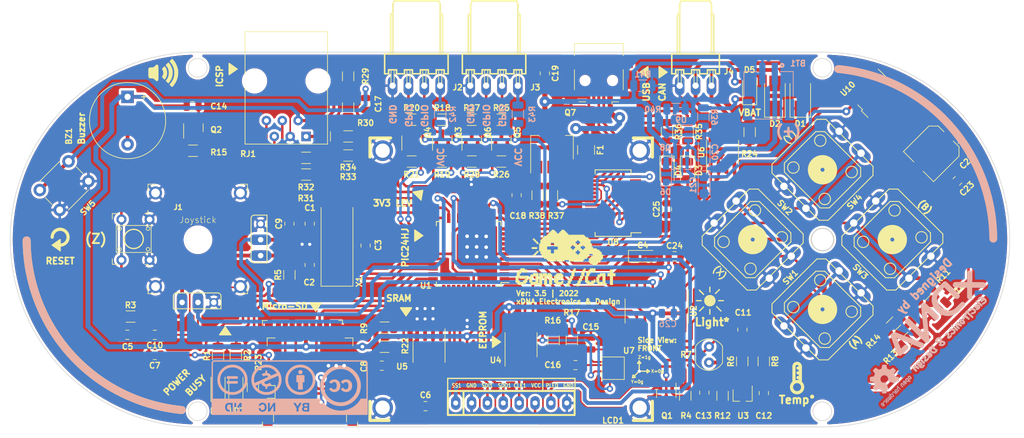
<source format=kicad_pcb>
(kicad_pcb (version 20240108) (generator "pcbnew") (generator_version "8.0")
  (title_block (title "GAME//CAT") (date "2015-12-07") (rev "3.5") (company "Xdna Electronics & Design") (comment 1 "Processor: PIC24HJ128GP504"))
  (layers (0 "F.Cu" signal) (31 "B.Cu" signal) (34 "B.Paste" user) (35 "F.Paste" user) (36 "B.SilkS" user "B.Silkscreen") (37 "F.SilkS" user "F.Silkscreen") (38 "B.Mask" user) (39 "F.Mask" user) (44 "Edge.Cuts" user))
  (net 0 "")
  (net 1 "GND")
  (net 2 "BUZZER")
  (net 3 "CHECK-SD")
  (net 4 "Net-(F1-Pad1)")
  (net 5 "Net-(C16-Pad1)")
  (net 6 "+5C")
  (net 7 "Net-(LD1-Pad2)")
  (net 8 "Net-(LD2-Pad2)")
  (net 9 "SS_RAM")
  (net 10 "+3V3")
  (net 14 "Net-(J3-Pad1)")
  (net 15 "Net-(BZ1-Pad2)")
  (net 16 "/POWER_SUPPLY/BAT")
  (net 17 "BUTTON_Z")
  (net 18 "/MICROCONTROLLER/VCAP")
  (net 19 "/BUTTONS/Axis(Y)")
  (net 20 "/BUTTONS/Axis(X)")
  (net 21 "/BUTTONS/Light")
  (net 22 "Net-(C17-Pad2)")
  (net 23 "/BUTTONS/Temp")
  (net 24 "/BUTTONS/CANH")
  (net 25 "Net-(D3-Pad1)")
  (net 26 "+3.3VA")
  (net 27 "Net-(D4-Pad1)")
  (net 28 "Net-(D5-Pad1)")
  (net 29 "+5V")
  (net 30 "SS_GLCD")
  (net 31 "MISO_GLCD")
  (net 32 "MOSI_GLCD")
  (net 33 "SCK_GLCD")
  (net 34 "Net-(LCD1-Pad7)")
  (net 35 "TX_UART_A")
  (net 36 "RX_UART_A")
  (net 37 "TX_UART_B")
  (net 38 "RX_UART_B")
  (net 39 "Net-(R1-Pad1)")
  (net 40 "Net-(R2-Pad1)")
  (net 41 "GLCD_LED")
  (net 42 "Net-(R6-Pad2)")
  (net 43 "SS_USD")
  (net 44 "/BUTTONS/CANL")
  (net 45 "/BUTTONS/Button(Y)")
  (net 46 "Net-(R12-Pad2)")
  (net 47 "/BUTTONS/Button(B)")
  (net 48 "/BUTTONS/Button(X)")
  (net 49 "I2C_SCL")
  (net 50 "MISO_MEN")
  (net 51 "Net-(R24-Pad2)")
  (net 52 "RESET_CTRL")
  (net 53 "Net-(R31-Pad1)")
  (net 54 "AUX_ICD")
  (net 55 "Net-(R32-Pad1)")
  (net 56 "PGC_ICD")
  (net 57 "Net-(R33-Pad1)")
  (net 58 "PGD_ICD")
  (net 59 "Net-(R34-Pad1)")
  (net 60 "/BUTTONS/Button(A)")
  (net 61 "Net-(R39-Pad1)")
  (net 62 "Net-(R40-Pad2)")
  (net 63 "MOSI_MEN")
  (net 64 "SCK_MEM")
  (net 65 "MUX_C")
  (net 66 "MUX_B")
  (net 67 "MUX_A")
  (net 68 "RX_CAN")
  (net 69 "TX_CAN")
  (net 70 "RX_USB")
  (net 71 "TX_USB")
  (net 72 "SLEEP_USB")
  (net 73 "ADC-IN")
  (net 84 "Net-(U8-Pad15)")
  (net 85 "Net-(U8-Pad16)")
  (net 88 "Net-(C1-Pad1)")
  (net 89 "Net-(J2-Pad2)")
  (net 90 "Net-(J2-Pad3)")
  (net 91 "Net-(J3-Pad2)")
  (net 92 "Net-(J3-Pad3)")
  (net 93 "/POWER_SUPPLY/CBUS1")
  (net 94 "/POWER_SUPPLY/CBUS0")
  (net 95 "Net-(C18-Pad1)")
  (net 96 "I2C_SDA")
  (net 97 "Net-(C2-Pad2)")
  (net 98 "Net-(J2-Pad1)")
  (net 99 "Net-(Q1-Pad1)")
  (net 101 "/POWER_SUPPLY/PWREN")
  (net 102 "Net-(C18-Pad2)")
  (net 103 "Net-(Q2-Pad1)")
  (footprint "Package_SO:SOIC-16_3.9x9.9mm_P1.27mm" (layer "F.Cu") (at 164.719 110.49 -90)
    (property "Reference" "U2")
    (property "Value" "74HC4051")
  )
  (footprint "Resistor_SMD:R_1206_3216Metric" (layer "F.Cu") (at 115.316 72.9127 90)
    (property "Reference" "R29")
    (property "Value" "10K")
  )
  (footprint "Resistor_SMD:R_1206_3216Metric" (layer "F.Cu") (at 94.488 117.602 -90)
    (property "Reference" "R1")
    (property "Value" "330R")
  )
  (footprint "Resistor_SMD:R_1206_3216Metric" (layer "F.Cu") (at 90.4895 84.836 180)
    (property "Reference" "R15")
    (property "Value" "1K")
  )
  (footprint "Resistor_SMD:R_1210_3225Metric" (layer "F.Cu") (at 153.416 84.709 -90)
    (property "Reference" "F1")
    (property "Value" "Fuse")
  )
  (footprint "Button_Switch_THT:SW_PUSH_6mm_H5mm" (layer "F.Cu") (at 73.739088 89.715734 -135)
    (property "Reference" "SW5")
    (property "Value" "RESET")
  )
  (footprint "OptoDevice:R_LDR_4.9x4.2mm_P2.54mm_Vertical" (layer "F.Cu") (at 173.101 118.745 90)
    (property "Reference" "R7")
    (property "Value" "VT93xx")
  )
  (footprint "Resistor_SMD:R_1206_3216Metric" (layer "F.Cu") (at 130.3909 79.87284 180)
    (property "Reference" "R18")
    (property "Value" "10K")
  )
  (footprint "Package_TO_SOT_SMD:SOT-23" (layer "F.Cu") (at 125.476 83.09637 90)
    (property "Reference" "Q4")
    (property "Value" "BSS138")
  )
  (footprint "Resistor_SMD:R_1206_3216Metric" (layer "F.Cu") (at 166.37 81.788 -90)
    (property "Reference" "R36")
    (property "Value" "33OR")
  )
  (footprint "Package_TO_SOT_SMD:SOT-23" (layer "F.Cu") (at 135.1026 83.09637 90)
    (property "Reference" "Q6")
    (property "Value" "BSS138")
  )
  (footprint "Resistor_SMD:R_1206_3216Metric" (layer "F.Cu") (at 148.209 115.189 90)
    (property "Reference" "R16")
    (property "Value" "4K7")
  )
  (footprint "Package_SO:SSOP-28_5.3x10.2mm_P0.65mm" (layer "F.Cu") (at 157.734 93.218 180)
    (property "Reference" "U8")
    (property "Value" "FT232RL")
  )
  (footprint "Resistor_SMD:R_1206_3216Metric" (layer "F.Cu") (at 115.316 82.55)
    (property "Reference" "R34")
    (property "Value" "0R")
  )
  (footprint "Package_TO_SOT_SMD:SOT-223" (layer "F.Cu") (at 147.95376 84.30474 90)
    (property "Reference" "Q7")
    (property "Value" "IRFL901")
  )
  (footprint "Package_TO_SOT_SMD:TSOT-23" (layer "F.Cu") (at 178.4985 123.992 -90)
    (property "Reference" "U3")
    (property "Value" "LM61")
  )
  (footprint "Resistor_SMD:R_1206_3216Metric" (layer "F.Cu") (at 121.158 113.157)
    (property "Reference" "R9")
    (property "Value" "1K")
  )
  (footprint "Capacitor_SMD:C_0805_2012Metric" (layer "F.Cu") (at 167.574 101.727)
    (property "Reference" "C24")
    (property "Value" "10pF")
  )
  (footprint "LED_SMD:LED_1206_3216Metric" (layer "F.Cu") (at 97.3455 122.679 90)
    (property "Reference" "LD2")
    (property "Value" "BUSY")
  )
  (footprint "Resistor_SMD:R_1206_3216Metric" (layer "F.Cu") (at 108.585 88.646)
    (property "Reference" "R31")
    (property "Value" "0R")
  )
  (footprint "Resistor_SMD:R_1206_3216Metric" (layer "F.Cu") (at 139.8524 86.5632 180)
    (property "Reference" "R26")
    (property "Value" "1K")
  )
  (footprint "Resistor_SMD:R_1206_3216Metric" (layer "F.Cu") (at 125.4887 86.5632 180)
    (property "Reference" "R21")
    (property "Value" "10K")
  )
  (footprint "Resistor_SMD:R_1206_3216Metric" (layer "F.Cu") (at 145.65376 91.948 -90)
    (property "Reference" "R38")
    (property "Value" "1K")
  )
  (footprint "Resistor_SMD:R_1206_3216Metric" (layer "F.Cu") (at 181.864 118.5565 -90)
    (property "Reference" "R8")
    (property "Value" "10K")
  )
  (footprint "Resistor_SMD:R_1206_3216Metric" (layer "F.Cu") (at 169.672 81.788 -90)
    (property "Reference" "R35")
    (property "Value" "330R")
  )
  (footprint "Resistor_SMD:R_1206_3216Metric" (layer "F.Cu") (at 125.476 79.87284 180)
    (property "Reference" "R20")
    (property "Value" "10K")
  )
  (footprint "Connector_USB:USB_Mini-B_Lumberg_2486_01_Horizontal" (layer "F.Cu") (at 155.45034 73.5889 180)
    (property "Reference" "USB1" (hide yes))
    (property "Value" "USB_B_Micro")
  )
  (footprint "x_Connector_Molex:MOLEX_KK_1x03_P2.54mm_HORIZONTAL" (layer "F.Cu") (at 170.942 74.422)
    (property "Reference" "J4")
    (property "Value" "CAN")
  )
  (footprint "Resistor_SMD:R_1206_3216Metric" (layer "F.Cu") (at 175.26 124.079 -90)
    (property "Reference" "R12")
    (property "Value" "10K")
  )
  (footprint "x_Connector_RJ:RJ12_Horizontal" (layer "F.Cu") (at 105.415 74.78 180)
    (property "Reference" "RJ1")
    (property "Value" "RJ12")
  )
  (footprint "x_Logos:xdna_game_cat_logo_skill_pixel" (layer "F.Cu") (at 150.114 102.108)
    (property "Reference" "Ref**" (hide yes))
    (property "Value" "GameCatPixel" (hide yes))
  )
  (footprint "x_Joystick:JOYSTICK_TUMB" (layer "F.Cu") (at 91.277081 99.0854)
    (property "Reference" "J1")
    (property "Value" "Joystick")
  )
  (footprint "Capacitor_SMD:CP_Elec_6.3x4.5" (layer "F.Cu") (at 209.042 84.963 -135)
    (property "Reference" "C22")
    (property "Value" "100uF")
  )
  (footprint "Capacitor_SMD:C_0805_2012Metric" (layer "F.Cu") (at 212.852 89.662 45)
    (property "Reference" "C23")
    (property "Value" "100nF")
  )
  (footprint "Capacitor_SMD:C_0805_2012Metric" (layer "F.Cu") (at 127.701 125.73 180)
    (property "Reference" "C6")
    (property "Value" "10nF")
  )
  (footprint "Capacitor_SMD:C_0805_2012Metric" (layer "F.Cu") (at 90.424 77.724)
    (property "Reference" "C14")
    (property "Value" "10nF")
  )
  (footprint "Package_TO_SOT_SMD:SOT-23" (layer "F.Cu") (at 90.551 81.153 90)
    (property "Reference" "Q2")
    (property "Value" "MMBT3904")
  )
  (footprint "x_Button_Switch_THT:SW_PUSH_PTS_125x12mm_SNAP_YELLOW" (layer "F.Cu") (at 191.262 87.884 -135)
    (property "Reference" "SW4")
    (property "Value" "(Y)")
  )
  (footprint "Resistor_SMD:R_1206_3216Metric" (layer "F.Cu") (at 105.918 104.7095 90)
    (property "Reference" "R5")
    (property "Value" "10K")
  )
  (footprint "Package_TO_SOT_SMD:SOT-23" (layer "F.Cu") (at 166.243 123.698 -90)
    (property "Reference" "Q1")
    (property "Value" "MMBT3906")
  )
  (footprint "Package_QFP:TQFP-44_10x10mm_P0.8mm" (layer "F.Cu") (at 134.62 101.346 180)
    (property "Reference" "U1")
    (property "Value" "PIC24HJXXXGPX04_TQFP")
  )
  (footprint "x_Connector_Molex:MOLEX_KK_1x04_P2.54mm_HORIZONTAL" (layer "F.Cu") (at 138.679766 74.422)
    (property "Reference" "J3")
    (property "Value" "PWM")
  )
  (footprint "Capacitor_SMD:C_0805_2012Metric" (layer "F.Cu") (at 105.918 96.52 90)
    (property "Reference" "C9")
    (property "Value" "10pF")
  )
  (footprint "LED_SMD:LED_1206_3216Metric" (layer "F.Cu") (at 179.598 75.184 90)
    (property "Reference" "D5")
    (property "Value" "VBAT")
  )
  (footprint "Buzzer_Beeper:Buzzer_12x9.5RM7.6" (layer "F.Cu") (at 80.01 76.21 -90)
    (property "Reference" "BZ1")
    (property "Value" "Buzzer")
  )
  (footprint "x_Connector_Molex:MOLEX_KK_1x04_P2.54mm_HORIZONTAL" (layer "F.Cu") (at 126.242233 74.422)
    (property "Reference" "J2")
    (property "Value" "UART")
  )
  (footprint "x_Button_Switch_THT:SW_PUSH_PTS_125x12mm_SNAP_RED" (layer "F.Cu") (at 202.438 99.06 135)
    (property "Reference" "SW3")
    (property "Value" "(B)")
  )
  (footprint "Crystal:Crystal_SMD_HC49-SD" (layer "F.Cu") (at 113.538 99.822 90)
    (property "Reference" "X1")
    (property "Value" "4Mhz")
  )
  (footprint "Diode_SMD:D_SMA" (layer "F.Cu") (at 187.706 76.073 90)
    (property "Reference" "D1")
    (property "Value" "D_TVS")
  )
  (footprint "Capacitor_SMD:C_0805_2012Metric" (layer "F.Cu") (at 172.339 123.5665 90)
    (property "Reference" "C13")
    (property "Value" "100nF")
  )
  (footprint "Resistor_SMD:R_1206_3216Metric" (layer "F.Cu") (at 209.9564 110.1344 45)
    (property "Reference" "R10")
    (property "Value" "10K")
  )
  (footprint "Capacitor_SMD:C_0805_2012Metric" (layer "F.Cu") (at 109.1692 103.122 -90)
    (property "Reference" "C2")
    (property "Value" "22pF")
  )
  (footprint "Capacitor_SMD:C_0805_2012Metric" (layer "F.Cu") (at 118.11 77.3532 90)
    (property "Reference" "C17")
    (property "Value" "100nF")
  )
  (footprint "Package_SO:SOIC-8_3.9x4.9mm_P1.27mm" (layer "F.Cu") (at 175.26 85.09 90)
    (property "Reference" "U6")
    (property "Value" "PCA82C251")
  )
  (footprint "Resistor_SMD:R_1206_3216Metric" (layer "F.Cu") (at 139.8524 79.87284 180)
    (property "Reference" "R25")
    (property "Value" "10K")
  )
  (footprint "x_Button_Switch_THT:SW_PUSH_PTS_125x12mm_SNAP_BLUE" (layer "F.Cu") (at 180.086 99.06 -45)
    (property "Reference" "SW2")
    (property "Value" "(X)")
  )
  (footprint "Capacitor_SMD:C_0805_2012Metric" (layer "F.Cu") (at 146.812 72.451 -90)
    (property "Reference" "C19")
    (property "Value" "100nF")
  )
  (footprint "Resistor_SMD:R_1206_3216Metric" (layer "F.Cu") (at 169.291 124.079 -90)
    (property "Reference" "R4")
    (property "Value" "10K")
  )
  (footprint "Resistor_SMD:R_1206_3216Metric" (layer "F.Cu") (at 100.076 122.699 -90)
    (property "Reference" "R23")
    (property "Value" "1K")
  )
  (footprint "Package_TO_SOT_SMD:SOT-23" (layer "F.Cu") (at 130.3909 83.09637 90)
    (property "Reference" "Q3")
    (property "Value" "BSS138")
  )
  (footprint "LED_SMD:LED_1206_3216Metric" (layer "F.Cu") (at 166.37 87.9856 -90)
    (property "Reference" "D4")
    (property "Value" "LED")
  )
  (footprint "Resistor_SMD:R_1206_3216Metric" (layer "F.Cu") (at 205.0796 115.0112 -135)
    (property "Reference" "R13")
    (property "Value" "10K")
  )
  (footprint "Capacitor_SMD:C_0805_2012Metric" (layer "F.Cu") (at 84.3636 114.3127 180)
    (property "Reference" "C10")
    (property "Value" "10pF")
  )
  (footprint "Resistor_SMD:R_1206_3216Metric" (layer "F.Cu") (at 202.6412 112.5728 -135)
    (property "Reference" "R14")
    (property "Value" "10K")
  )
  (footprint "Capacitor_SMD:C_0805_2012Metric" (layer "F.Cu") (at 178.435 113.477 90)
    (property "Reference" "C11")
    (property "Value" "10nF")
  )
  (footprint "Capacitor_SMD:C_0805_2012Metric" (layer "F.Cu") (at 151.71 119.15 180)
    (property "Reference" "C16")
    (property "Value" "10nF")
  )
  (footprint "Package_SO:SOIC-8_3.9x4.9mm_P1.27mm" (layer "F.Cu") (at 143.002 115.889 90)
    (property "Reference" "U4")
    (property "Value" "M24C512")
  )
  (footprint "Capacitor_SMD:C_0805_2012Metric" (layer "F.Cu") (at 84.3636 117.54485 180)
    (property "Reference" "C7")
    (property "Value" "10pF")
  )
  (footprint "x_Package_DFN_QFN:QFN_16_3x3x1mm_P0.5mm" (layer "F.Cu") (at 157.728996 119.65)
    (property "Reference" "U7")
    (property "Value" "MMA8452Q")
  )
  (footprint "x_Button_Switch_THT:SW_PUSH_PTS_125x12mm_SNAP_GREEN" (layer "F.Cu") (at 191.262 110.236 45)
    (property "Reference" "SW1")
    (property "Value" "(A)")
  )
  (footprint "Diode_SMD:D_SMA" (layer "F.Cu") (at 183.642 76.073 90)
    (property "Reference" "D2")
    (property "Value" "D_TVS")
  )
  (footprint "Resistor_SMD:R_1206_3216Metric" (layer "F.Cu") (at 115.316 77.8657 -90)
    (property "Reference" "R30")
    (property "Value" "470R")
  )
  (footprint "Capacitor_SMD:C_0805_2012Metric" (layer "F.Cu") (at 154.178 115.7015 90)
    (property "Reference" "C15")
    (property "Value" "10nF")
  )
  (footprint "Capacitor_SMD:C_0805_2012Metric" (layer "F.Cu") (at 120.711 119.253)
    (property "Reference" "C8")
    (property "Value" "10nF")
  )
  (footprint "Capacitor_SMD:C_0805_2012Metric" (layer "F.Cu") (at 109.1692 96.522 -90)
    (property "Reference" "C1")
    (property "Value" "22pF")
  )
  (footprint "Resistor_SMD:R_1206_3216Metric" (layer "F.Cu") (at 130.3528 86.5632 180)
    (property "Reference" "R19")
    (property "Value" "10K")
  )
  (footprint "Capacitor_SMD:C_0805_2012Metric" (layer "F.Cu") (at 142.2908 91.948 -90)
    (property "Reference" "C18")
    (property "Value" "100nF")
  )
  (footprint "Package_SO:SOIC-8_3.9x4.9mm_P1.27mm" (layer "F.Cu") (at 128.27 116.778 -90)
    (property "Reference" "U5")
    (property "Value" "23KXX")
  )
  (footprint "Resistor_SMD:R_1206_3216Metric" (layer "F.Cu") (at 121.158 116.205)
    (property "Reference" "R22")
    (property "Value" "1K")
  )
  (footprint "Resistor_SMD:R_1206_3216Metric" (layer "F.Cu") (at 115.316 85.598)
    (property "Reference" "R33")
    (property "Value" "0R")
  )
  (footprint "Capacitor_SMD:C_0805_2012Metric" (layer "F.Cu") (at 181.864 123.632 -90)
    (property "Reference" "C12")
    (property "Value" "10nF")
  )
  (footprint "Package_TO_SOT_SMD:SOT-23" (layer "F.Cu") (at 139.8524 83.09637 90)
    (property "Reference" "Q5")
    (property "Value" "BSS138")
  )
  (footprint "x_Logos:symbol_sound_skill" (layer "F.Cu") (at 85.725 72.39)
    (property "Reference" "G***" (hide yes))
    (property "Value" "LOGO" (hide yes))
  )
  (footprint "Resistor_SMD:R_1206_3216Metric" (layer "F.Cu") (at 147.95376 91.948 90)
    (property "Reference" "R37")
    (property "Value" "10K")
  )
  (footprint "Resistor_SMD:R_1206_3216Metric" (layer "F.Cu") (at 178.4096 118.5565 90)
    (property "Reference" "R6")
    (property "Value" "10K")
  )
  (footprint "LED_SMD:LED_1206_3216Metric" (layer "F.Cu") (at 169.672 87.9856 -90)
    (property "Reference" "D3")
    (property "Value" "LED")
  )
  (footprint "Resistor_SMD:R_1206_3216Metric" (layer "F.Cu") (at 97.3455 117.602 -90)
    (property "Reference" "R2")
    (property "Value" "330R")
  )
  (footprint "Capacitor_SMD:C_0805_2012Metric" (layer "F.Cu") (at 118.11 100.0125 -90)
    (property "Reference" "C3")
    (property "Value" "100uF")
  )
  (footprint "Resistor_SMD:R_1206_3216Metric" (layer "F.Cu") (at 80.489581 111.379)
    (property "Reference" "R3")
    (property "Value" "10K")
  )
  (footprint "Capacitor_SMD:C_0805_2012Metric" (layer "F.Cu") (at 79.977081 114.3)
    (property "Reference" "C5")
    (property "Value" "10pF")
  )
  (footprint "Resistor_SMD:R_1206_3216Metric" (layer "F.Cu") (at 135.1026 86.5632 180)
    (property "Reference" "R28")
    (property "Value" "10K")
  )
  (footprint "Resistor_SMD:R_1206_3216Metric" (layer "F.Cu") (at 179.598 81.8535 -90)
    (property "Reference" "R24")
    (property "Value" "1K")
  )
  (footprint "Capacitor_Tantalum_SMD:CP_EIA-3216-18_Kemet-A" (layer "F.Cu") (at 162.5 101.727)
    (property "Reference" "C4")
    (property "Value" "10uF")
  )
  (footprint "Capacitor_SMD:C_0805_2012Metric" (layer "F.Cu") (at 166.37 94.197 90)
    (property "Reference" "C25")
    (property "Value" "100uF")
  )
  (footprint "Resistor_SMD:R_1206_3216Metric" (layer "F.Cu") (at 207.518 107.696 45)
    (property "Reference" "R11")
    (property "Value" "10K")
  )
  (footprint "Package_TO_SOT_SMD:TO-252-2" (layer "F.Cu") (at 201.676 77.763118 -45)
    (property "Reference" "U10")
    (property "Value" "LM1117")
  )
  (footprint "x_Connector_Card:MICRO_SD_HC_DM3AT" (layer "F.Cu") (at 109.22 120.65)
    (property "Reference" "SD1")
    (property "Value" "Micro-SD")
  )
  (footprint "LED_SMD:LED_1206_3216Metric" (layer "F.Cu") (at 94.488 122.679 90)
    (property "Reference" "LD1")
    (property "Value" "POWER")
  )
  (footprint "Resistor_SMD:R_1206_3216Metric" (layer "F.Cu") (at 151.13 115.189 90)
    (property "Reference" "R17")
    (property "Value" "4K7")
  )
  (footprint "Resistor_SMD:R_1206_3216Metric" (layer "F.Cu") (at 135.1026 79.87284 180)
    (property "Reference" "R27")
    (property "Value" "10K")
  )
  (footprint "x_Display:GLCD_PCD8544_BASE" (layer "F.Cu") (at 141.42 105.402)
    (property "Reference" "LCD1")
    (property "Value" "PCD8544-BASE")
  )
  (footprint "Resistor_SMD:R_1206_3216Metric" (layer "F.Cu") (at 108.585 85.979)
    (property "Reference" "R32")
    (property "Value" "0R")
  )
  (footprint "Symbol:OSHW-Logo2_7.3x6mm_Copper" (layer "B.Cu") (at 201.488059 121.730916 -135)
    (property "Reference" "REF**" (hide yes))
    (property "Value" "OSHW-Logo2_7.3x6mm_Copper" (hide yes))
  )
  (footprint "Resistor_SMD:R_1206_3216Metric" (layer "B.Cu") (at 162.4985 74.422 180)
    (property "Reference" "R41")
    (property "Value" "100K")
  )
  (footprint "Package_TO_SOT_SMD:SOT-23-5" (layer "B.Cu") (at 168.635211 82.289512 180)
    (property "Reference" "U9")
    (property "Value" "MCP73831")
  )
  (footprint "Capacitor_Tantalum_SMD:CP_EIA-3216-18_Kemet-A" (layer "B.Cu") (at 172.3 90.35 -90)
    (property "Reference" "C21")
    (property "Value" "1uF")
  )
  (footprint "Resistor_SMD:R_1206_3216Metric" (layer "B.Cu") (at 130.048 78.994 90)
    (property "Reference" "R42")
    (property "Value" "1K")
  )
  (footprint "Resistor_SMD:R_1206_3216Metric" (layer "B.Cu") (at 167.806215 78.16452 180)
    (property "Reference" "R40")
    (property "Value" "10K")
  )
  (footprint "x_Logos:xdna_electronics_design_round_copper" (layer "B.Cu") (at 210.124059 111.570916 -135)
    (property "Reference" "G***" (hide yes))
    (property "Value" "LOGO" (hide yes))
  )
  (footprint "Symbol:OSHW-Logo2_7.3x6mm_SilkScreen" (layer "B.Cu") (at 201.488059 121.730916 -135)
    (property "Reference" "REF**" (hide yes))
    (property "Value" "OSHW-Logo2_7.3x6mm_SilkScreen" (hide yes))
  )
  (footprint "Capacitor_Tantalum_SMD:CP_EIA-3216-18_Kemet-A" (layer "B.Cu") (at 172.312714 85.04666 90)
    (property "Reference" "C20")
    (property "Value" "4.7uF")
  )
  (footprint "Resistor_SMD:R_1206_3216Metric" (layer "B.Cu") (at 142.494 78.994 90)
    (property "Reference" "R43")
    (property "Value" "1K")
  )
  (footprint "x_Logos:xdna_electronics_design_round_skill" (layer "B.Cu") (at 210.124059 111.570916 -135)
    (property "Reference" "G***" (hide yes))
    (property "Value" "LOGO" (hide yes))
  )
  (footprint "Diode_SMD:D_SOD-323_HandSoldering" (layer "B.Cu") (at 166.216711 88.578512 90)
    (property "Reference" "D6")
    (property "Value" "BAT60J")
  )
  (footprint "Resistor_SMD:R_1206_3216Metric" (layer "B.Cu") (at 172.185714 79.434521 90)
    (property "Reference" "R39")
    (property "Value" "470R")
  )
  (footprint "Capacitor_SMD:C_0805_2012Metric" (layer "B.Cu") (at 166.497 110.871)
    (property "Reference" "C26")
    (property "Value" "10pF")
  )
  (footprint "Package_TO_SOT_SMD:TSOT-23" (layer "B.Cu") (at 168.629713 86.886241 -90)
    (property "Reference" "Q8")
    (property "Value" "NTR1P02LT1G")
  )
  (footprint "x_Connector_JST:Connector_1x02_P2.0mm" (layer "B.Cu") (at 182.626 72.517 180)
    (property "Reference" "BT1")
    (property "Value" "3V7")
  )
  (footprint "x_Logos:symbol_commons_by_nc_nd_skill" (layer "B.Cu") (at 105.918 122.428 180)
    (property "Reference" "G***" (hide yes))
    (property "Value" "LOGO" (hide yes))
  )
  (gr_arc (start 88.68156 126.34468) (mid 71.037464 117.550375) (end 63.857927 99.18987) (stroke (width 1.27)) (layer "B.SilkS"))
  (gr_arc (start 193.7766 71.755) (mid 211.420696 80.549305) (end 218.600233 98.90981) (stroke (width 1.27)) (layer "B.SilkS"))
  (gr_line (start 161.111143 120.920027) (end 161.290748 121.099632) (stroke (width 0.2)) (layer "F.SilkS"))
  (gr_line (start 161.290748 121.099632) (end 160.841735 121.189435) (stroke (width 0.2)) (layer "F.SilkS"))
  (gr_line (start 160.841735 121.189435) (end 160.931537 120.740422) (stroke (width 0.2)) (layer "F.SilkS"))
  (gr_line (start 160.931537 120.740422) (end 161.111143 120.920027) (stroke (width 0.2)) (layer "F.SilkS"))
  (gr_line (start 173.228 110.998) (end 173.228 110.236) (stroke (width 0.2)) (layer "F.SilkS"))
  (gr_line (start 171.831 108.839) (end 171.069 108.839) (stroke (width 0.2)) (layer "F.SilkS"))
  (gr_line (start 175.387 108.839) (end 174.625 108.839) (stroke (width 0.2)) (layer "F.SilkS"))
  (gr_line (start 175.006 110.49) (end 174.3075 109.7915) (stroke (width 0.2)) (layer "F.SilkS"))
  (gr_line (start 172.212 107.823) (end 171.54525 107.15625) (stroke (width 0.2)) (layer "F.SilkS"))
  (gr_line (start 171.577 110.49) (end 172.212 109.855) (stroke (width 0.2)) (layer "F.SilkS"))
  (gr_line (start 163.1823 120.3833) (end 163.1823 119.8753) (stroke (width 0.2)) (layer "F.SilkS"))
  (gr_poly (pts (xy 69.215 100.838) (xy 67.945 99.949) (xy 69.215 99.06)) (stroke (width 0.2)) (fill solid) (layer "F.SilkS"))
  (gr_line (start 131.2545 123.317) (end 131.2545 121.285) (stroke (width 0.2)) (layer "F.SilkS"))
  (gr_line (start 161.9123 118.4783) (end 162.1663 118.8593) (stroke (width 0.2)) (layer "F.SilkS"))
  (gr_poly (pts (xy 110.998 109.22) (xy 110.109 110.490001) (xy 109.22 109.22)) (stroke (width 0.2)) (fill solid) (layer "F.SilkS"))
  (gr_line (start 163.1823 120.1293) (end 163.1823 119.8753) (stroke (width 0.2)) (layer "F.SilkS"))
  (gr_circle (center 173.228 108.839) (end 173.863 109.347) (stroke (width 0.2)) (fill none) (layer "F.SilkS"))
  (gr_line (start 161.9123 120.1293) (end 163.1823 120.1293) (stroke (width 0.2)) (layer "F.SilkS"))
  (gr_line (start 162.1663 118.8593) (end 161.9123 118.8593) (stroke (width 0.2)) (layer "F.SilkS"))
  (gr_poly (pts (xy 125.984 97.536) (xy 127.254001 98.424999) (xy 125.984 99.314)) (stroke (width 0.2)) (fill solid) (layer "F.SilkS"))
  (gr_arc (start 67.945 98.679) (mid 70.113026 97.780974) (end 69.215 99.949) (stroke (width 0.508)) (layer "F.SilkS"))
  (gr_circle (center 187.188975 122.682) (end 188.087001 122.682) (stroke (width 0.508)) (fill none) (layer "F.SilkS"))
  (gr_arc (start 88.68156 126.34468) (mid 71.037464 117.550375) (end 63.857927 99.18987) (stroke (width 1.27)) (layer "F.SilkS"))
  (gr_line (start 161.9123 118.8593) (end 161.9123 120.1293) (stroke (width 0.2)) (layer "F.SilkS"))
  (gr_poly (pts (xy 163.322 73.152) (xy 162.051999 72.263001) (xy 163.322 71.374)) (stroke (width 0.2)) (fill solid) (layer "F.SilkS"))
  (gr_arc (start 186.69 119.38) (mid 187.198 118.872) (end 187.706 119.38) (stroke (width 0.508)) (layer "F.SilkS"))
  (gr_line (start 187.706 121.8565) (end 187.706 119.38) (stroke (width 0.508)) (layer "F.SilkS"))
  (gr_poly (pts (xy 125.476 109.982) (xy 124.587001 111.252001) (xy 123.698 109.982)) (stroke (width 0.2)) (fill solid) (layer "F.SilkS"))
  (gr_line (start 174.117 107.696) (end 174.752 107.061) (stroke (width 0.2)) (layer "F.SilkS"))
  (gr_line (start 161.6583 118.8593) (end 161.9123 118.4783) (stroke (width 0.2)) (layer "F.SilkS"))
  (gr_line (start 161.925 120.1166) (end 161.1376 120.904) (stroke (width 0.2)) (layer "F.SilkS"))
  (gr_line (start 163.1823 119.8753) (end 163.5633 120.1293) (stroke (width 0.2)) (layer "F.SilkS"))
  (gr_line (start 151.638 121.285) (end 151.638 127.127) (stroke (width 0.2)) (layer "F.SilkS"))
  (gr_line (start 186.69 121.92) (end 186.69 119.38) (stroke (width 0.508)) (layer "F.SilkS"))
  (gr_line (start 173.228 107.442) (end 173.228 106.68) (stroke (width 0.2)) (layer "F.SilkS"))
  (gr_line (start 161.9123 118.8593) (end 161.6583 118.8593) (stroke (width 0.2)) (layer "F.SilkS"))
  (gr_poly (pts (xy 96.266 70.866) (xy 97.536001 71.754999) (xy 96.266 72.644)) (stroke (width 0.2)) (fill solid) (layer "F.SilkS"))
  (gr_line (start 187.706 121.158) (end 187.325 121.158) (stroke (width 0.508)) (layer "F.SilkS"))
  (gr_line (start 187.706 120.396) (end 187.325 120.396) (stroke (width 0.508)) (layer "F.SilkS"))
  (gr_poly (pts (xy 125.727356 91.455409) (xy 127.254 91.186) (xy 126.984592 92.712645)) (stroke (width 0.2)) (fill solid) (layer "F.SilkS"))
  (gr_line (start 163.5633 120.1293) (end 163.1823 120.3833) (stroke (width 0.2)) (layer "F.SilkS"))
  (gr_line (start 131.2545 121.285) (end 151.638 121.285) (stroke (width 0.2)) (layer "F.SilkS"))
  (gr_poly (pts (xy 165.1 71.374) (xy 166.370001 72.262999) (xy 165.1 73.152)) (stroke (width 0.2)) (fill solid) (layer "F.SilkS"))
  (gr_circle (center 173.228 108.839) (end 173.482 109.22) (stroke (width 0.2)) (fill none) (layer "F.SilkS"))
  (gr_line (start 187.706 119.634) (end 187.325 119.634) (stroke (width 0.508)) (layer "F.SilkS"))
  (gr_circle (center 173.228 108.839) (end 173.355 109.093) (stroke (width 0.2)) (fill none) (layer "F.SilkS"))
  (gr_line (start 146.4818 121.3104) (end 146.4818 123.317) (stroke (width 0.2)) (layer "F.SilkS"))
  (gr_poly (pts (xy 94.742 114.3) (xy 95.631 113.029999) (xy 96.52 114.3)) (stroke (width 0.2)) (fill solid) (layer "F.SilkS"))
  (gr_poly (pts (xy 138.43 114.554) (xy 139.700001 115.443) (xy 138.43 116.332)) (stroke (width 0.2)) (fill solid) (layer "F.SilkS"))
  (gr_circle (center 173.228 108.839) (end 173.609 109.347) (stroke (width 0.2)) (fill none) (layer "F.SilkS"))
  (gr_circle (center 173.228 108.839) (end 173.228 108.966) (stroke (width 0.2)) (fill none) (layer "F.SilkS"))
  (gr_line (start 172.212 107.823) (end 171.577 107.188) (stroke (width 0.2)) (layer "F.SilkS"))
  (gr_circle (center 91.23 126.55) (end 92.73 126.55) (stroke (width 0.1)) (fill none) (layer "Edge.Cuts"))
  (gr_circle (center 191.23 71.55) (end 192.73 71.55) (stroke (width 0.1)) (fill none) (layer "Edge.Cuts"))
  (gr_circle (center 191.23 126.55) (end 192.73 126.55) (stroke (width 0.1)) (fill none) (layer "Edge.Cuts"))
  (gr_circle (center 91.2368 99.092749) (end 92.5068 100.362749) (stroke (width 0.2)) (fill none) (layer "Edge.Cuts"))
  (gr_circle (center 191.262 99.06) (end 192.532 100.33) (stroke (width 0.2)) (fill none) (layer "Edge.Cuts"))
  (gr_arc (start 91.23 129.05) (mid 70.016797 120.263203) (end 61.23 99.05) (stroke (width 0.1)) (layer "Edge.Cuts"))
  (gr_arc (start 61.23 99.05) (mid 70.016797 77.836797) (end 91.23 69.05) (stroke (width 0.1)) (layer "Edge.Cuts"))
  (gr_line (start 191.23 129.05) (end 91.23 129.05) (stroke (width 0.1)) (layer "Edge.Cuts"))
  (gr_arc (start 191.23 69.05) (mid 212.443203 77.836797) (end 221.23 99.05) (stroke (width 0.1)) (layer "Edge.Cuts"))
  (gr_line (start 91.23 69.05) (end 191.23 69.05) (stroke (width 0.1)) (layer "Edge.Cuts"))
  (gr_circle (center 91.23 71.55) (end 92.73 71.55) (stroke (width 0.1)) (fill none) (layer "Edge.Cuts"))
  (gr_arc (start 221.23 99.05) (mid 212.443203 120.263203) (end 191.23 129.05) (stroke (width 0.1)) (layer "Edge.Cuts"))
  (gr_text "Designed by" (at 207.58406 106.490917 45) (layer "B.SilkS") (effects (font (size 1.27 1.27) (thickness 0.3175)) (justify mirror)))
  (gr_text "VCC" (at 130.048 85.852 -90) (layer "B.SilkS") (effects (font (size 1.016 1.016) (thickness 0.254)) (justify mirror)))
  (gr_text "GPIO\n" (at 139.954 79.207688 -90) (layer "B.SilkS") (effects (font (size 1.016 1.016) (thickness 0.254)) (justify mirror)))
  (gr_text "VCC" (at 142.494 85.852 -90) (layer "B.SilkS") (effects (font (size 1.016 1.016) (thickness 0.254)) (justify mirror)))
  (gr_text "GND" (at 134.874 78.965783 -90) (layer "B.SilkS") (effects (font (size 1.016 1.016) (thickness 0.254)) (justify mirror)))
  (gr_text "GPIO" (at 124.968 79.235905 -90) (layer "B.SilkS") (effects (font (size 1.016 1.016) (thickness 0.254)) (justify mirror)))
  (gr_text "GND" (at 122.428 78.994 -90) (layer "B.SilkS") (effects (font (size 1.016 1.016) (thickness 0.254)) (justify mirror)))
  (gr_text "GPIO" (at 137.414 79.207688 -90) (layer "B.SilkS") (effects (font (size 1.016 1.016) (thickness 0.254)) (justify mirror)))
  (gr_text "GPIO\n" (at 127.508 79.235905 -90) (layer "B.SilkS") (effects (font (size 1.016 1.016) (thickness 0.254)) (justify mirror)))
  (gr_text "(+)" (at 185.801 81.661 0) (layer "B.SilkS") (effects (font (size 1.524 1.524) (thickness 0.381))))
  (gr_text "Z=1g" (at 162.7378 117.9068 0) (layer "F.SilkS") (effects (font (size 0.50038 0.50038) (thickness 0.11938))))
  (gr_text "Y=0g" (at 161.5948 121.8184 0) (layer "F.SilkS") (effects (font (size 0.50038 0.50038) (thickness 0.11938))))
  (gr_text "Side View:\nFRONT" (at 161.544 115.824 0) (layer "F.SilkS") (effects (font (size 0.8128 0.8128) (thickness 0.2032)) (justify left)))
  (gr_text "Temp°" (at 187.198 124.714 0) (layer "F.SilkS") (effects (font (size 1.246 1.246) (thickness 0.3))))
  (gr_text "Light*" (at 173.609 112.268 0) (layer "F.SilkS") (effects (font (size 1.246 1.246) (thickness 0.3))))
  (gr_text "EEPROM" (at 136.906 113.538 90) (layer "F.SilkS") (effects (font (size 1.016 1.016) (thickness 0.254))))
  (gr_text "Ver: 3.5 | 2022 \nxDNA Electronics & Design" (at 142.113 108.331 0) (layer "F.SilkS") (effects (font (size 0.8128 0.8128) (thickness 0.2032)) (justify left)))
  (gr_text "3V3 LEV" (at 122.428 93.218 0) (layer "F.SilkS") (effects (font (size 1.016 1.016) (thickness 0.254))))
  (gr_text "(Z)" (at 74.93 98.933 0) (layer "F.SilkS") (effects (font (size 1.5 1.5) (thickness 0.3))))
  (gr_text "CAN" (at 165.608 75.438 90) (layer "F.SilkS") (effects (font (size 1.016 1.016) (thickness 0.254))))
  (gr_text "PIC24HJ" (at 124.46 100.33 90) (layer "F.SilkS") (effects (font (size 1.016 1.016) (thickness 0.254))))
  (gr_text "USB" (at 163.068 75.426814 90) (layer "F.SilkS") (effects (font (size 1.016 1.016) (thickness 0.254))))
  (gr_text "X=0g" (at 164.8333 120.1293 0) (layer "F.SilkS") (effects (font (size 0.50038 0.50038) (thickness 0.11938))))
  (gr_text "ICSP" (at 94.742 72.898 90) (layer "F.SilkS") (effects (font (size 1.016 1.016) (thickness 0.254))))
  (gr_text "SRAM" (at 123.444 108.458 0) (layer "F.SilkS") (effects (font (size 1.016 1.016) (thickness 0.254))))
  (gr_text "SS1  GND  SDI1  SDO1 CLK1  VCC  PLED  GND" (at 131.826 122.428 0) (layer "F.SilkS") (effects (font (size 0.635 0.5334) (thickness 0.125095)) (justify left)))
  (segment (start 155.45816 90.94216) (end 155.829 91.313) (width 0.25) (layer "F.Cu") (net 1))
  (segment (start 155.829 91.313) (end 155.829 92.456) (width 0.25) (layer "F.Cu") (net 1))
  (segment (start 155.829 92.456) (end 155.39212 92.89288) (width 0.25) (layer "F.Cu") (net 1))
  (segment (start 155.39212 92.89288) (end 154.13482 92.89288) (width 0.25) (layer "F.Cu") (net 1))
  (segment (start 151.00808 96.14408) (end 150.622 95.758) (width 0.3048) (layer "F.Cu") (net 1))
  (segment (start 154.13228 90.9447) (end 151.7904 90.9447) (width 0.3048) (layer "F.Cu") (net 1))
  (segment (start 154.1145 92.9132) (end 150.6347 92.9132) (width 0.3048) (layer "F.Cu") (net 1))
  (segment (start 150.6347 92.9132) (end 150.6347 95.7453) (width 0.3048) (layer "F.Cu") (net 1))
  (segment (start 150.6347 95.7453) (end 150.622 95.758) (width 0.3048) (layer "F.Cu") (net 1))
  (segment (start 156.454 122.1332) (end 155.1686 123.4186) (width 0.3048) (layer "F.Cu") (net 1))
  (segment (start 138.8872 127.1143) (end 138.8872 123.6599) (width 0.254) (layer "F.Cu") (net 1))
  (segment (start 141.4272 127.0127) (end 141.4272 123.6599) (width 0.254) (layer "F.Cu") (net 1))
  (segment (start 137.16 98.892648) (end 134.647888 98.892648) (width 0.3048) (layer "F.Cu") (net 1))
  (segment (start 146.1135 118.364) (end 144.907 118.364) (width 0.4064) (layer "F.Cu") (net 1))
  (segment (start 134.365745 111.424215) (end 134.62 111.16996) (width 0.4064) (layer "F.Cu") (net 1))
  (segment (start 113.411 120.1674) (end 114.4016 121.158) (width 0.6096) (layer "F.Cu") (net 1))
  (segment (start 97.3455 124.079) (end 94.488 124.079) (width 0.4) (layer "F.Cu") (net 1))
  (segment (start 162.814 108.015) (end 162.814 105.791) (width 0.4064) (layer "F.Cu") (net 1))
  (segment (start 130.556 105.41) (end 130.556 102.362) (width 0.4064) (layer "F.Cu") (net 1))
  (segment (start 106.045 78.359) (end 106.045 82.55) (width 0.25) (layer "F.Cu") (net 1))
  (segment (start 161.544 105.88394) (end 160.81606 105.156) (width 0.4064) (layer "F.Cu") (net 1))
  (segment (start 135.636 97.282) (end 138.43 97.282) (width 0.4064) (layer "F.Cu") (net 1))
  (segment (start 174.625 87.565) (end 174.625 86.125) (width 0.3) (layer "F.Cu") (net 1))
  (segment (start 154.13482 96.14408) (end 151.00808 96.14408) (width 0.3048) (layer "F.Cu") (net 1))
  (segment (start 130.81 105.664) (end 130.556 105.41) (width 0.4064) (layer "F.Cu") (net 1))
  (segment (start 137.16 101.660914) (end 137.16 98.892648) (width 0.3048) (layer "F.Cu") (net 1))
  (segment (start 121.661 119.253) (end 124.2568 119.253) (width 0.4) (layer "F.Cu") (net 1))
  (segment (start 146.2532 123.5964) (end 146.5072 123.8504) (width 0.254) (layer "F.Cu") (net 1))
  (segment (start 83.4009 114.3) (end 83.4136 114.3127) (width 0.4064) (layer "F.Cu") (net 1))
  (segment (start 138.43 97.282) (end 138.684 97.536) (width 0.4064) (layer "F.Cu") (net 1))
  (segment (start 158.98 119.15) (end 160.782 119.15) (width 0.3048) (layer "F.Cu") (net 1))
  (segment (start 157.728996 121.838796) (end 158.3436 122.4534) (width 0.3048) (layer "F.Cu") (net 1))
  (segment (start 138.684 97.536) (end 138.684 101.092) (width 0.4064) (layer "F.Cu") (net 1))
  (segment (start 134.62 101.616078) (end 137.115164 101.616078) (width 0.3048) (layer "F.Cu") (net 1))
  (segment (start 159.385 105.156) (end 160.274 106.045) (width 0.4064) (layer "F.Cu") (net 1))
  (segment (start 93.852131 77.977782) (end 94.106131 77.723782) (width 0.25) (layer "F.Cu") (net 1))
  (segment (start 139.1539 127.381) (end 138.8999 127.127) (width 0.254) (layer "F.Cu") (net 1))
  (segment (start 153.8478 76.30668) (end 153.8478 78.6638) (width 0.4064) (layer "F.Cu") (net 1))
  (segment (start 93.853 77.978) (end 93.599 77.724) (width 0.25) (layer "F.Cu") (net 1))
  (segment (start 136.398 123.7488) (end 136.398 127.127) (width 0.254) (layer "F.Cu") (net 1))
  (segment (start 115.96878 128.02616) (end 115.96878 126.60122) (width 0.508) (layer "F.Cu") (net 1))
  (segment (start 150.32 127.968) (end 150.32 127.1242) (width 0.254) (layer "F.Cu") (net 1))
  (segment (start 91.62264 82.0905) (end 93.6775 82.0905) (width 0.25) (layer "F.Cu") (net 1))
  (segment (start 83.4136 117.5258) (end 83.439 117.5512) (width 0.4064) (layer "F.Cu") (net 1))
  (segment (start 211.120754 90.932) (end 211.582 90.932) (width 0.254) (layer "F.Cu") (net 1))
  (segment (start 105.82021 111.5822) (end 106.35996 112.12195) (width 0.4064) (layer "F.Cu") (net 1))
  (segment (start 154.13482 92.89288) (end 154.1145 92.9132) (width 0.3048) (layer "F.Cu") (net 1))
  (segment (start 163.85 104.12) (end 163.85 101.727) (width 0.4064) (layer "F.Cu") (net 1))
  (segment (start 150.3045 125.2105) (end 150.314 125.22) (width 0.4064) (layer "F.Cu") (net 1))
  (segment (start 134.365745 113.0046) (end 134.365745 111.424215) (width 0.4064) (layer "F.Cu") (net 1))
  (segment (start 143.637 127.381) (end 136.652 127.381) (width 0.254) (layer "F.Cu") (net 1))
  (segment (start 160.274 106.045) (end 160.274 108.015) (width 0.4064) (layer "F.Cu") (net 1))
  (segment (start 135.4201 90.4875) (end 135.4201 97.0661) (width 0.4064) (layer "F.Cu") (net 1))
  (segment (start 141.097 118.364) (end 142.367 118.364) (width 0.4064) (layer "F.Cu") (net 1))
  (segment (start 141.054571 127.38055) (end 141.422871 127.01225) (width 0.254) (layer "F.Cu") (net 1))
  (segment (start 207.096877 86.908123) (end 211.120754 90.932) (width 0.254) (layer "F.Cu") (net 1))
  (segment (start 102.616 112.2426) (end 102.616 111.9632) (width 0.4064) (layer "F.Cu") (net 1))
  (segment (start 135.08 123.746) (end 135.255 123.571) (width 0.254) (layer "F.Cu") (net 1))
  (segment (start 134.62 111.16996) (end 134.62 105.918) (width 0.4064) (layer "F.Cu") (net 1))
  (segment (start 113.411 112.9665) (end 116.967141 112.9665) (width 0.6096) (layer "F.Cu") (net 1))
  (segment (start 154.13482 90.94216) (end 154.12466 90.932) (width 0.4064) (layer "F.Cu") (net 1))
  (segment (start 135.0885 123.740055) (end 134.9135 123.565055) (width 0.254) (layer "F.Cu") (net 1))
  (segment (start 150.32 127.1242) (end 150.32 125.222) (width 0.254) (layer "F.Cu") (net 1))
  (segment (start 124.2568 117.2464) (end 126.365 115.1382) (width 0.6096) (layer "F.Cu") (net 1))
  (segment (start 172 84.5) (end 172 79.59) (width 0.3) (layer "F.Cu") (net 1))
  (segment (start 133.7691 123.8123) (end 133.7691 127.127) (width 0.254) (layer "F.Cu") (net 1))
  (segment (start 141.097 118.364) (end 144.907 118.364) (width 0.4064) (layer "F.Cu") (net 1))
  (segment (start 83.527081 95.8354) (end 83.527081 102.3354) (width 0.4064) (layer "F.Cu") (net 1))
  (segment (start 162.814 105.791) (end 162.179 105.156) (width 0.4064) (layer "F.Cu") (net 1))
  (segment (start 172.339 124.5165) (end 172.339 127.635) (width 0.4064) (layer "F.Cu") (net 1))
  (segment (start 211.582 90.932) (end 212.180249 90.333751) (width 0.254) (layer "F.Cu") (net 1))
  (segment (start 174.25 85.75) (end 173.25 85.75) (width 0.3) (layer "F.Cu") (net 1))
  (segment (start 162.814 105.156) (end 163.85 104.12) (width 0.4064) (layer "F.Cu") (net 1))
  (segment (start 103.00716 111.5822) (end 105.82021 111.5822) (width 0.4064) (layer "F.Cu") (net 1))
  (segment (start 93.853 81.915) (end 93.853 77.978) (width 0.25) (layer "F.Cu") (net 1))
  (segment (start 102.616 111.97336) (end 103.00716 111.5822) (width 0.4064) (layer "F.Cu") (net 1))
  (segment (start 119.568 100.9625) (end 118.11 100.9625) (width 0.4064) (layer "F.Cu") (net 1))
  (segment (start 120.7516 102.1461) (end 119.568 100.9625) (width 0.4064) (layer "F.Cu") (net 1))
  (segment (start 143.9672 127.0508) (end 143.9672 123.8504) (width 0.254) (layer "F.Cu") (net 1))
  (segment (start 98.24466 128.02616) (end 97.3455 127.127) (width 0.4) (layer "F.Cu") (net 1))
  (segment (start 135.001 90.0684) (end 135.4201 90.4875) (width 0.4064) (layer "F.Cu") (net 1))
  (segment (start 115.96878 128.02616) (end 116.34216 128.02616) (width 0.4064) (layer "F.Cu") (net 1))
  (segment (start 137.16 98.892648) (end 138.595482 98.892648) (width 0.3048) (layer "F.Cu") (net 1))
  (segment (start 134.62 98.86476) (end 134.62 101.616078) (width 0.3048) (layer "F.Cu") (net 1))
  (segment (start 146.8995 119.15) (end 146.1135 118.364) (width 0.4064) (layer "F.Cu") (net 1))
  (segment (start 91.374 77.724) (end 105.41 77.724) (width 0.25) (layer "F.Cu") (net 1))
  (segment (start 154.13482 95.49384) (end 152.41016 95.49384) (width 0.3048) (layer "F.Cu") (net 1))
  (segment (start 151.13 105.156) (end 162.814 105.156) (width 0.4064) (layer "F.Cu") (net 1))
  (segment (start 148.9964 127.0889) (end 149.2885 127.381) (width 0.254) (layer "F.Cu") (net 1))
  (segment (start 143.637 127.381) (end 143.9672 127.0508) (width 0.254) (layer "F.Cu") (net 1))
  (segment (start 83.4136 113.1062) (end 84.2137 112.3061) (width 0.254) (layer "F.Cu") (net 1))
  (segment (start 149.6314 127.381) (end 150.0632 127.381) (width 0.254) (layer "F.Cu") (net 1))
  (segment (start 109.1692 97.472) (end 109.1692 102.172) (width 0.254) (layer "F.Cu") (net 1))
  (segment (start 90.8304 106.7054) (end 97.944581 106.7054) (width 0.254) (layer "F.Cu") (net 1))
  (segment (start 80.4475 114.3) (end 83.4009 114.3) (width 0.4064) (layer "F.Cu") (net 1))
  (segment (start 113.411 112.9665) (end 113.411 119.253) (width 0.6096) (layer "F.Cu") (net 1))
  (segment (start 144.2212 123.5964) (end 146.2532 123.5964) (width 0.254) (layer "F.Cu") (net 1))
  (segment (start 124.2568 120.9802) (end 124.2568 117.2464) (width 0.6096) (layer "F.Cu") (net 1))
  (segment (start 154.13482 90.94216) (end 154.13228 90.9447) (width 0.3048) (layer "F.Cu") (net 1))
  (segment (start 174.625 86.125) (end 174.25 85.75) (width 0.3) (layer "F.Cu") (net 1))
  (segment (start 130.556 102.362) (end 130.3401 102.1461) (width 0.4064) (layer "F.Cu") (net 1))
  (segment (start 136.2202 123.571) (end 136.398 123.7488) (width 0.254) (layer "F.Cu") (net 1))
  (segment (start 161.544 108.015) (end 161.544 105.88394) (width 0.4064) (layer "F.Cu") (net 1))
  (segment (start 157.728996 120.925) (end 157.728996 121.838796) (width 0.3048) (layer "F.Cu") (net 1))
  (segment (start 97.3455 127.127) (end 97.3455 124.336) (width 0.4) (layer "F.Cu") (net 1))
  (segment (start 159.003996 120.15) (end 161.917 120.15) (width 0.3048) (layer "F.Cu") (net 1))
  (segment (start 161.33318 93.54312) (end 162.99688 93.54312) (width 0.3048) (layer "F.Cu") (net 1))
  (segment (start 135.4201 97.0661) (end 135.636 97.282) (width 0.4064) (layer "F.Cu") (net 1))
  (segment (start 150.0632 127.381) (end 150.32 127.1242) (width 0.254) (layer "F.Cu") (net 1))
  (segment (start 136.398 127.127) (end 136.652 127.381) (width 0.254) (layer "F.Cu") (net 1))
  (segment (start 102.47122 128.02616) (end 102.47122 126.63678) (width 0.508) (layer "F.Cu") (net 1))
  (segment (start 146.7866 127.381) (end 149.2885 127.381) (width 0.254) (layer "F.Cu") (net 1))
  (segment (start 134.366 105.664) (end 130.81 105.664) (width 0.4064) (layer "F.Cu") (net 1))
  (segment (start 138.644933 127.37923) (end 138.898933 127.12523) (width 0.254) (layer "F.Cu") (net 1))
  (segment (start 147.32 101.346) (end 151.13 105.156) (width 0.4064) (layer "F.Cu") (net 1))
  (segment (start 149.2885 127.381) (end 149.6314 127.381) (width 0.254) (layer "F.Cu") (net 1))
  (segment (start 135.08 125.222) (end 135.08 123.746) (width 0.254) (layer "F.Cu") (net 1))
  (segment (start 162.814 108.015) (end 160.274 108.015) (width 0.4064) (layer "F.Cu") (net 1))
  (segment (start 168.402 75.992) (end 168.402 74.422) (width 0.3) (layer "F.Cu") (net 1))
  (segment (start 146.5072 123.8504) (end 146.5072 127.1016) (width 0.254) (layer "F.Cu") (net 1))
  (segment (start 164.7809 76.1889) (end 159.90034 76.1889) (width 0.254) (layer "F.Cu") (net 1))
  (segment (start 137.115164 101.616078) (end 137.16 101.660914) (width 0.3048) (layer "F.Cu") (net 1))
  (segment (start 134.0104 123.571) (end 136.2202 123.571) (width 0.254) (layer "F.Cu") (net 1))
  (segment (start 93.6775 82.0905) (end 93.853 81.915) (width 0.25) (layer "F.Cu") (net 1))
  (segment (start 143.9672 123.8504) (end 144.2212 123.5964) (width 0.254) (layer "F.Cu") (net 1))
  (segment (start 141.097 118.364) (end 143.637 118.364) (width 0.4064) (layer "F.Cu") (net 1))
  (segment (start 105.41 77.724) (end 106.045 78.359) (width 0.25) (layer "F.Cu") (net 1))
  (segment (start 161.917 120.15) (end 161.925 120.142) (width 0.3048) (layer "F.Cu") (net 1))
  (segment (start 102.616 111.9632) (end 102.1588 111.506) (width 0.4064) (layer "F.Cu") (net 1))
  (segment (start 134.62 105.918) (end 134.366 105.664) (width 0.4064) (layer "F.Cu") (net 1))
  (segment (start 172 79.59) (end 168.402 75.992) (width 0.3) (layer "F.Cu") (net 1))
  (segment (start 83.4136 114.3127) (end 83.4136 113.1062) (width 0.254) (layer "F.Cu") (net 1))
  (segment (start 154.13482 90.94216) (end 155.45816 90.94216) (width 0.25) (layer "F.Cu") (net 1))
  (segment (start 151.00034 76.1889) (end 153.75034 76.1889) (width 0.6096) (layer "F.Cu") (net 1))
  (segment (start 106.35996 112.12195) (end 106.35996 112.08004) (width 0.4064) (layer "F.Cu") (net 1))
  (segment (start 138.938 101.346) (end 147.32 101.346) (width 0.4064) (layer "F.Cu") (net 1))
  (segment (start 150.76 119.15) (end 146.8995 119.15) (width 0.4064) (layer "F.Cu") (net 1))
  (segment (start 106.35996 112.08004) (end 106.7308 111.7092) (width 0.4064) (layer "F.Cu") (net 1))
  (segment (start 102.47122 128.02616) (end 98.24466 128.02616) (width 0.4) (layer "F.Cu") (net 1))
  (segment (start 138.684 101.092) (end 138.938 101.346) (width 0.4064) (layer "F.Cu") (net 1))
  (segment (start 89.9541 107.5817) (end 90.8304 106.7054) (width 0.254) (layer "F.Cu") (net 1))
  (segment (start 113.411 119.253) (end 113.411 120.1674) (width 0.6096) (layer "F.Cu") (net 1))
  (segment (start 102.47122 128.02616) (end 115.96878 128.02616) (width 0.4) (layer "F.Cu") (net 1))
  (segment (start 130.3401 102.1461) (end 120.7516 102.1461) (width 0.4064) (layer "F.Cu") (net 1))
  (segment (start 148.9964 123.6218) (end 148.9964 127.0889) (width 0.254) (layer "F.Cu") (net 1))
  (segment (start 126.365 115.1382) (end 126.365 114.303) (width 0.6096) (layer "F.Cu") (net 1))
  (segment (start 114.4016 121.158) (end 124.079 121.158) (width 0.6096) (layer "F.Cu") (net 1))
  (segment (start 156.454 120.65) (end 156.454 122.1332) (width 0.3048) (layer "F.Cu") (net 1))
  (segment (start 83.4136 114.3127) (end 83.4136 117.5258) (width 0.4064) (layer "F.Cu") (net 1))
  (segment (start 124.079 121.158) (end 124.2568 120.9802) (width 0.6096) (layer "F.Cu") (net 1))
  (segment (start 148.991009 127.088614) (end 148.698909 127.380714) (width 0.254) (layer "F.Cu") (net 1))
  (segment (start 89.9541 111.6076) (end 89.9541 107.5817) (width 0.254) (layer "F.Cu") (net 1))
  (segment (start 102.616 112.2426) (end 102.616 111.97336) (width 0.4064) (layer "F.Cu") (net 1))
  (segment (start 168.402 74.422) (end 166.5478 74.422) (width 0.254) (layer "F.Cu") (net 1))
  (segment (start 102.616 113.03) (end 102.616 112.2426) (width 0.4064) (layer "F.Cu") (net 1))
  (segment (start 84.2137 112.3061) (end 89.2556 112.3061) (width 0.254) (layer "F.Cu") (net 1))
  (segment (start 173.25 85.75) (end 172 84.5) (width 0.3) (layer "F.Cu") (net 1))
  (segment (start 89.2556 112.3061) (end 89.9541 111.6076) (width 0.254) (layer "F.Cu") (net 1))
  (segment (start 166.5478 74.422) (end 164.7809 76.1889) (width 0.254) (layer "F.Cu") (net 1))
  (segment (start 106.35996 113.26622) (end 106.35996 112.12195) (width 0.4064) (layer "F.Cu") (net 1))
  (segment (start 154.13482 95.49384) (end 154.13482 96.14408) (width 0.4064) (layer "F.Cu") (net 1))
  (segment (start 141.7955 127.381) (end 141.4272 127.0127) (width 0.254) (layer "F.Cu") (net 1))
  (segment (start 146.5072 127.1016) (end 146.7866 127.381) (width 0.254) (layer "F.Cu") (net 1))
  (segment (start 134.647888 98.892648) (end 134.62 98.86476) (width 0.3048) (layer "F.Cu") (net 1))
  (segment (start 134.0104 123.571) (end 133.7691 123.8123) (width 0.254) (layer "F.Cu") (net 1))
  (via (at 135.89 100.23238) (size 1.27) (drill 0.5842) (layers "F.Cu" "B.Cu") (net 1))
  (via (at 161.925 120.142) (size 1.016) (drill 0.508) (layers "F.Cu" "B.Cu") (net 1))
  (via (at 126.365 110.106985) (size 1.016) (drill 0.508) (layers "F.Cu" "B.Cu") (net 1))
  (via (at 134.366 111.9886) (size 1.016) (drill 0.508) (layers "F.Cu" "B.Cu") (net 1))
  (via (at 135.89 98.524112) (size 1.27) (drill 0.5842) (layers "F.Cu" "B.Cu") (net 1))
  (via (at 137.414 101.854) (size 1.27) (drill 0.5842) (layers "F.Cu" "B.Cu") (net 1))
  (via (at 137.414 98.552) (size 1.27) (drill 0.5842) (layers "F.Cu" "B.Cu") (net 1))
  (via (at 134.366 100.240419) (size 1.27) (drill 0.5842) (layers "F.Cu" "B.Cu") (net 1))
  (via (at 134.366 101.809164) (size 1.27) (drill 0.5842) (layers "F.Cu" "B.Cu") (net 1))
  (via (at 135.89 101.793086) (size 1.27) (drill 0.5842) (layers "F.Cu" "B.Cu") (net 1))
  (via (at 134.365745 113.0046) (size 1.016) (drill 0.508) (layers "F.Cu" "B.Cu") (net 1))
  (via (at 109.1692 99.821999) (size 1.016) (drill 0.508) (layers "F.Cu" "B.Cu") (net 1))
  (via (at 128.905 110.096985) (size 1.016) (drill 0.508) (layers "F.Cu" "B.Cu") (net 1))
  (via (at 107.95 99.814033) (size 1.016) (drill 0.508) (layers "F.Cu" "B.Cu") (net 1))
  (via (at 137.414 100.276781) (size 1.27) (drill 0.5842) (layers "F.Cu" "B.Cu") (net 1))
  (via (at 126.364963 111.76) (size 1.016) (drill 0.508) (layers "F.Cu" "B.Cu") (net 1))
  (via (at 134.366 98.524112) (size 1.27) (drill 0.5842) (layers "F.Cu" "B.Cu") (net 1))
  (via (at 127.635 110.109) (size 1.016) (drill 0.508) (layers "F.Cu" "B.Cu") (net 1))
  (via (at 114.681 119.243015) (size 1.27) (drill 0.5842) (layers "F.Cu" "B.Cu") (net 1))
  (via (at 135.0518 90.2462) (size 1.016) (drill 0.508) (layers "F.Cu" "B.Cu") (net 1))
  (via (at 128.904963 111.75) (size 1.016) (drill 0.508) (layers "F.Cu" "B.Cu") (net 1))
  (via (at 134.994055 89.408) (size 1.016) (drill 0.508) (layers "F.Cu" "B.Cu") (net 1))
  (via (at 113.411 119.253) (size 1.27) (drill 0.5842) (layers "F.Cu" "B.Cu") (net 1))
  (via (at 112.1664 119.252209) (size 1.27) (drill 0.5842) (layers "F.Cu" "B.Cu") (net 1))
  (via (at 127.634963 111.762015) (size 1.016) (drill 0.508) (layers "F.Cu" "B.Cu") (net 1))
  (segment (start 181.06898 78.26502) (end 179.27828 78.26502) (width 0.254) (layer "B.Cu") (net 1))
  (segment (start 181.62524 72.517) (end 181.62524 77.70876) (width 0.254) (layer "B.Cu") (net 1))
  (segment (start 135.08 125.2474) (end 135.08 128.095) (width 0.4064) (layer "B.Cu") (net 1))
  (segment (start 135.076604 128.088997) (end 134.774604 128.390997) (width 0.4064) (layer "B.Cu") (net 1))
  (segment (start 172.3 91.77414) (end 172.3 94.79426) (width 0.5) (layer "B.Cu") (net 1))
  (segment (start 171.868213 82.292021) (end 172.312713 82.736521) (width 0.4064) (layer "B.Cu") (net 1))
  (segment (start 169.137713 76.935713) (end 168.402 76.2) (width 0.254) (layer "B.Cu") (net 1))
  (segment (start 168.402 74.422) (end 167.132 74.422) (width 0.254) (layer "B.Cu") (net 1))
  (segment (start 173.907584 96.401844) (end 182.744156 105.238416) (width 0.6096) (layer "B.Cu") (net 1))
  (segment (start 169.772712 82.292022) (end 171.868213 82.292021) (width 0.4064) (layer "B.Cu") (net 1))
  (segment (start 165.40481 79.83221) (end 165.40481 81.58481) (width 0.254) (layer "B.Cu") (net 1))
  (segment (start 83.508358 95.817299) (end 83.508358 102.317299) (width 0.4064) (layer "B.Cu") (net 1))
  (segment (start 133.604 110.109) (end 134.366 110.871) (width 0.4) (layer "B.Cu") (net 1))
  (segment (start 166.555671 82.292022) (end 166.112022 82.292022) (width 0.4064) (layer "B.Cu") (net 1))
  (segment (start 69.142356 94.314247) (end 73.740247 89.716356) (width 0.6096) (layer "B.Cu") (net 1))
  (segment (start 134.747 128.397) (end 115.9256 128.397) (width 0.4064) (layer "B.Cu") (net 1))
  (segment (start 181.62524 77.70876) (end 181.06898 78.26502) (width 0.254) (layer "B.Cu") (net 1))
  (segment (start 169.772711 82.292022) (end 166.555671 82.292022) (width 0.4064) (layer "B.Cu") (net 1))
  (segment (start 165.40481 81.58481) (end 166.112022 82.292022) (width 0.254) (layer "B.Cu") (net 1))
  (segment (start 199.779844 92.881584) (end 208.616416 101.718156) (width 0.6096) (layer "B.Cu") (net 1))
  (segment (start 114.2365 128.397) (end 113.411 127.5715) (width 0.4064) (layer "B.Cu") (net 1))
  (segment (start 127.635 110.109) (end 133.604 110.109) (width 0.4) (layer "B.Cu") (net 1))
  (segment (start 197.440416 107.577844) (end 188.603844 116.414416) (width 0.6096) (layer "B.Cu") (net 1))
  (segment (start 165.010212 79.437612) (end 165.40481 79.83221) (width 0.254) (layer "B.Cu") (net 1))
  (segment (start 113.411 127.5715) (end 113.411 119.253) (width 0.4064) (layer "B.Cu") (net 1))
  (segment (start 165.010212 76.543788) (end 165.010212 79.437612) (width 0.254) (layer "B.Cu") (net 1))
  (segment (start 168.402 76.2) (end 168.402 74.422) (width 0.254) (layer "B.Cu") (net 1))
  (segment (start 134.366 110.871) (end 134.366 112.268) (width 0.4) (layer "B.Cu") (net 1))
  (segment (start 172.312713 82.736521) (end 172.312714 83.64838) (width 0.4064) (layer "B.Cu") (net 1))
  (segment (start 115.9256 128.397) (end 114.2365 128.397) (width 0.4064) (layer "B.Cu") (net 1))
  (segment (start 172.3 94.79426) (end 173.907584 96.401844) (width 0.5) (layer "B.Cu") (net 1))
  (segment (start 185.083584 90.542156) (end 193.920156 81.705584) (width 0.6096) (layer "B.Cu") (net 1))
  (segment (start 167.132 74.422) (end 165.010212 76.543788) (width 0.254) (layer "B.Cu") (net 1))
  (segment (start 169.137713 78.16452) (end 169.137713 76.935713) (width 0.254) (layer "B.Cu") (net 1))
  (segment (start 116.3955 90.678) (end 102.574486 90.678) (width 0.4064) (layer "F.Cu") (net 2))
  (segment (start 116.3955 90.678) (end 125.4635 99.746) (width 0.4064) (layer "F.Cu") (net 2))
  (segment (start 102.574486 90.678) (end 99.780486 87.884) (width 0.4064) (layer "F.Cu") (net 2))
  (segment (start 92.71 87.884) (end 91.952 87.126) (width 0.4064) (layer "F.Cu") (net 2))
  (segment (start 91.952 87.126) (end 91.952 84.836) (width 0.4064) (layer "F.Cu") (net 2))
  (segment (start 125.4635 99.746) (end 128.92 99.746) (width 0.4064) (layer "F.Cu") (net 2))
  (segment (start 99.780486 87.884) (end 92.71 87.884) (width 0.4064) (layer "F.Cu") (net 2))
  (segment (start 132.2197 94.1197) (end 130.556 92.456) (width 0.4064) (layer "F.Cu") (net 3))
  (segment (start 90.79865 117.54485) (end 90.805 117.5385) (width 0.4064) (layer "F.Cu") (net 3))
  (segment (start 102.616 106.172) (end 102.616 107.3785) (width 0.4) (layer "F.Cu") (net 3))
  (segment (start 129.655255 92.456) (end 130.556 92.456) (width 0.4064) (layer "F.Cu") (net 3))
  (segment (start 102.616 118.25692) (end 102.616 123.444) (width 0.4064) (layer "F.Cu") (net 3))
  (segment (start 95.5675 112.4585) (end 92.583 115.443) (width 0.4) (layer "F.Cu") (net 3))
  (segment (start 102.616 117.5385) (end 102.616 118.25692) (width 0.4064) (layer "F.Cu") (net 3))
  (segment (start 85.3136 117.54485) (end 90.79865 117.54485) (width 0.4064) (layer "F.Cu") (net 3))
  (segment (start 100.243458 108.077) (end 98.4885 109.831958) (width 0.4) (layer "F.Cu") (net 3))
  (segment (start 102.489 106.172) (end 102.616 106.172) (width 0.4) (layer "F.Cu") (net 3))
  (segment (start 92.583 116.9035) (end 91.948 117.5385) (width 0.4) (layer "F.Cu") (net 3))
  (segment (start 101.9175 108.077) (end 100.243458 108.077) (width 0.4) (layer "F.Cu") (net 3))
  (segment (start 91.948 117.5385) (end 90.805 117.5385) (width 0.4) (layer "F.Cu") (net 3))
  (segment (start 98.4885 112.0775) (end 98.1075 112.4585) (width 0.4) (layer "F.Cu") (net 3))
  (segment (start 102.616 107.3785) (end 101.9175 108.077) (width 0.4) (layer "F.Cu") (net 3))
  (segment (start 105.918 106.172) (end 102.616 106.172) (width 0.4064) (layer "F.Cu") (net 3))
  (segment (start 92.583 115.443) (end 92.583 116.9035) (width 0.4) (layer "F.Cu") (net 3))
  (segment (start 98.1075 112.4585) (end 95.5675 112.4585) (width 0.4) (layer "F.Cu") (net 3))
  (segment (start 98.4885 109.831958) (end 98.4885 112.0775) (width 0.4) (layer "F.Cu") (net 3))
  (segment (start 132.2197 95.59544) (end 132.2197 94.1197) (width 0.4064) (layer "F.Cu") (net 3))
  (via (at 90.805 117.5385) (size 1.016) (drill 0.508) (layers "F.Cu" "B.Cu") (net 3))
  (via (at 102.616 117.5385) (size 1.016) (drill 0.508) (layers "F.Cu" "B.Cu") (net 3))
  (via (at 129.655255 92.456) (size 1.016) (drill 0.508) (layers "F.Cu" "B.Cu") (net 3))
  (via (at 102.616 106.172) (size 1.016) (drill 0.508) (layers "F.Cu" "B.Cu") (net 3))
  (segment (start 117.8814 105.0544) (end 119.4308 103.505) (width 0.6096) (layer "B.Cu") (net 3))
  (segment (start 129.655255 92.444255) (end 129.655255 92.456) (width 0.6096) (layer "B.Cu") (net 3))
  (segment (start 129.286 103.505) (end 130.6195 102.1715) (width 0.6096) (layer "B.Cu") (net 3))
  (segment (start 119.4308 103.505) (end 129.286 103.505) (width 0.6096) (layer "B.Cu") (net 3))
  (segment (start 130.6195 92.9259) (end 130.1496 92.456) (width 0.6096) (layer "B.Cu") (net 3))
  (segment (start 102.616 106.172) (end 102.616 108.458) (width 0.6096) (layer "B.Cu") (net 3))
  (segment (start 130.6195 102.1715) (end 130.6195 92.9259) (width 0.6096) (layer "B.Cu") (net 3))
  (segment (start 103.9368 109.7788) (end 116.2812 109.7788) (width 0.6096) (layer "B.Cu") (net 3))
  (segment (start 117.8814 108.1786) (end 117.8814 105.0544) (width 0.6096) (layer "B.Cu") (net 3))
  (segment (start 130.1496 92.456) (end 129.655255 92.456) (width 0.6096) (layer "B.Cu") (net 3))
  (segment (start 102.616 108.458) (end 103.9368 109.7788) (width 0.6096) (layer "B.Cu") (net 3))
  (segment (start 116.2812 109.7788) (end 117.8814 108.1786) (width 0.6096) (layer "B.Cu") (net 3))
  (segment (start 102.616 117.5385) (end 90.805 117.5385) (width 0.4064) (layer "B.Cu") (net 3))
  (segment (start 158.7754 79.5274) (end 158.1404 79.5274) (width 0.8128) (layer "F.Cu") (net 4))
  (segment (start 157.2895 78.6765) (end 157.2895 76.2889) (width 0.8128) (layer "F.Cu") (net 4))
  (segment (start 153.416 81.788) (end 153.416 83.312) (width 0.8128) (layer "F.Cu") (net 4))
  (segment (start 152.908 81.28) (end 153.416 81.788) (width 0.8128) (layer "F.Cu") (net 4))
  (segment (start 158.1404 79.5274) (end 157.2895 78.6765) (width 0.8128) (layer "F.Cu") (net 4))
  (segment (start 151.765 81.28) (end 152.908 81.28) (width 0.8128) (layer "F.Cu") (net 4))
  (via (at 151.765 81.28) (size 1.778) (drill 0.8128) (layers "F.Cu" "B.Cu") (net 4))
  (via (at 158.7754 79.5274) (size 1.778) (drill 0.8128) (layers "F.Cu" "B.Cu") (net 4))
  (segment (start 158.7754 80.4926) (end 157.988 81.28) (width 0.8128) (layer "B.Cu") (net 4))
  (segment (start 157.988 81.28) (end 151.765 81.28) (width 0.8128) (layer "B.Cu") (net 4))
  (segment (start 158.7754 79.5274) (end 158.7754 80.4926) (width 0.8128) (layer "B.Cu") (net 4))
  (segment (start 156.453996 119.15) (end 152.66 119.15) (width 0.3048) (layer "F.Cu") (net 5))
  (segment (start 141.3149 82.35134) (end 142.0368 83.07324) (width 0.6096) (layer "F.Cu") (net 6))
  (segment (start 175.895 86.2076) (end 176.5046 85.598) (width 0.508) (layer "F.Cu") (net 6))
  (segment (start 126.9385 79.87284) (end 126.9385 82.32594) (width 0.6096) (layer "F.Cu") (net 6))
  (segment (start 183.9976 85.598) (end 191.0588 78.5368) (width 0.508) (layer "F.Cu") (net 6))
  (segment (start 136.5651 79.87284) (end 136.5651 82.35134) (width 0.6096) (layer "F.Cu") (net 6))
  (segment (start 195.072 78.5368) (end 197.093948 76.514852) (width 0.508) (layer "F.Cu") (net 6))
  (segment (start 176.5046 85.598) (end 183.9976 85.598) (width 0.508) (layer "F.Cu") (net 6))
  (segment (start 126.9385 82.32594) (end 127.6604 83.04784) (width 0.6096) (layer "F.Cu") (net 6))
  (segment (start 131.8534 79.87284) (end 131.8534 82.33864) (width 0.6096) (layer "F.Cu") (net 6))
  (segment (start 141.3149 79.87284) (end 141.3149 82.35134) (width 0.6096) (layer "F.Cu") (net 6))
  (segment (start 131.8534 82.33864) (end 132.588 83.07324) (width 0.6096) (layer "F.Cu") (net 6))
  (segment (start 175.895 87.565) (end 175.895 86.2076) (width 0.508) (layer "F.Cu") (net 6))
  (segment (start 191.0588 78.5368) (end 195.072 78.5368) (width 0.508) (layer "F.Cu") (net 6))
  (segment (start 136.5651 82.35134) (end 137.287 83.07324) (width 0.6096) (layer "F.Cu") (net 6))
  (via (at 137.287 83.07324) (size 1.016) (drill 0.508) (layers "F.Cu" "B.Cu") (net 6))
  (via (at 142.0368 83.07324) (size 1.016) (drill 0.508) (layers "F.Cu" "B.Cu") (net 6))
  (via (at 195.072 78.5368) (size 1.27) (drill 0.5842) (layers "F.Cu" "B.Cu") (net 6))
  (via (at 127.6604 83.04784) (size 1.016) (drill 0.508) (layers "F.Cu" "B.Cu") (net 6))
  (via (at 132.588 83.07324) (size 1.016) (drill 0.508) (layers "F.Cu" "B.Cu") (net 6))
  (segment (start 190.0174 78.5368) (end 189.3062 79.248) (width 0.508) (layer "B.Cu") (net 6))
  (segment (start 170.62586 89.02586) (end 170.6 89) (width 0.508) (layer "B.Cu") (net 6))
  (segment (start 169.582213 87.982213) (end 170.213 88.613) (width 0.508) (layer "B.Cu") (net 6))
  (segment (start 169.771488 89.828512) (end 170.186 89.414) (width 0.508) (layer "B.Cu") (net 6))
  (segment (start 169.582213 85.576241) (end 169.582213 87.982213) (width 0.508) (layer "B.Cu") (net 6))
  (segment (start 142.488845 82.688804) (end 142.834285 83.034244) (width 0.508) (layer "B.Cu") (net 6))
  (segment (start 165.2 99.441) (end 166.216713 98.424287) (width 0.508) (layer "B.Cu") (net 6))
  (segment (start 195.072 78.5368) (end 190.0174 78.5368) (width 0.508) (layer "B.Cu") (net 6))
  (segment (start 130.048 80.4565) (end 130.048 82.7024) (width 0.508) (layer "B.Cu") (net 6))
  (segment (start 170.186 89.414) (end 170.6 89) (width 0.508) (layer "B.Cu") (net 6))
  (segment (start 130.048 82.7024) (end 129.70256 83.04784) (width 0.508) (layer "B.Cu") (net 6))
  (segment (start 129.70256 83.04784) (end 145.6436 83.04784) (width 0.5) (layer "B.Cu") (net 6))
  (segment (start 127.6858 83.07324) (end 127.6604 83.04784) (width 0.5) (layer "B.Cu") (net 6))
  (segment (start 170.213 88.613) (end 170.213 89.387) (width 0.508) (layer "B.Cu") (net 6))
  (segment (start 166.259894 89.721521) (end 166.216713 89.678341) (width 0.508) (layer "B.Cu") (net 6))
  (segment (start 166.216713 98.424287) (end 166.216713 89.828514) (width 0.508) (layer "B.Cu") (net 6))
  (segment (start 175.9 89) (end 170.6 89) (width 0.508) (layer "B.Cu") (net 6))
  (segment (start 189.3062 79.248) (end 189.3062 80.993) (width 0.508) (layer "B.Cu") (net 6))
  (segment (start 130.042845 82.695305) (end 130.388285 83.040745) (width 0.508) (layer "B.Cu") (net 6))
  (segment (start 172.3 89.02586) (end 170.62586 89.02586) (width 0.508) (layer "B.Cu") (net 6))
  (segment (start 183.7614 86.5378) (end 178.3622 86.5378) (width 0.508) (layer "B.Cu") (net 6))
  (segment (start 146.812 84.21624) (end 146.812 98.806) (width 0.508) (layer "B.Cu") (net 6))
  (segment (start 166.216713 89.828514) (end 166.216711 89.828512) (width 0.508) (layer "B.Cu") (net 6))
  (segment (start 142.494 80.449999) (end 142.494 82.695899) (width 0.508) (layer "B.Cu") (net 6))
  (segment (start 127.6604 83.04784) (end 129.70256 83.04784) (width 0.5) (layer "B.Cu") (net 6))
  (segment (start 170.213 88.613) (end 170.6 89) (width 0.508) (layer "B.Cu") (net 6))
  (segment (start 142.494 82.695899) (end 142.14856 83.041339) (width 0.508) (layer "B.Cu") (net 6))
  (segment (start 166.216711 89.828512) (end 169.771488 89.828512) (width 0.508) (layer "B.Cu") (net 6))
  (segment (start 170.213 89.387) (end 170.186 89.414) (width 0.508) (layer "B.Cu") (net 6))
  (segment (start 147.447 99.441) (end 165.2 99.441) (width 0.508) (layer "B.Cu") (net 6))
  (segment (start 189.3062 80.993) (end 183.7614 86.5378) (width 0.508) (layer "B.Cu") (net 6))
  (segment (start 146.812 98.806) (end 147.447 99.441) (width 0.508) (layer "B.Cu") (net 6))
  (segment (start 178.3622 86.5378) (end 175.9 89) (width 0.508) (layer "B.Cu") (net 6))
  (segment (start 145.6436 83.04784) (end 146.812 84.21624) (width 0.5) (layer "B.Cu") (net 6))
  (segment (start 94.488 118.999) (end 94.488 121.18848) (width 0.762) (layer "F.Cu") (net 7))
  (segment (start 97.3455 118.999) (end 97.3455 121.18848) (width 0.762) (layer "F.Cu") (net 8))
  (segment (start 131.42 107.046) (end 131.42 108.864) (width 0.4064) (layer "F.Cu") (net 9))
  (segment (start 131.191 109.093) (end 130.429 109.093) (width 0.4064) (layer "F.Cu") (net 9))
  (segment (start 124.206 115.7541) (end 124.206 110.109) (width 0.4) (layer "F.Cu") (net 9))
  (segment (start 126.873 107.442) (end 128.778 107.442) (width 0.4) (layer "F.Cu") (net 9))
  (segment (start 130.175 113.665) (end 130.175 112.395) (width 0.4) (layer "F.Cu") (net 9))
  (segment (start 128.778 107.442) (end 130.81 109.474) (width 0.4) (layer "F.Cu") (net 9))
  (segment (start 124.206 110.109) (end 126.873 107.442) (width 0.4) (layer "F.Cu") (net 9))
  (segment (start 131.42 108.864) (end 130.81 109.474) (width 0.4064) (layer "F.Cu") (net 9))
  (segment (start 123.7551 116.205) (end 124.206 115.7541) (width 0.4) (layer "F.Cu") (net 9))
  (segment (start 122.555 116.205) (end 123.7551 116.205) (width 0.4) (layer "F.Cu") (net 9))
  (segment (start 130.81 111.76) (end 130.81 109.474) (width 0.4) (layer "F.Cu") (net 9))
  (segment (start 130.175 112.395) (end 130.81 111.76) (width 0.4) (layer "F.Cu") (net 9))
  (segment (start 81.4324 111.4044) (end 81.407 111.379) (width 0.6096) (layer "F.Cu") (net 10))
  (segment (start 154.591 118.65) (end 154.178 118.237) (width 0.3048) (layer "F.Cu") (net 10))
  (segment (start 101.473 101.6254) (end 100.3808 101.6254) (width 1.6764) (layer "F.Cu") (net 10))
  (segment (start 101.2444 101.6254) (end 102.235 101.6254) (width 1.6764) (layer "F.Cu") (net 10))
  (segment (start 119.761 116.205) (end 119.761 119.253) (width 0.762) (layer "F.Cu") (net 10))
  (segment (start 88.737081 109.1184) (end 88.737081 110.083599) (width 1.6764) (layer "F.Cu") (net 10))
  (segment (start 115.316 71.4502) (end 113.4618 71.4502) (width 0.5) (layer "F.Cu") (net 10))
  (segment (start 145.24 127.81) (end 144.653 128.397) (width 0.4064) (layer "F.Cu") (net 10))
  (segment (start 119.761 113.03) (end 119.761 116.205) (width 0.762) (layer "F.Cu") (net 10))
  (segment (start 108.56214 113.26622) (end 108.56214 116.32946) (width 0.6096) (layer "F.Cu") (net 10))
  (segment (start 157.7995 116.6515) (end 158.229 117.081) (width 0.3048) (layer "F.Cu") (net 10))
  (segment (start 134.366 114.554) (end 134.366 117.729) (width 0.4064) (layer "F.Cu") (net 10))
  (segment (start 207.016913 113.026874) (end 207.016913 112.010874) (width 0.6096) (layer "F.Cu") (net 10))
  (segment (start 154.178 118.237) (end 154.178 116.7384) (width 0.3048) (layer "F.Cu") (net 10))
  (segment (start 135.42 104.6862) (end 135.42 107.046) (width 0.4064) (layer "F.Cu") (net 10))
  (segment (start 213.866228 89.347271) (end 213.750927 89.347271) (width 0.6096) (layer "F.Cu") (net 10))
  (segment (start 135.128 104.394) (end 135.4201 104.6861) (width 0.4064) (layer "F.Cu") (net 10))
  (segment (start 190.119 101.727) (end 196.723 101.727) (width 0.6096) (layer "F.Cu") (net 10))
  (segment (start 164.084 110.871) (end 169.164 110.871) (width 0.6096) (layer "F.Cu") (net 10))
  (segment (start 131.823619 101.33959) (end 132.077619 101.59359) (width 0.4064) (layer "F.Cu") (net 10))
  (segment (start 80.01 76.21) (end 80.01 76.2) (width 0.6096) (layer "F.Cu") (net 10))
  (segment (start 128.651 122.9106) (end 130.175 121.3866) (width 0.4064) (layer "F.Cu") (net 10))
  (segment (start 88.737081 106.842919) (end 89.916 105.664) (width 0.6096) (layer "F.Cu") (net 10))
  (segment (start 131.826 101.346) (end 132.08 101.092) (width 0.4064) (layer "F.Cu") (net 10))
  (segment (start 209.618758 80.518) (end 210.987123 81.886365) (width 0.8128) (layer "F.Cu") (net 10))
  (segment (start 178.8795 99.06) (end 187.452 99.06) (width 0.6096) (layer "F.Cu") (net 10))
  (segment (start 210.987123 83.017877) (end 212.118635 83.017877) (width 0.8128) (layer "F.Cu") (net 10))
  (segment (start 179.4485 122.682) (end 201.676 122.682) (width 0.6096) (layer "F.Cu") (net 10))
  (segment (start 145.24 125.222) (end 145.24 127.81) (width 0.4064) (layer "F.Cu") (net 10))
  (segment (start 203.2 79.248) (end 205.74 81.788) (width 0.8128) (layer "F.Cu") (net 10))
  (segment (start 209.296 115.062) (end 209.296 114.3) (width 0.6096) (layer "F.Cu") (net 10))
  (segment (start 128.949381 85.098959) (end 128.949381 90.290581) (width 0.4064) (layer "F.Cu") (net 10))
  (segment (start 138.3899 85.15804) (end 138.8999 84.64804) (width 0.4064) (layer "F.Cu") (net 10))
  (segment (start 154.2649 116.6515) (end 157.7995 116.6515) (width 0.3048) (layer "F.Cu") (net 10))
  (segment (start 130.175 121.3866) (end 130.175 119.38) (width 0.4064) (layer "F.Cu") (net 10))
  (segment (start 170.815 107.1245) (end 178.8795 99.06) (width 0.6096) (layer "F.Cu") (net 10))
  (segment (start 124.5235 84.66074) (end 124.0917 85.09254) (width 0.4064) (layer "F.Cu") (net 10))
  (segment (start 128.905 119.253) (end 130.175 119.253) (width 0.4) (layer "F.Cu") (net 10))
  (segment (start 207.01 113.03) (end 208.025999 113.03) (width 0.6096) (layer "F.Cu") (net 10))
  (segment (start 135.4201 104.6861) (end 135.42 104.6862) (width 0.4064) (layer "F.Cu") (net 10))
  (segment (start 205.613 109.601) (end 206.530172 108.683828) (width 0.6096) (layer "F.Cu") (net 10))
  (segment (start 208.032058 113.023941) (end 208.032058 112.007942) (width 0.6096) (layer "F.Cu") (net 10))
  (segment (start 166.243 124.6355) (end 166.243 120.777) (width 0.4064) (layer "F.Cu") (net 10))
  (segment (start 128.651 127.762) (end 128.651 122.9106) (width 0.4064) (layer "F.Cu") (net 10))
  (segment (start 132.08 103.632) (end 132.842 104.394) (width 0.4064) (layer "F.Cu") (net 10))
  (segment (start 118.11 99.0625) (end 119.8651 99.0625) (width 0.4064) (layer "F.Cu") (net 10))
  (segment (start 100.076 116.205) (end 100.076 121.2365) (width 0.5) (layer "F.Cu") (net 10))
  (segment (start 204.597 110.617) (end 204.597 109.601) (width 0.6096) (layer "F.Cu") (net 10))
  (segment (start 134.366 97.282) (end 132.842 97.282) (width 0.4064) (layer "F.Cu") (net 10))
  (segment (start 96.012 102.6668) (end 97.0534 101.6254) (width 0.6096) (layer "F.Cu") (net 10))
  (segment (start 97.0534 101.6254) (end 105.1814 101.6254) (width 0.6096) (layer "F.Cu") (net 10))
  (segment (start 84.074 77.724) (end 82.56 76.21) (width 0.6096) (layer "F.Cu") (net 10))
  (segment (start 169.164 110.871) (end 170.815 109.22) (width 0.6096) (layer "F.Cu") (net 10))
  (segment (start 187.452 99.06) (end 190.119 101.727) (width 0.6096) (layer "F.Cu") (net 10))
  (segment (start 134.62 91.44) (end 134.62 97.028) (width 0.4064) (layer "F.Cu") (net 10))
  (segment (start 117.602 116.205) (end 119.761 116.205) (width 0.762) (layer "F.Cu") (net 10))
  (segment (start 134.366 114.554) (end 135.4201 113.4999) (width 0.4064) (layer "F.Cu") (net 10))
  (segment (start 89.474 77.724) (end 84.074 77.724) (width 0.6096) (layer "F.Cu") (net 10))
  (segment (start 205.845741 114.198046) (end 207.016913 113.026874) (width 0.6096) (layer "F.Cu") (net 10))
  (segment (start 204.597 109.601) (end 205.613 109.601) (width 0.6096) (layer "F.Cu") (net 10))
  (segment (start 207.137 81.788) (end 208.407 80.518) (width 0.8128) (layer "F.Cu") (net 10))
  (segment (start 132.842 104.394) (end 135.128 104.394) (width 0.4064) (layer "F.Cu") (net 10))
  (segment (start 204.590087 110.620126) (end 205.606086 110.620126) (width 0.6096) (layer "F.Cu") (net 10))
  (segment (start 105.1814 101.6254) (end 105.918 102.362) (width 0.6096) (layer "F.Cu") (net 10))
  (segment (start 134.366 117.729) (end 132.842 119.253) (width 0.4064) (layer "F.Cu") (net 10))
  (segment (start 133.7056 88.3412) (end 133.7056 90.5256) (width 0.4064) (layer "F.Cu") (net 10))
  (segment (start 124.0917 85.09254) (end 124.0917 90.0303) (width 0.4064) (layer "F.Cu") (net 10))
  (segment (start 201.676 122.682) (end 218.5 105.858) (width 0.6096) (layer "F.Cu") (net 10))
  (segment (start 122.1486 101.346) (end 131.826 101.346) (width 0.4064) (layer "F.Cu") (net 10))
  (segment (start 218.5 105.858) (end 218.5 93.981043) (width 0.6096) (layer "F.Cu") (net 10))
  (segment (start 129.286 128.397) (end 128.651 127.762) (width 0.4064) (layer "F.Cu") (net 10))
  (segment (start 88.737081 110.919619) (end 88.737081 106.842919) (width 0.6096) (layer "F.Cu") (net 10))
  (segment (start 210.987123 81.886365) (end 210.987123 83.017877) (width 0.8128) (layer "F.Cu") (net 10))
  (segment (start 144.653 128.397) (end 129.286 128.397) (width 0.4064) (layer "F.Cu") (net 10))
  (segment (start 208.407 80.518) (end 209.618758 80.518) (width 0.8128) (layer "F.Cu") (net 10))
  (segment (start 113.4618 71.4502) (end 113.03 71.882) (width 0.5) (layer "F.Cu") (net 10))
  (segment (start 212.344 87.810498) (end 213.523751 88.990249) (width 0.8128) (layer "F.Cu") (net 10))
  (segment (start 113.03 71.882) (end 113.03 78.486) (width 0.5) (layer "F.Cu") (net 10))
  (segment (start 135.4201 113.4999) (end 135.4201 107.09656) (width 0.4064) (layer "F.Cu") (net 10))
  (segment (start 133.7056 85.09254) (end 134.1501 84.64804) (width 0.4064) (layer "F.Cu") (net 10))
  (segment (start 95.123 105.664) (end 96.012 104.775) (width 0.6096) (layer "F.Cu") (net 10))
  (segment (start 218.5 93.981043) (end 213.866228 89.347271) (width 0.6096) (layer "F.Cu") (net 10))
  (segment (start 141.097 114.427) (end 141.097 109.854996) (width 0.4064) (layer "F.Cu") (net 10))
  (segment (start 213.487 84.386242) (end 213.487 85.598) (width 0.8128) (layer "F.Cu") (net 10))
  (segment (start 82.56 76.21) (end 80.01 76.21) (width 0.6096) (layer "F.Cu") (net 10))
  (segment (start 96.012 104.775) (end 96.012 102.6668) (width 0.6096) (layer "F.Cu") (net 10))
  (segment (start 88.737081 109.62386) (end 88.737081 108.2802) (width 1.6764) (layer "F.Cu") (net 10))
  (segment (start 111.506 80.01) (end 107.315 80.01) (width 0.5) (layer "F.Cu") (net 10))
  (segment (start 124.587 90.5256) (end 133.7056 90.5256) (width 0.4064) (layer "F.Cu") (net 10))
  (segment (start 169.164 110.871) (end 169.164 112.965) (width 0.6096) (layer "F.Cu") (net 10))
  (segment (start 119.8651 99.0625) (end 122.1486 101.346) (width 0.4064) (layer "F.Cu") (net 10))
  (segment (start 81.407 111.379) (end 88.2777 111.379) (width 0.6096) (layer "F.Cu") (net 10))
  (segment (start 132.08 98.044) (end 132.08 103.632) (width 0.4064) (layer "F.Cu") (net 10))
  (segment (start 208.032913 112.010874) (end 208.950085 111.093702) (width 0.6096) (layer "F.Cu") (net 10))
  (segment (start 105.918 102.362) (end 105.918 103.378) (width 0.6096) (layer "F.Cu") (net 10))
  (segment (start 170.815 109.22) (end 170.815 107.1245) (width 0.6096) (layer "F.Cu") (net 10))
  (segment (start 143.3215 116.6515) (end 141.097 114.427) (width 0.4064) (layer "F.Cu") (net 10))
  (segment (start 203.425828 111.788172) (end 204.597 110.617) (width 0.6096) (layer "F.Cu") (net 10))
  (segment (start 213.487 85.598) (end 212.344 86.741) (width 0.8128) (layer "F.Cu") (net 10))
  (segment (start 158.229 118.375) (end 158.229 117.081) (width 0.3048) (layer "F.Cu") (net 10))
  (segment (start 205.74 81.788) (end 207.137 81.788) (width 0.8128) (layer "F.Cu") (net 10))
  (segment (start 124.0917 90.0303) (end 124.587 90.5256) (width 0.4064) (layer "F.Cu") (net 10))
  (segment (start 209.290078 114.294078) (end 196.723 101.727) (width 0.6096) (layer "F.Cu") (net 10))
  (segment (start 209.290078 114.299999) (end 209.290078 114.294078) (width 0.6096) (layer "F.Cu") (net 10))
  (segment (start 205.612145 110.614067) (end 205.612145 109.598068) (width 0.6096) (layer "F.Cu") (net 10))
  (segment (start 132.842 119.253) (end 130.175 119.253) (width 0.4064) (layer "F.Cu") (net 10))
  (segment (start 134.62 97.028) (end 134.366 97.282) (width 0.4064) (layer "F.Cu") (net 10))
  (segment (start 178.4096 120.019) (end 178.4096 121.536139) (width 0.6096) (layer "F.Cu") (net 10))
  (segment (start 128.949381 90.290581) (end 129.1844 90.5256) (width 0.4064) (layer "F.Cu") (net 10))
  (segment (start 212.118635 83.017877) (end 213.487 84.386242) (width 0.8128) (layer "F.Cu") (net 10))
  (segment (start 132.842 97.282) (end 132.08 98.044) (width 0.4064) (layer "F.Cu") (net 10))
  (segment (start 212.344 86.741) (end 212.344 87.810498) (width 0.8128) (layer "F.Cu") (net 10))
  (segment (start 207.016913 112.010874) (end 208.032913 112.010874) (width 0.6096) (layer "F.Cu") (net 10))
  (segment (start 88.2777 111.379) (end 88.737081 110.919619) (width 0.6096) (layer "F.Cu") (net 10))
  (segment (start 154.178 116.7384) (end 154.2649 116.6515) (width 0.3048) (layer "F.Cu") (net 10))
  (segment (start 151.13 116.6515) (end 154.2649 116.6515) (width 0.3048) (layer "F.Cu") (net 10))
  (segment (start 210.052077 114.299999) (end 209.290078 114.299999) (width 0.6096) (layer "F.Cu") (net 10))
  (segment (start 138.3899 88.34119) (end 138.3899 85.15804) (width 0.4064) (layer "F.Cu") (net 10))
  (segment (start 133.7056 88.3412) (end 133.7056 85.09254) (width 0.4064) (layer "F.Cu") (net 10))
  (segment (start 133.7056 90.5256) (end 134.62 91.44) (width 0.4064) (layer "F.Cu") (net 10))
  (segment (start 178.4096 121.536139) (end 179.555461 122.682) (width 0.6096) (layer "F.Cu") (net 10))
  (segment (start 129.4003 84.64804) (end 128.949381 85.098959) (width 0.4064) (layer "F.Cu") (net 10))
  (segment (start 89.916 105.664) (end 95.123 105.664) (width 0.6096) (layer "F.Cu") (net 10))
  (segment (start 113.03 78.486) (end 111.506 80.01) (width 0.5) (layer "F.Cu") (net 10))
  (segment (start 128.944199 90.286382) (end 128.70918 90.521401) (width 0.4064) (layer "F.Cu") (net 10))
  (segment (start 151.13 116.6515) (end 143.3215 116.6515) (width 0.4064) (layer "F.Cu") (net 10))
  (segment (start 156.454 118.65) (end 154.591 118.65) (width 0.3048) (layer "F.Cu") (net 10))
  (via (at 100.076 116.205) (size 1.27) (drill 0.5842) (layers "F.Cu" "B.Cu") (net 10))
  (via (at 108.585 116.205) (size 1.27) (drill 0.5842) (layers "F.Cu" "B.Cu") (net 10))
  (via (at 166.243 120.777) (size 1.016) (drill 0.508) (layers "F.Cu" "B.Cu") (net 10))
  (via (at 133.7056 88.3412) (size 1.016) (drill 0.508) (layers "F.Cu" "B.Cu") (net 10))
  (via (at 141.097 109.854996) (size 1.27) (drill 0.5842) (layers "F.Cu" "B.Cu") (net 10))
  (via (at 138.3899 88.34119) (size 1.016) (drill 0.508) (layers "F.Cu" "B.Cu") (net 10))
  (via (at 117.602 116.205) (size 1.27) (drill 0.5842) (layers "F.Cu" "B.Cu") (net 10))
  (via (at 134.366 114.554) (size 1.27) (drill 0.5842) (layers "F.Cu" "B.Cu") (net 10))
  (via (at 164.084 110.871) (size 1.27) (drill 0.5842) (layers "F.Cu" "B.Cu") (net 10))
  (segment (start 162.687 110.871) (end 162.814 110.871) (width 0.762) (layer "B.Cu") (net 10))
  (segment (start 76.454 91.186) (end 73.66 93.98) (width 0.762) (layer "B.Cu") (net 10))
  (segment (start 139.192 110.861971) (end 139.192 113.538) (width 0.762) (layer "B.Cu") (net 10))
  (segment (start 141.097 109.854996) (end 140.198975 109.854996) (width 0.762) (layer "B.Cu") (net 10))
  (segment (start 139.192 113.538) (end 138.176 114.554) (width 0.762) (layer "B.Cu") (net 10))
  (segment (start 134.366 114.554) (end 120.269 114.554) (width 0.762) (layer "B.Cu") (net 10))
  (segment (start 138.3899 88.34119) (end 133.70561 88.34119) (width 0.4064) (layer "B.Cu") (net 10))
  (segment (start 84.328 77.978) (end 106.299 77.978) (width 0.6096) (layer "B.Cu") (net 10))
  (segment (start 78.73 76.21) (end 77.47 77.47) (width 0.762) (layer "B.Cu") (net 10))
  (segment (start 82.56 76.21) (end 84.328 77.978) (width 0.6096) (layer "B.Cu") (net 10))
  (segment (start 162.814 110.871) (end 164.084 112.141) (width 0.762) (layer "B.Cu") (net 10))
  (segment (start 164.103 110.89) (end 164.084 110.871) (width 0.762) (layer "B.Cu") (net 10))
  (segment (start 138.176 114.554) (end 134.366 114.554) (width 0.762) (layer "B.Cu") (net 10))
  (segment (start 118.618 116.205) (end 120.269 114.554) (width 0.762) (layer "B.Cu") (net 10))
  (segment (start 73.66 93.98) (end 73.66 112.903) (width 0.762) (layer "B.Cu") (net 10))
  (segment (start 117.602 116.205) (end 118.618 116.205) (width 0.762) (layer "B.Cu") (net 10))
  (segment (start 156.971996 109.854996) (end 141.097 109.854996) (width 0.762) (layer "B.Cu") (net 10))
  (segment (start 88.709278 115.498823) (end 88.010778 116.197323) (width 0.762) (layer "B.Cu") (net 10))
  (segment (start 107.315 78.994) (end 107.315 80.01) (width 0.6096) (layer "B.Cu") (net 10))
  (segment (start 88.737081 109.1184) (end 88.737081 110.083599) (width 1.6764) (layer "B.Cu") (net 10))
  (segment (start 164.084 110.871) (end 165.547 110.871) (width 0.6096) (layer "B.Cu") (net 10))
  (segment (start 77.47 81.788) (end 74.93 84.328) (width 0.762) (layer "B.Cu") (net 10))
  (segment (start 166.243 118.745) (end 166.243 120.777) (width 0.762) (layer "B.Cu") (net 10))
  (segment (start 88.7095 115.5065) (end 89.408 116.205) (width 0.762) (layer "B.Cu") (net 10))
  (segment (start 164.084 110.871) (end 164.084 112.141) (width 0.762) (layer "B.Cu") (net 10))
  (segment (start 157.988 110.871) (end 156.971996 109.854996) (width 0.762) (layer "B.Cu") (net 10))
  (segment (start 106.299 77.978) (end 107.315 78.994) (width 0.6096) (layer "B.Cu") (net 10))
  (segment (start 78.73 76.21) (end 80.01 76.21) (width 0.762) (layer "B.Cu") (net 10))
  (segment (start 74.93 86.36) (end 76.454 87.884) (width 0.762) (layer "B.Cu") (net 10))
  (segment (start 76.454 87.884) (end 76.454 91.186) (width 0.762) (layer "B.Cu") (net 10))
  (segment (start 140.198975 109.854996) (end 139.192 110.861971) (width 0.762) (layer "B.Cu") (net 10))
  (segment (start 164.103 116.605) (end 164.103 110.89) (width 0.762) (layer "B.Cu") (net 10))
  (segment (start 164.084 110.871) (end 162.687 110.871) (width 0.762) (layer "B.Cu") (net 10))
  (segment (start 101.473 101.6254) (end 100.3808 101.6254) (width 1.6764) (layer "B.Cu") (net 10))
  (segment (start 88.737081 109.2454) (end 88.737081 115.5065) (width 0.762) (layer "B.Cu") (net 10))
  (segment (start 88.737081 109.62386) (end 88.737081 108.2802) (width 1.6764) (layer "B.Cu") (net 10))
  (segment (start 162.687 110.871) (end 157.988 110.871) (width 0.762) (layer "B.Cu") (net 10))
  (segment (start 117.602 116.205) (end 76.962 116.205) (width 0.762) (layer "B.Cu") (net 10))
  (segment (start 133.70561 88.34119) (end 133.7056 88.3412) (width 0.4064) (layer "B.Cu") (net 10))
  (segment (start 73.66 112.903) (end 76.962 116.205) (width 0.762) (layer "B.Cu") (net 10))
  (segment (start 101.2444 101.6254) (end 102.235 101.6254) (width 1.6764) (layer "B.Cu") (net 10))
  (segment (start 81.28 76.21) (end 82.56 76.21) (width 0.6096) (layer "B.Cu") (net 10))
  (segment (start 74.93 84.328) (end 74.93 86.36) (width 0.762) (layer "B.Cu") (net 10))
  (segment (start 77.47 77.47) (end 77.47 81.788) (width 0.762) (layer "B.Cu") (net 10))
  (segment (start 164.103 116.605) (end 166.243 118.745) (width 0.762) (layer "B.Cu") (net 10))
  (segment (start 142.489766 74.422) (end 142.489766 77.527266) (width 0.508) (layer "B.Cu") (net 14))
  (segment (start 142.489766 77.527266) (end 142.494 77.5315) (width 0.508) (layer "B.Cu") (net 14))
  (segment (start 80.01 81.407) (end 81.19364 80.22336) (width 0.6096) (layer "F.Cu") (net 15))
  (segment (start 81.19364 80.22336) (end 90.424 80.22336) (width 0.6096) (layer "F.Cu") (net 15))
  (segment (start 80.01 83.81) (end 80.01 81.407) (width 0.6096) (layer "F.Cu") (net 15))
  (segment (start 169.770991 83.945893) (end 170.20787 84.382773) (width 0.4064) (layer "B.Cu") (net 16))
  (segment (start 183.62676 83.32724) (end 183.626 83.32648) (width 0.762) (layer "B.Cu") (net 16))
  (segment (start 170.534715 84.387521) (end 170.915715 84.768523) (width 0.4064) (layer "B.Cu") (net 16))
  (segment (start 169.335832 84.38752) (end 170.534715 84.387521) (width 0.4064) (layer "B.Cu") (net 16))
  (segment (start 183.626 83.32648) (end 183.626 72.517) (width 0.762) (layer "B.Cu") (net 16))
  (segment (start 170.915715 84.768523) (end 170.915712 86.038521) (width 0.4064) (layer "B.Cu") (net 16))
  (segment (start 182.42026 84.53374) (end 175.768 84.53374) (width 0.762) (layer "B.Cu") (net 16))
  (segment (start 172.312713 86.39666) (end 173.90508 86.39666) (width 0.762) (layer "B.Cu") (net 16))
  (segment (start 183.62676 83.32724) (end 182.42026 84.53374) (width 0.762) (layer "B.Cu") (net 16))
  (segment (start 168.629713 84.76852) (end 168.629713 88.196241) (width 0.4064) (layer "B.Cu") (net 16))
  (segment (start 173.90508 86.39666) (end 175.768 84.53374) (width 0.762) (layer "B.Cu") (net 16))
  (segment (start 171.273854 86.396661) (end 172.312714 86.396661) (width 0.4064) (layer "B.Cu") (net 16))
  (segment (start 169.772713 83.24452) (end 169.772712 83.950641) (width 0.4064) (layer "B.Cu") (net 16))
  (segment (start 169.335832 84.38752) (end 169.010713 84.38752) (width 0.4064) (layer "B.Cu") (net 16))
  (segment (start 169.010713 84.38752) (end 168.629713 84.76852) (width 0.4064) (layer "B.Cu") (net 16))
  (segment (start 183.62676 72.517) (end 183.62676 73.76795) (width 0.762) (layer "B.Cu") (net 16))
  (segment (start 169.772712 83.950641) (end 169.335832 84.38752) (width 0.4064) (layer "B.Cu") (net 16))
  (segment (start 170.915712 86.038521) (end 171.273854 86.396661) (width 0.4064) (layer "B.Cu") (net 16))
  (segment (start 128.92 100.546) (end 124.93 100.546) (width 0.4064) (layer "F.Cu") (net 17))
  (segment (start 79.027081 89.755919) (end 80.137 88.646) (width 0.4064) (layer "F.Cu") (net 17))
  (segment (start 78.994 95.758) (end 79.027081 95.724919) (width 0.4064) (layer "F.Cu") (net 17))
  (segment (start 99.314 88.646) (end 88.011 88.646) (width 0.4064) (layer "F.Cu") (net 17))
  (segment (start 79.027081 102.3354) (end 79.027081 111.379) (width 0.4064) (layer "F.Cu") (net 17))
  (segment (start 102.235 91.567) (end 99.314 88.646) (width 0.4064) (layer "F.Cu") (net 17))
  (segment (start 79.027081 111.379) (end 79.027081 114.2873) (width 0.4064) (layer "F.Cu") (net 17))
  (segment (start 124.93 100.546) (end 115.951 91.567) (width 0.4064) (layer "F.Cu") (net 17))
  (segment (start 79.027081 102.3354) (end 79.027081 89.755919) (width 0.4064) (layer "F.Cu") (net 17))
  (segment (start 115.951 91.567) (end 102.235 91.567) (width 0.4064) (layer "F.Cu") (net 17))
  (segment (start 80.137 88.646) (end 88.011 88.646) (width 0.4064) (layer "F.Cu") (net 17))
  (segment (start 79.027081 95.8354) (end 79.027081 102.3354) (width 0.4064) (layer "B.Cu") (net 17))
  (segment (start 147.7899 100.5459) (end 140.37056 100.5459) (width 0.4064) (layer "F.Cu") (net 18))
  (segment (start 161.15 101.727) (end 159.5501 101.727) (width 0.4064) (layer "F.Cu") (net 18))
  (segment (start 159.5501 101.727) (end 157.3911 103.886) (width 0.4064) (layer "F.Cu") (net 18))
  (segment (start 157.3911 103.886) (end 151.13 103.886) (width 0.4064) (layer "F.Cu") (net 18))
  (segment (start 151.13 103.886) (end 147.7899 100.5459) (width 0.4064) (layer "F.Cu") (net 18))
  (segment (start 101.346 99.0854) (end 100.3808 99.0854) (width 1.6764) (layer "F.Cu") (net 19))
  (segment (start 165.354 104.648) (end 165.354 108.015) (width 0.4064) (layer "F.Cu") (net 19))
  (segment (start 105.3846 99.0854) (end 105.918 98.552) (width 0.6096) (layer "F.Cu") (net 19))
  (segment (start 105.918 98.552) (end 105.918 97.47) (width 0.6096) (layer "F.Cu") (net 19))
  (segment (start 101.310081 99.0854) (end 105.3846 99.0854) (width 0.6096) (layer "F.Cu") (net 19))
  (segment (start 100.84054 99.0854) (end 102.1842 99.0854) (width 1.6764) (layer "F.Cu") (net 19))
  (via (at 165.354 104.648) (size 1.016) (drill 0.508) (layers "F.Cu" "B.Cu") (net 19))
  (segment (start 98.8822 99.0854) (end 101.310081 99.0854) (width 0.6096) (layer "B.Cu") (net 19))
  (segment (start 101.346 109.601) (end 101.346 106.172) (width 0.6096) (layer "B.Cu") (net 19))
  (segment (start 119.126 108.839) (end 116.9416 111.0234) (width 0.6096) (layer "B.Cu") (net 19))
  (segment (start 98.1964 99.7712) (end 98.8822 99.0854) (width 0.6096) (layer "B.Cu") (net 19))
  (segment (start 101.346 99.083684) (end 100.3808 99.083684) (width 1.6764) (layer "B.Cu") (net 19))
  (segment (start 119.126 105.956099) (end 119.126 108.839) (width 0.6096) (layer "B.Cu") (net 19))
  (segment (start 98.1964 103.0224) (end 98.1964 99.7712) (width 0.6096) (layer "B.Cu") (net 19))
  (segment (start 102.7684 111.0234) (end 101.346 109.601) (width 0.6096) (layer "B.Cu") (net 19))
  (segment (start 100.839476 99.083684) (end 102.183136 99.083684) (width 1.6764) (layer "B.Cu") (net 19))
  (segment (start 165.354 104.648) (end 120.434099 104.648) (width 0.6096) (layer "B.Cu") (net 19))
  (segment (start 120.434099 104.648) (end 119.126 105.956099) (width 0.6096) (layer "B.Cu") (net 19))
  (segment (start 116.9416 111.0234) (end 102.7684 111.0234) (width 0.6096) (layer "B.Cu") (net 19))
  (segment (start 101.346 106.172) (end 98.1964 103.0224) (width 0.6096) (layer "B.Cu") (net 19))
  (segment (start 85.3136 114.3127) (end 90.6653 114.3127) (width 0.3048) (layer "F.Cu") (net 20))
  (segment (start 91.277081 109.116116) (end 91.277081 110.081315) (width 1.6764) (layer "F.Cu") (net 20))
  (segment (start 91.277081 113.700919) (end 91.277081 109.1184) (width 0.3048) (layer "F.Cu") (net 20))
  (segment (start 164.084 108.015) (end 164.084 105.86722) (width 0.4064) (layer "F.Cu") (net 20))
  (segment (start 91.277081 109.621576) (end 91.277081 108.277916) (width 1.6764) (layer "F.Cu") (net 20))
  (segment (start 90.6653 114.3127) (end 91.277081 113.700919) (width 0.3048) (layer "F.Cu") (net 20))
  (via (at 164.084 105.86722) (size 1.016) (drill 0.508) (layers "F.Cu" "B.Cu") (net 20))
  (segment (start 91.948 112.1918) (end 117.8052 112.1918) (width 0.6096) (layer "B.Cu") (net 20))
  (segment (start 121.577079 105.86722) (end 164.084 105.86722) (width 0.6096) (layer "B.Cu") (net 20))
  (segment (start 91.277081 109.116116) (end 91.277081 110.081315) (width 1.6764) (layer "B.Cu") (net 20))
  (segment (start 91.277081 109.1184) (end 91.277081 111.520881) (width 0.6096) (layer "B.Cu") (net 20))
  (segment (start 117.8052 112.1918) (end 120.396 109.601) (width 0.6096) (layer "B.Cu") (net 20))
  (segment (start 120.396 109.601) (end 120.396 107.048299) (width 0.6096) (layer "B.Cu") (net 20))
  (segment (start 91.277081 111.520881) (end 91.948 112.1918) (width 0.6096) (layer "B.Cu") (net 20))
  (segment (start 91.277081 109.621576) (end 91.277081 108.277916) (width 1.6764) (layer "B.Cu") (net 20))
  (segment (start 120.396 107.048299) (end 121.577079 105.86722) (width 0.6096) (layer "B.Cu") (net 20))
  (segment (start 166.497 117.348) (end 171.958 117.348) (width 0.4064) (layer "F.Cu") (net 21))
  (segment (start 165.354 112.965) (end 165.354 116.205) (width 0.4064) (layer "F.Cu") (net 21))
  (segment (start 174.879 114.427) (end 180.848 114.427) (width 0.4064) (layer "F.Cu") (net 21))
  (segment (start 181.864 115.443) (end 181.864 117.094) (width 0.4064) (layer "F.Cu") (net 21))
  (segment (start 165.354 116.205) (end 166.497 117.348) (width 0.4064) (layer "F.Cu") (net 21))
  (segment (start 171.958 117.348) (end 173.101 116.205) (width 0.4064) (layer "F.Cu") (net 21))
  (segment (start 180.848 114.427) (end 181.864 115.443) (width 0.4064) (layer "F.Cu") (net 21))
  (segment (start 173.101 116.205) (end 174.879 114.427) (width 0.4064) (layer "F.Cu") (net 21))
  (segment (start 115.316 76.4032) (end 118.11 76.4032) (width 0.5) (layer "F.Cu") (net 22))
  (segment (start 65.959753 91.131644) (end 70.557644 86.533753) (width 0.6096) (layer "F.Cu") (net 22))
  (segment (start 115.316 74.2442) (end 115.316 76.4032) (width 0.5) (layer "F.Cu") (net 22))
  (segment (start 118.11 74.93) (end 118.11 76.4032) (width 0.508) (layer "F.Cu") (net 22))
  (via (at 118.11 74.93) (size 1.016) (drill 0.508) (layers "F.Cu" "B.Cu") (net 22))
  (segment (start 75.946 75.946) (end 75.946 81.145397) (width 0.6096) (layer "B.Cu") (net 22))
  (segment (start 85.598 76.835) (end 82.931 74.168) (width 0.6096) (layer "B.Cu") (net 22))
  (segment (start 82.931 74.168) (end 77.724 74.168) (width 0.6096) (layer "B.Cu") (net 22))
  (segment (start 118.11 77.47) (end 117.232431 78.347569) (width 0.6096) (layer "B.Cu") (net 22))
  (segment (start 77.724 74.168) (end 75.946 75.946) (width 0.6096) (layer "B.Cu") (net 22))
  (segment (start 75.946 81.145397) (end 70.557644 86.533753) (width 0.6096) (layer "B.Cu") (net 22))
  (segment (start 108.827569 78.347569) (end 107.315 76.835) (width 0.6096) (layer "B.Cu") (net 22))
  (segment (start 118.11 74.93) (end 118.11 77.47) (width 0.6096) (layer "B.Cu") (net 22))
  (segment (start 117.232431 78.347569) (end 108.827569 78.347569) (width 0.6096) (layer "B.Cu") (net 22))
  (segment (start 107.315 76.835) (end 85.598 76.835) (width 0.6096) (layer "B.Cu") (net 22))
  (segment (start 164.084 116.586) (end 164.084 112.965) (width 0.4064) (layer "F.Cu") (net 23))
  (segment (start 172.339 122.682) (end 172.339 120.396) (width 0.4064) (layer "F.Cu") (net 23))
  (segment (start 165.862 118.364) (end 164.084 116.586) (width 0.4064) (layer "F.Cu") (net 23))
  (segment (start 175.26 122.682) (end 172.339 122.682) (width 0.4064) (layer "F.Cu") (net 23))
  (segment (start 172.339 120.396) (end 170.307 118.364) (width 0.4064) (layer "F.Cu") (net 23))
  (segment (start 170.307 118.364) (end 165.862 118.364) (width 0.4064) (layer "F.Cu") (net 23))
  (segment (start 187.706 71.71817) (end 186.80303 70.8152) (width 0.6096) (layer "F.Cu") (net 24))
  (segment (start 174.625 79.248) (end 174.625 82.615) (width 0.6096) (layer "F.Cu") (net 24))
  (segment (start 170.942 71.755) (end 170.942 76.962) (width 0.6096) (layer "F.Cu") (net 24))
  (segment (start 170.942 76.962) (end 171.958 77.978) (width 0.6096) (layer "F.Cu") (net 24))
  (segment (start 186.80303 70.8152) (end 171.8818 70.8152) (width 0.6096) (layer "F.Cu") (net 24))
  (segment (start 187.706 74.073) (end 187.706 71.71817) (width 0.6096) (layer "F.Cu") (net 24))
  (segment (start 171.8818 70.8152) (end 170.942 71.755) (width 0.6096) (layer "F.Cu") (net 24))
  (segment (start 171.958 77.978) (end 173.355 77.978) (width 0.6096) (layer "F.Cu") (net 24))
  (segment (start 173.355 77.978) (end 174.625 79.248) (width 0.6096) (layer "F.Cu") (net 24))
  (segment (start 169.672 83.185) (end 169.672 86.5856) (width 0.4) (layer "F.Cu") (net 25))
  (segment (start 156.07792 90.29192) (end 156.718 90.932) (width 0.4064) (layer "F.Cu") (net 26))
  (segment (start 159.52216 95.49384) (end 158.75 96.266) (width 0.4064) (layer "F.Cu") (net 26))
  (segment (start 163.84016 95.49384) (end 164.187 95.147) (width 0.4) (layer "F.Cu") (net 26))
  (segment (start 169.672 93.0267) (end 169.672 89.3856) (width 0.4) (layer "F.Cu") (net 26))
  (segment (start 154.13482 90.29192) (end 156.07792 90.29192) (width 0.4064) (layer "F.Cu") (net 26))
  (segment (start 159.52216 95.49384) (end 161.33318 95.49384) (width 0.4064) (layer "F.Cu") (net 26))
  (segment (start 166.37 89.37752) (end 169.672 89.37752) (width 0.4) (layer "F.Cu") (net 26))
  (segment (start 167.5517 95.147) (end 169.672 93.0267) (width 0.4) (layer "F.Cu") (net 26))
  (segment (start 164.187 95.147) (end 167.5517 95.147) (width 0.4) (layer "F.Cu") (net 26))
  (segment (start 161.33318 95.49384) (end 163.84016 95.49384) (width 0.4064) (layer "F.Cu") (net 26))
  (via (at 156.718 90.932) (size 1.016) (drill 0.508) (layers "F.Cu" "B.Cu") (net 26))
  (via (at 158.75 96.266) (size 1.016) (drill 0.508) (layers "F.Cu" "B.Cu") (net 26))
  (segment (start 156.718 92.456) (end 158.75 94.488) (width 0.4064) (layer "B.Cu") (net 26))
  (segment (start 158.75 94.488) (end 158.75 96.266) (width 0.4064) (layer "B.Cu") (net 26))
  (segment (start 156.718 90.932) (end 156.718 92.456) (width 0.4064) (layer "B.Cu") (net 26))
  (segment (start 166.37 83.185) (end 166.37 86.5856) (width 0.4) (layer "F.Cu") (net 27))
  (segment (start 177.292 76.584) (end 179.54752 76.584) (width 0.6096) (layer "F.Cu") (net 28))
  (via (at 177.292 76.584) (size 1.27) (drill 0.5842) (layers "F.Cu" "B.Cu") (net 28))
  (segment (start 172.185714 78.037521) (end 176.597479 78.037521) (width 0.6096) (layer "B.Cu") (net 28))
  (segment (start 177.292 77.343) (end 177.292 76.962) (width 0.6096) (layer "B.Cu") (net 28))
  (segment (start 176.597479 78.037521) (end 177.292 77.343) (width 0.6096) (layer "B.Cu") (net 28))
  (segment (start 153.289 86.106) (end 153.416 86.106) (width 0.8128) (layer "F.Cu") (net 29))
  (segment (start 154.13482 92.24264) (end 150.91664 92.24264) (width 0.4064) (layer "F.Cu") (net 29))
  (segment (start 151.94026 87.45474) (end 153.289 86.106) (width 0.8128) (layer "F.Cu") (net 29))
  (segment (start 150.25624 89.64676) (end 150.25624 87.45474) (width 0.8128) (layer "F.Cu") (net 29))
  (segment (start 149.733 91.059) (end 149.733 90.17) (width 0.4064) (layer "F.Cu") (net 29))
  (segment (start 150.25624 87.45474) (end 151.94026 87.45474) (width 0.8128) (layer "F.Cu") (net 29))
  (segment (start 147.701 90.551) (end 149.352 90.551) (width 0.8128) (layer "F.Cu") (net 29))
  (segment (start 154.13482 91.5924) (end 154.13482 92.24264) (width 0.3) (layer "F.Cu") (net 29))
  (segment (start 150.91664 92.24264) (end 149.352 90.678) (width 0.4064) (layer "F.Cu") (net 29))
  (segment (start 150.25624 89.64676) (end 149.352 90.551) (width 0.8128) (layer "F.Cu") (net 29))
  (segment (start 137.8204 93.5736) (end 138.176 93.218) (width 0.4064) (layer "F.Cu") (net 30))
  (segment (start 138.176 93.218) (end 138.557 93.218) (width 0.4064) (layer "F.Cu") (net 30))
  (segment (start 137.8204 95.59544) (end 137.8204 93.5736) (width 0.4064) (layer "F.Cu") (net 30))
  (via (at 138.557 93.218) (size 1.016) (drill 0.508) (layers "F.Cu" "B.Cu") (net 30))
  (segment (start 152.4762 122.3772) (end 133.0706 122.3772) (width 0.6096) (layer "B.Cu") (net 30))
  (segment (start 133.0706 122.3772) (end 132.54 122.9078) (width 0.6096) (layer "B.Cu") (net 30))
  (segment (start 159.004 125.222) (end 153.6446 125.222) (width 0.6096) (layer "B.Cu") (net 30))
  (segment (start 138.557 93.218) (end 139.0142 93.218) (width 0.6096) (layer "B.Cu") (net 30))
  (segment (start 168.5925 123.3805) (end 160.8455 123.3805) (width 0.6096) (layer "B.Cu") (net 30))
  (segment (start 139.66 101.231605) (end 140.714194 102.285799) (width 0.6096) (layer "B.Cu") (net 30))
  (segment (start 170.053 121.92) (end 168.5925 123.3805) (width 0.6096) (layer "B.Cu") (net 30))
  (segment (start 139.0142 93.218) (end 139.66 93.8638) (width 0.6096) (layer "B.Cu") (net 30))
  (segment (start 140.714194 102.285799) (end 168.529764 102.285799) (width 0.6096) (layer "B.Cu") (net 30))
  (segment (start 160.8455 123.3805) (end 159.004 125.222) (width 0.6096) (layer "B.Cu") (net 30))
  (segment (start 139.66 93.8638) (end 139.66 101.231605) (width 0.6096) (layer "B.Cu") (net 30))
  (segment (start 153.162 123.063) (end 152.4762 122.3772) (width 0.6096) (layer "B.Cu") (net 30))
  (segment (start 168.529764 102.285799) (end 170.053 103.809035) (width 0.6096) (layer "B.Cu") (net 30))
  (segment (start 170.053 103.809035) (end 170.053 121.92) (width 0.6096) (layer "B.Cu") (net 30))
  (segment (start 153.162 124.7394) (end 153.162 123.063) (width 0.6096) (layer "B.Cu") (net 30))
  (segment (start 153.6446 125.222) (end 153.162 124.7394) (width 0.6096) (layer "B.Cu") (net 30))
  (segment (start 132.54 122.9078) (end 132.54 125.222) (width 0.6096) (layer "B.Cu") (net 30))
  (segment (start 137.62 121.999) (end 136.2202 120.5992) (width 0.4064) (layer "F.Cu") (net 31))
  (segment (start 136.2202 107.09656) (end 136.2202 120.396) (width 0.4064) (layer "F.Cu") (net 31))
  (segment (start 137.62 125.222) (end 137.62 121.999) (width 0.4064) (layer "F.Cu") (net 31))
  (segment (start 136.2202 120.5992) (end 136.2202 120.396) (width 0.4064) (layer "F.Cu") (net 31))
  (segment (start 139.7 122.047) (end 140.16 122.507) (width 0.4064) (layer "F.Cu") (net 32))
  (segment (start 138.938 122.047) (end 138.684 121.793) (width 0.4064) (layer "F.Cu") (net 32))
  (segment (start 139.7 122.047) (end 138.938 122.047) (width 0.4064) (layer "F.Cu") (net 32))
  (segment (start 140.16 125.222) (end 140.16 123.269) (width 0.4064) (layer "F.Cu") (net 32))
  (segment (start 138.938 122.047) (end 138.303 121.412) (width 0.4064) (layer "F.Cu") (net 32))
  (segment (start 137.0203 120.1293) (end 138.303 121.412) (width 0.4064) (layer "F.Cu") (net 32))
  (segment (start 140.16 122.507) (end 140.16 123.269) (width 0.4064) (layer "F.Cu") (net 32))
  (segment (start 138.303 121.412) (end 138.684 121.793) (width 0.4064) (layer "F.Cu") (net 32))
  (segment (start 137.0203 107.09656) (end 137.0203 120.1293) (width 0.4064) (layer "F.Cu") (net 32))
  (segment (start 142.24 121.158) (end 139.446 121.158) (width 0.4064) (layer "F.Cu") (net 33))
  (segment (start 139.446 121.158) (end 137.8204 119.5324) (width 0.4064) (layer "F.Cu") (net 33))
  (segment (start 137.8204 119.5324) (end 137.8204 107.09656) (width 0.4064) (layer "F.Cu") (net 33))
  (segment (start 142.7 125.222) (end 142.7 121.618) (width 0.4064) (layer "F.Cu") (net 33))
  (segment (start 142.7 121.618) (end 142.24 121.158) (width 0.4064) (layer "F.Cu") (net 33))
  (segment (start 153.289 123.19) (end 153.289 124.714) (width 0.4064) (layer "F.Cu") (net 34))
  (segment (start 160.9725 123.3805) (end 163.7665 123.3805) (width 0.4064) (layer "F.Cu") (net 34))
  (segment (start 159.133 125.22) (end 160.9725 123.3805) (width 0.4064) (layer "F.Cu") (net 34))
  (segment (start 152.527 122.428) (end 153.289 123.19) (width 0.4064) (layer "F.Cu") (net 34))
  (segment (start 164.3865 122.7605) (end 165.293 122.7605) (width 0.4064) (layer "F.Cu") (net 34))
  (segment (start 148.336 122.428) (end 152.527 122.428) (width 0.4064) (layer "F.Cu") (net 34))
  (segment (start 163.7665 123.3805) (end 164.3865 122.7605) (width 0.4064) (layer "F.Cu") (net 34))
  (segment (start 147.78 122.984) (end 148.336 122.428) (width 0.4064) (layer "F.Cu") (net 34))
  (segment (start 147.78 125.222) (end 147.78 122.984) (width 0.4064) (layer "F.Cu") (net 34))
  (segment (start 153.795 125.22) (end 159.133 125.22) (width 0.4064) (layer "F.Cu") (net 34))
  (segment (start 153.289 124.714) (end 153.795 125.22) (width 0.4064) (layer "F.Cu") (net 34))
  (segment (start 131.8153 85.15804) (end 131.3053 84.64804) (width 0.4064) (layer "F.Cu") (net 35))
  (segment (start 126.71378 98.146) (end 128.92 98.146) (width 0.4) (layer "F.Cu") (net 35))
  (segment (start 131.8153 88.3412) (end 131.8153 85.15804) (width 0.4064) (layer "F.Cu") (net 35))
  (segment (start 124.968 96.40022) (end 126.71378 98.146) (width 0.4) (layer "F.Cu") (net 35))
  (segment (start 124.968 95.758) (end 124.968 96.40022) (width 0.4) (layer "F.Cu") (net 35))
  (via (at 131.8153 88.3412) (size 1.016) (drill 0.508) (layers "F.Cu" "B.Cu") (net 35))
  (via (at 124.968 95.758) (size 1.016) (drill 0.508) (layers "F.Cu" "B.Cu") (net 35))
  (segment (start 124.968 90.678) (end 125.73 89.916) (width 0.4064) (layer "B.Cu") (net 35))
  (segment (start 124.968 95.758) (end 124.968 90.678) (width 0.4064) (layer "B.Cu") (net 35))
  (segment (start 125.73 89.916) (end 127.6604 89.916) (width 0.4064) (layer "B.Cu") (net 35))
  (segment (start 127.6604 89.916) (end 129.2352 88.3412) (width 0.4064) (layer "B.Cu") (net 35))
  (segment (start 129.2352 88.3412) (end 131.8153 88.3412) (width 0.4064) (layer "B.Cu") (net 35))
  (segment (start 126.9512 85.18344) (end 126.4285 84.66074) (width 0.4064) (layer "F.Cu") (net 36))
  (segment (start 126.9512 88.3412) (end 126.9512 85.18344) (width 0.4064) (layer "F.Cu") (net 36))
  (segment (start 126.26918 98.946) (end 128.92 98.946) (width 0.4) (layer "F.Cu") (net 36))
  (segment (start 123.698 96.37482) (end 126.26918 98.946) (width 0.4) (layer "F.Cu") (net 36))
  (segment (start 123.698 95.758) (end 123.698 96.37482) (width 0.4) (layer "F.Cu") (net 36))
  (via (at 126.9512 88.3412) (size 1.016) (drill 0.508) (layers "F.Cu" "B.Cu") (net 36))
  (via (at 123.698 95.758) (size 1.016) (drill 0.508) (layers "F.Cu" "B.Cu") (net 36))
  (segment (start 125.5268 88.3412) (end 126.9512 88.3412) (width 0.4064) (layer "B.Cu") (net 36))
  (segment (start 123.698 90.17) (end 125.5268 88.3412) (width 0.4064) (layer "B.Cu") (net 36))
  (segment (start 123.698 95.758) (end 123.698 90.17) (width 0.4064) (layer "B.Cu") (net 36))
  (segment (start 141.2494 85.09254) (end 140.8049 84.64804) (width 0.4064) (layer "F.Cu") (net 37))
  (segment (start 141.2494 87.7824) (end 141.2494 85.09254) (width 0.4064) (layer "F.Cu") (net 37))
  (segment (start 137.541 89.4588) (end 139.573 89.4588) (width 0.4064) (layer "F.Cu") (net 37))
  (segment (start 139.573 89.4588) (end 141.2494 87.7824) (width 0.4064) (layer "F.Cu") (net 37))
  (segment (start 137.02 95.646) (end 137.02 89.9798) (width 0.4064) (layer "F.Cu") (net 37))
  (segment (start 137.02 89.9798) (end 137.541 89.4588) (width 0.4064) (layer "F.Cu") (net 37))
  (segment (start 136.5651 85.15804) (end 136.0551 84.64804) (width 0.4064) (layer "F.Cu") (net 38))
  (segment (start 136.2202 95.59544) (end 136.2202 88.3813) (width 0.4064) (layer "F.Cu") (net 38))
  (segment (start 136.5651 88.0364) (end 136.5651 85.15804) (width 0.4064) (layer "F.Cu") (net 38))
  (segment (start 136.2202 88.3813) (end 136.5651 88.0364) (width 0.4064) (layer "F.Cu") (net 38))
  (segment (start 99.3775 112.649) (end 99.3775 110.236) (width 0.4) (layer "F.Cu") (net 39))
  (segment (start 94.234 116.1415) (end 94.234 115.722398) (width 0.4) (layer "F.Cu") (net 39))
  (segment (start 100.749102 108.864398) (end 121.513602 108.864398) (width 0.4) (layer "F.Cu") (net 39))
  (segment (start 99.3775 110.236) (end 100.749102 108.864398) (width 0.4) (layer "F.Cu") (net 39))
  (segment (start 125.8316 104.5464) (end 128.86944 104.5464) (width 0.4) (layer "F.Cu") (net 39))
  (segment (start 94.488 115.0049) (end 96.1454 113.3475) (width 0.4) (layer "F.Cu") (net 39))
  (segment (start 98.679 113.3475) (end 99.3775 112.649) (width 0.4) (layer "F.Cu") (net 39))
  (segment (start 121.513602 108.864398) (end 125.8316 104.5464) (width 0.4) (layer "F.Cu") (net 39))
  (segment (start 94.488 116.205) (end 94.488 115.0049) (width 0.4) (layer "F.Cu") (net 39))
  (segment (start 96.1454 113.3475) (end 98.679 113.3475) (width 0.4) (layer "F.Cu") (net 39))
  (segment (start 97.409 114.681) (end 97.409 116.205) (width 0.4) (layer "F.Cu") (net 40))
  (segment (start 97.917 114.173) (end 97.409 114.681) (width 0.4) (layer "F.Cu") (net 40))
  (segment (start 99.2505 114.173) (end 97.917 114.173) (width 0.4) (layer "F.Cu") (net 40))
  (segment (start 121.97079 109.67721) (end 126.302 105.346) (width 0.4) (layer "F.Cu") (net 40))
  (segment (start 100.2665 110.617) (end 100.2665 113.157) (width 0.4) (layer "F.Cu") (net 40))
  (segment (start 126.302 105.346) (end 128.92 105.346) (width 0.4) (layer "F.Cu") (net 40))
  (segment (start 121.97079 109.67721) (end 101.20629 109.67721) (width 0.4) (layer "F.Cu") (net 40))
  (segment (start 101.20629 109.67721) (end 100.2665 110.617) (width 0.4) (layer "F.Cu") (net 40))
  (segment (start 100.2665 113.157) (end 99.2505 114.173) (width 0.4) (layer "F.Cu") (net 40))
  (segment (start 144.6784 104.5464) (end 140.37056 104.5464) (width 0.4064) (layer "F.Cu") (net 41))
  (segment (start 162.433 115.189) (end 159.766 115.189) (width 0.4064) (layer "F.Cu") (net 41))
  (segment (start 168.783 119.38) (end 165.354 119.38) (width 0.4064) (layer "F.Cu") (net 41))
  (segment (start 158.623 112.649) (end 159.131 113.157) (width 0.4064) (layer "F.Cu") (net 41))
  (segment (start 169.291 119.888) (end 168.783 119.38) (width 0.4064) (layer "F.Cu") (net 41))
  (segment (start 169.291 122.682) (end 169.291 119.888) (width 0.4064) (layer "F.Cu") (net 41))
  (segment (start 157.226 112.649) (end 154.305 109.728) (width 0.4064) (layer "F.Cu") (net 41))
  (segment (start 157.226 112.649) (end 158.623 112.649) (width 0.4064) (layer "F.Cu") (net 41))
  (segment (start 162.941 115.697) (end 162.433 115.189) (width 0.4064) (layer "F.Cu") (net 41))
  (segment (start 154.305 109.728) (end 149.86 109.728) (width 0.4064) (layer "F.Cu") (net 41))
  (segment (start 162.941 116.967) (end 162.941 115.697) (width 0.4064) (layer "F.Cu") (net 41))
  (segment (start 149.86 109.728) (end 144.6784 104.5464) (width 0.4064) (layer "F.Cu") (net 41))
  (segment (start 165.354 119.38) (end 162.941 116.967) (width 0.4064) (layer "F.Cu") (net 41))
  (segment (start 159.131 113.157) (end 159.131 114.554) (width 0.4064) (layer "F.Cu") (net 41))
  (segment (start 159.131 114.554) (end 159.766 115.189) (width 0.4064) (layer "F.Cu") (net 41))
  (segment (start 174.371 118.745) (end 176.022 117.094) (width 0.6096) (layer "F.Cu") (net 42))
  (segment (start 176.022 117.094) (end 178.435 117.094) (width 0.6096) (layer "F.Cu") (net 42))
  (segment (start 173.101 118.745) (end 174.371 118.745) (width 0.6096) (layer "F.Cu") (net 42))
  (segment (start 110.76178 113.26622) (end 110.76178 111.10722) (width 0.4) (layer "F.Cu") (net 43))
  (segment (start 111.4445 110.4245) (end 110.76178 111.10722) (width 0.4064) (layer "F.Cu") (net 43))
  (segment (start 128.778 106.299) (end 129.57556 107.09656) (width 0.4) (layer "F.Cu") (net 43))
  (segment (start 129.57556 107.09656) (end 130.6195 107.09656) (width 0.4) (layer "F.Cu") (net 43))
  (segment (start 122.2355 110.4245) (end 122.6205 110.8095) (width 0.4064) (layer "F.Cu") (net 43))
  (segment (start 126.746 106.299) (end 128.778 106.299) (width 0.4) (layer "F.Cu") (net 43))
  (segment (start 122.6205 110.8095) (end 122.6205 110.4245) (width 0.4064) (layer "F.Cu") (net 43))
  (segment (start 122.6205 113.157) (end 122.6205 110.8095) (width 0.4064) (layer "F.Cu") (net 43))
  (segment (start 122.6205 110.4245) (end 126.746 106.299) (width 0.4064) (layer "F.Cu") (net 43))
  (segment (start 122.6205 110.4245) (end 111.4445 110.4245) (width 0.4064) (layer "F.Cu") (net 43))
  (segment (start 183.2102 71.9074) (end 174.0408 71.9074) (width 0.6096) (layer "F.Cu") (net 44))
  (segment (start 183.63946 73.5838) (end 183.642 73.58634) (width 0.6096) (layer "F.Cu") (net 44))
  (segment (start 173.482 72.4662) (end 173.482 76.454) (width 0.6096) (layer "F.Cu") (net 44))
  (segment (start 183.642 72.3392) (end 183.2102 71.9074) (width 0.6096) (layer "F.Cu") (net 44))
  (segment (start 173.482 76.454) (end 175.895 78.867) (width 0.6096) (layer "F.Cu") (net 44))
  (segment (start 174.0408 71.9074) (end 173.482 72.4662) (width 0.6096) (layer "F.Cu") (net 44))
  (segment (start 183.642 73.58634) (end 183.642 72.3392) (width 0.6096) (layer "F.Cu") (net 44))
  (segment (start 175.895 78.867) (end 175.895 82.615) (width 0.6096) (layer "F.Cu") (net 44))
  (segment (start 214.63 102.415428) (end 214.63 105.41) (width 0.4064) (layer "F.Cu") (net 45))
  (segment (start 167.894 108.015) (end 167.894 105.918) (width 0.4064) (layer "F.Cu") (net 45))
  (segment (start 167.894 105.918) (end 179.749584 94.062416) (width 0.4064) (layer "F.Cu") (net 45))
  (segment (start 214.63 102.415428) (end 197.440416 85.225844) (width 0.4064) (layer "F.Cu") (net 45))
  (segment (start 211.045828 108.994172) (end 214.63 105.41) (width 0.4064) (layer "F.Cu") (net 45))
  (segment (start 179.749584 94.062416) (end 188.603844 94.062416) (width 0.4064) (layer "F.Cu") (net 45))
  (segment (start 188.603844 94.062416) (end 197.440416 85.225844) (width 0.6096) (layer "B.Cu") (net 45))
  (segment (start 177.5485 122.682) (end 177.5485 123.695499) (width 0.4064) (layer "F.Cu") (net 46))
  (segment (start 175.641 124.078999) (end 175.26 124.459999) (width 0.4064) (layer "F.Cu") (net 46))
  (segment (start 177.5485 123.695499) (end 177.165 124.078999) (width 0.4064) (layer "F.Cu") (net 46))
  (segment (start 175.26 124.459999) (end 175.26 125.5415) (width 0.4064) (layer "F.Cu") (net 46))
  (segment (start 177.165 124.078999) (end 175.641 124.078999) (width 0.4064) (layer "F.Cu") (net 46))
  (segment (start 169.164 106.68) (end 179.442156 96.401844) (width 0.4064) (layer "F.Cu") (net 47))
  (segment (start 169.164 108.015) (end 169.164 106.68) (width 0.4064) (layer "F.Cu") (net 47))
  (segment (start 179.442156 96.401844) (end 196.259584 96.401844) (width 0.4064) (layer "F.Cu") (net 47))
  (segment (start 208.552144 106.661856) (end 207.128704 105.238416) (width 0.6096) (layer "F.Cu") (net 47))
  (segment (start 207.128704 105.238416) (end 205.096156 105.238416) (width 0.6096) (layer "F.Cu") (net 47))
  (segment (start 196.259584 96.401844) (end 205.096156 105.238416) (width 0.6096) (layer "B.Cu") (net 47))
  (segment (start 189.23 104.648) (end 186.300156 101.718156) (width 0.4064) (layer "F.Cu") (net 48))
  (segment (start 202.438 117.602) (end 200.406 117.602) (width 0.4064) (layer "F.Cu") (net 48))
  (segment (start 200.406 117.602) (end 189.23 106.426) (width 0.4064) (layer "F.Cu") (net 48))
  (segment (start 189.23 106.426) (end 189.23 104.648) (width 0.4064) (layer "F.Cu") (net 48))
  (segment (start 203.990172 116.049828) (end 202.438 117.602) (width 0.4064) (layer "F.Cu") (net 48))
  (segment (start 167.894 114.935) (end 168.275 115.316) (width 0.4064) (layer "F.Cu") (net 48))
  (segment (start 170.307 114.935) (end 170.307 112.395) (width 0.4064) (layer "F.Cu") (net 48))
  (segment (start 172.695096 107.593904) (end 178.570844 101.718156) (width 0.4064) (layer "F.Cu") (net 48))
  (segment (start 168.275 115.316) (end 169.926 115.316) (width 0.4064) (layer "F.Cu") (net 48))
  (segment (start 172.695096 110.006904) (end 172.695096 107.593904) (width 0.4064) (layer "F.Cu") (net 48))
  (segment (start 167.894 112.965) (end 167.894 114.935) (width 0.4064) (layer "F.Cu") (net 48))
  (segment (start 178.570844 101.718156) (end 186.264416 101.718156) (width 0.4064) (layer "F.Cu") (net 48))
  (segment (start 169.926 115.316) (end 170.307 114.935) (width 0.4064) (layer "F.Cu") (net 48))
  (segment (start 170.307 112.395) (end 172.695096 110.006904) (width 0.4064) (layer "F.Cu") (net 48))
  (segment (start 177.427844 92.881584) (end 186.264416 101.718156) (width 0.6096) (layer "B.Cu") (net 48))
  (segment (start 143.637 114.173) (end 144.653 115.189) (width 0.4064) (layer "F.Cu") (net 49))
  (segment (start 146.431 114.2619) (end 146.9664 113.7265) (width 0.4064) (layer "F.Cu") (net 49))
  (segment (start 144.653 115.189) (end 146.431 115.189) (width 0.4064) (layer "F.Cu") (net 49))
  (segment (start 154.805 120.15) (end 154.178 120.777) (width 0.3048) (layer "F.Cu") (net 49))
  (segment (start 142.748 106.426) (end 143.637 107.315) (width 0.4064) (layer "F.Cu") (net 49))
  (segment (start 138.6205 107.09656) (end 139.79144 107.09656) (width 0.4064) (layer "F.Cu") (net 49))
  (segment (start 156.454 120.15) (end 154.805 120.15) (width 0.3048) (layer "F.Cu") (net 49))
  (segment (start 139.79144 107.09656) (end 140.462 106.426) (width 0.4064) (layer "F.Cu") (net 49))
  (segment (start 146.431 115.189) (end 146.431 114.2619) (width 0.4064) (layer "F.Cu") (net 49))
  (segment (start 146.9664 113.7265) (end 148.209 113.7265) (width 0.4064) (layer "F.Cu") (net 49))
  (segment (start 143.637 107.315) (end 143.637 112.776) (width 0.4064) (layer "F.Cu") (net 49))
  (segment (start 140.462 106.426) (end 142.748 106.426) (width 0.4064) (layer "F.Cu") (net 49))
  (segment (start 143.637 112.776) (end 143.637 114.173) (width 0.4064) (layer "F.Cu") (net 49))
  (via (at 154.178 120.777) (size 1.016) (drill 0.508) (layers "F.Cu" "B.Cu") (net 49))
  (via (at 146.431 115.189) (size 1.016) (drill 0.508) (layers "F.Cu" "B.Cu") (net 49))
  (segment (start 154.178 120.777) (end 154.178 115.824) (width 0.4064) (layer "B.Cu") (net 49))
  (segment (start 153.543 115.189) (end 146.431 115.189) (width 0.4064) (layer "B.Cu") (net 49))
  (segment (start 154.178 115.824) (end 153.543 115.189) (width 0.4064) (layer "B.Cu") (net 49))
  (segment (start 100.584 125.73) (end 104.775 125.73) (width 0.4064) (layer "F.Cu") (net 50))
  (segment (start 105.256691 125.244522) (end 105.741831 125.729662) (width 0.4064) (layer "F.Cu") (net 50))
  (segment (start 125.222 117.602) (end 126.873 115.951) (width 0.4064) (layer "F.Cu") (net 50))
  (segment (start 131.572 110.236) (end 132.2197 109.5883) (width 0.4064) (layer "F.Cu") (net 50))
  (segment (start 100.076 125.222) (end 100.584 125.73) (width 0.4064) (layer "F.Cu") (net 50))
  (segment (start 110.998 121.158) (end 110.998 121.666) (width 0.4064) (layer "F.Cu") (net 50))
  (segment (start 128.905 114.303) (end 128.905 115.57) (width 0.4064) (layer "F.Cu") (net 50))
  (segment (start 125.222 121.666) (end 125.222 117.602) (width 0.4064) (layer "F.Cu") (net 50))
  (segment (start 110.998 125.095) (end 110.9726 125.0696) (width 0.4064) (layer "F.Cu") (net 50))
  (segment (start 124.714 122.174) (end 125.222 121.666) (width 0.4064) (layer "F.Cu") (net 50))
  (segment (start 132.2197 109.5883) (end 132.2197 107.09656) (width 0.4064) (layer "F.Cu") (net 50))
  (segment (start 110.363 125.73) (end 110.998 125.095) (width 0.4064) (layer "F.Cu") (net 50))
  (segment (start 111.506 122.174) (end 124.714 122.174) (width 0.4064) (layer "F.Cu") (net 50))
  (segment (start 131.064 115.951) (end 131.572 115.443) (width 0.4064) (layer "F.Cu") (net 50))
  (segment (start 105.26014 125.24486) (end 104.775 125.73) (width 0.4064) (layer "F.Cu") (net 50))
  (segment (start 131.064 115.951) (end 126.873 115.951) (width 0.4064) (layer "F.Cu") (net 50))
  (segment (start 100.076 124.1615) (end 100.076 125.222) (width 0.4064) (layer "F.Cu") (net 50))
  (segment (start 105.26014 113.26622) (end 105.26014 125.24486) (width 0.4064) (layer "F.Cu") (net 50))
  (segment (start 110.998 121.666) (end 111.506 122.174) (width 0.4064) (layer "F.Cu") (net 50))
  (segment (start 128.905 115.57) (end 128.524 115.951) (width 0.4064) (layer "F.Cu") (net 50))
  (segment (start 131.572 115.443) (end 131.572 110.236) (width 0.4064) (layer "F.Cu") (net 50))
  (segment (start 128.902692 115.565311) (end 129.283692 115.946311) (width 0.4064) (layer "F.Cu") (net 50))
  (segment (start 104.775 125.73) (end 110.363 125.73) (width 0.4064) (layer "F.Cu") (net 50))
  (via (at 110.998 121.158) (size 1.016) (drill 0.508) (layers "F.Cu" "B.Cu") (net 50))
  (via (at 110.998 125.095) (size 1.016) (drill 0.508) (layers "F.Cu" "B.Cu") (net 50))
  (segment (start 110.998 125.095) (end 110.998 121.158) (width 0.4064) (layer "B.Cu") (net 50))
  (segment (start 173.355 83.605372) (end 174.331628 84.582) (width 0.6096) (layer "F.Cu") (net 51))
  (segment (start 173.355 82.615) (end 173.355 83.605372) (width 0.6096) (layer "F.Cu") (net 51))
  (segment (start 179.07 84.582) (end 179.578 84.074) (width 0.6096) (layer "F.Cu") (net 51))
  (segment (start 179.578 84.074) (end 179.578 83.185) (width 0.6096) (layer "F.Cu") (net 51))
  (segment (start 174.331628 84.582) (end 179.07 84.582) (width 0.6096) (layer "F.Cu") (net 51))
  (segment (start 115.57 80.772) (end 116.586 80.772) (width 0.508) (layer "F.Cu") (net 52))
  (segment (start 115.316 79.3282) (end 115.316 80.518) (width 0.508) (layer "F.Cu") (net 52))
  (segment (start 115.316 80.518) (end 115.57 80.772) (width 0.508) (layer "F.Cu") (net 52))
  (segment (start 118.237 86.487) (end 123.19 91.44) (width 0.4) (layer "F.Cu") (net 52))
  (segment (start 116.7785 82.55) (end 117.9131 82.55) (width 0.4) (layer "F.Cu") (net 52))
  (segment (start 118.237 82.8739) (end 118.237 86.487) (width 0.4) (layer "F.Cu") (net 52))
  (segment (start 116.7785 80.9645) (end 116.7785 82.55) (width 0.508) (layer "F.Cu") (net 52))
  (segment (start 133.8199 95.59544) (end 133.8199 92.1639) (width 0.4064) (layer "F.Cu") (net 52))
  (segment (start 133.8199 92.1639) (end 133.096 91.44) (width 0.4064) (layer "F.Cu") (net 52))
  (segment (start 117.9131 82.55) (end 118.237 82.8739) (width 0.4) (layer "F.Cu") (net 52))
  (segment (start 133.096 91.44) (end 123.19 91.44) (width 0.4064) (layer "F.Cu") (net 52))
  (segment (start 116.586 80.772) (end 116.7785 80.9645) (width 0.508) (layer "F.Cu") (net 52))
  (segment (start 102.235 80.01) (end 102.235 85.217) (width 0.4) (layer "F.Cu") (net 53))
  (segment (start 105.664 88.646) (end 107.1225 88.646) (width 0.4) (layer "F.Cu") (net 53))
  (segment (start 102.235 85.217) (end 105.664 88.646) (width 0.4) (layer "F.Cu") (net 53))
  (segment (start 127.064 97.346) (end 126.492 96.774) (width 0.4064) (layer "F.Cu") (net 54))
  (segment (start 115.824 88.646) (end 110.0475 88.646) (width 0.4064) (layer "F.Cu") (net 54))
  (segment (start 121.92 94.742) (end 115.824 88.646) (width 0.4064) (layer "F.Cu") (net 54))
  (segment (start 125.984 94.742) (end 121.92 94.742) (width 0.4064) (layer "F.Cu") (net 54))
  (segment (start 126.492 95.25) (end 125.984 94.742) (width 0.4064) (layer "F.Cu") (net 54))
  (segment (start 128.92 97.346) (end 127.064 97.346) (width 0.4064) (layer "F.Cu") (net 54))
  (segment (start 126.492 96.774) (end 126.492 95.25) (width 0.4064) (layer "F.Cu") (net 54))
  (segment (start 104.902 85.979) (end 107.1225 85.979) (width 0.4) (layer "F.Cu") (net 55))
  (segment (start 103.505 82.55) (end 103.505 84.582) (width 0.4) (layer "F.Cu") (net 55))
  (segment (start 103.505 84.582) (end 104.902 85.979) (width 0.4) (layer "F.Cu") (net 55))
  (segment (start 116.459 87.757) (end 122.301 93.599) (width 0.4) (layer "F.Cu") (net 56))
  (segment (start 112.776 87.757) (end 116.459 87.757) (width 0.4) (layer "F.Cu") (net 56))
  (segment (start 109.982 85.979) (end 110.998 85.979) (width 0.4) (layer "F.Cu") (net 56))
  (segment (start 110.998 85.979) (end 112.776 87.757) (width 0.4) (layer "F.Cu") (net 56))
  (segment (start 129.076458 95.59544) (end 127.080018 93.599) (width 0.4064) (layer "F.Cu") (net 56))
  (segment (start 127.080018 93.599) (end 122.301 93.599) (width 0.4064) (layer "F.Cu") (net 56))
  (segment (start 130.6195 95.59544) (end 129.076458 95.59544) (width 0.4064) (layer "F.Cu") (net 56))
  (segment (start 111.1949 84.074) (end 112.7189 85.598) (width 0.4) (layer "F.Cu") (net 57))
  (segment (start 104.775 83.439) (end 105.41 84.074) (width 0.4) (layer "F.Cu") (net 57))
  (segment (start 104.775 80.01) (end 104.775 83.439) (width 0.4) (layer "F.Cu") (net 57))
  (segment (start 105.41 84.074) (end 111.1949 84.074) (width 0.4) (layer "F.Cu") (net 57))
  (segment (start 112.7189 85.598) (end 113.919 85.598) (width 0.4) (layer "F.Cu") (net 57))
  (segment (start 130.8608 93.98) (end 131.4196 94.5388) (width 0.4064) (layer "F.Cu") (net 58))
  (segment (start 122.682 92.456) (end 116.7785 86.5525) (width 0.4) (layer "F.Cu") (net 58))
  (segment (start 131.4196 94.5388) (end 131.4196 95.59544) (width 0.4064) (layer "F.Cu") (net 58))
  (segment (start 127.4572 92.456) (end 122.682 92.456) (width 0.4064) (layer "F.Cu") (net 58))
  (segment (start 116.7785 86.5525) (end 116.7785 85.598) (width 0.4) (layer "F.Cu") (net 58))
  (segment (start 127.4572 92.456) (end 128.9812 93.98) (width 0.4064) (layer "F.Cu") (net 58))
  (segment (start 128.9812 93.98) (end 130.8608 93.98) (width 0.4064) (layer "F.Cu") (net 58))
  (segment (start 108.585 82.55) (end 113.8535 82.55) (width 0.508) (layer "F.Cu") (net 59))
  (segment (start 167.386 116.332) (end 170.561 116.332) (width 0.4064) (layer "F.Cu") (net 60))
  (segment (start 166.624 112.965) (end 166.624 115.57) (width 0.4064) (layer "F.Cu") (net 60))
  (segment (start 201.450172 113.763828) (end 201.041 114.173) (width 0.4064) (layer "F.Cu") (net 60))
  (segment (start 174.577385 108.188959) (end 176.506959 106.259385) (width 0.4064) (layer "F.Cu") (net 60))
  (segment (start 166.624 115.57) (end 167.386 116.332) (width 0.4064) (layer "F.Cu") (net 60))
  (segment (start 201.041 114.173) (end 199.771 114.173) (width 0.4064) (layer "F.Cu") (net 60))
  (segment (start 170.561 116.332) (end 171.45 115.443) (width 0.4064) (layer "F.Cu") (net 60))
  (segment (start 171.45 115.443) (end 171.45 113.665) (width 0.4064) (layer "F.Cu") (net 60))
  (segment (start 199.771 114.173) (end 192.532 106.934) (width 0.4064) (layer "F.Cu") (net 60))
  (segment (start 178.448813 106.259385) (end 185.083584 112.894156) (width 0.4064) (layer "F.Cu") (net 60))
  (segment (start 192.532 105.44574) (end 193.920156 104.057584) (width 0.4064) (layer "F.Cu") (net 60))
  (segment (start 176.506959 106.259385) (end 178.448813 106.259385) (width 0.4064) (layer "F.Cu") (net 60))
  (segment (start 192.532 106.934) (end 192.532 105.44574) (width 0.4064) (layer "F.Cu") (net 60))
  (segment (start 171.45 113.665) (end 174.577385 110.537615) (width 0.4064) (layer "F.Cu") (net 60))
  (segment (start 174.577385 110.537615) (end 174.577385 108.188959) (width 0.4064) (layer "F.Cu") (net 60))
  (segment (start 185.083584 112.894156) (end 193.920156 104.057584) (width 0.6096) (layer "B.Cu") (net 60))
  (segment (start 169.772713 81.33952) (end 171.677712 81.339521) (width 0.4064) (layer "B.Cu") (net 61))
  (segment (start 171.677712 81.339521) (end 172.185713 80.831521) (width 0.4064) (layer "B.Cu") (net 61))
  (segment (start 166.752653 81.33952) (end 167.659432 81.339521) (width 0.4064) (layer "B.Cu") (net 62))
  (segment (start 166.343713 80.930581) (end 166.752653 81.33952) (width 0.4064) (layer "B.Cu") (net 62))
  (segment (start 166.343716 78.164521) (end 166.343713 80.930581) (width 0.4064) (layer "B.Cu") (net 62))
  (segment (start 126.365 117.729) (end 127.381 116.713) (width 0.4064) (layer "F.Cu") (net 63))
  (segment (start 127.381 116.713) (end 131.699 116.713) (width 0.4064) (layer "F.Cu") (net 63))
  (segment (start 131.699 116.713) (end 132.334 116.078) (width 0.4064) (layer "F.Cu") (net 63))
  (segment (start 132.334 116.078) (end 132.334 110.744) (width 0.4064) (layer "F.Cu") (net 63))
  (segment (start 132.334 110.744) (end 133.0198 110.0582) (width 0.4064) (layer "F.Cu") (net 63))
  (segment (start 133.0198 110.0582) (end 133.0198 107.09656) (width 0.4064) (layer "F.Cu") (net 63))
  (segment (start 109.66196 113.26622) (end 109.66196 114.74196) (width 0.4064) (layer "F.Cu") (net 63))
  (segment (start 109.66196 114.74196) (end 110.236 115.316) (width 0.4064) (layer "F.Cu") (net 63))
  (segment (start 126.365 121.793) (end 126.365 117.729) (width 0.4064) (layer "F.Cu") (net 63))
  (segment (start 109.474 118.11) (end 109.474 121.8946) (width 0.4064) (layer "F.Cu") (net 63))
  (segment (start 110.5154 122.936) (end 125.222 122.936) (width 0.4064) (layer "F.Cu") (net 63))
  (segment (start 110.236 117.348) (end 109.474 118.11) (width 0.4064) (layer "F.Cu") (net 63))
  (segment (start 125.222 122.936) (end 126.365 121.793) (width 0.4064) (layer "F.Cu") (net 63))
  (segment (start 110.236 115.316) (end 110.236 117.348) (width 0.4064) (layer "F.Cu") (net 63))
  (segment (start 126.365 119.62384) (end 126.365 117.729) (width 0.4064) (layer "F.Cu") (net 63))
  (segment (start 109.474 121.8946) (end 110.5154 122.936) (width 0.4064) (layer "F.Cu") (net 63))
  (segment (start 127.635 118.11) (end 128.27 117.475) (width 0.4064) (layer "F.Cu") (net 64))
  (segment (start 133.223 116.713) (end 133.223 111.125) (width 0.4064) (layer "F.Cu") (net 64))
  (segment (start 125.73 123.698) (end 127.635 121.793) (width 0.4064) (layer "F.Cu") (net 64))
  (segment (start 132.461 117.475) (end 133.223 116.713) (width 0.4064) (layer "F.Cu") (net 64))
  (segment (start 127.635 121.793) (end 127.635 118.11) (width 0.4064) (layer "F.Cu") (net 64))
  (segment (start 133.223 111.125) (end 133.8199 110.5281) (width 0.4064) (layer "F.Cu") (net 64))
  (segment (start 127.635 119.62384) (end 127.635 118.11) (width 0.4064) (layer "F.Cu") (net 64))
  (segment (start 107.45978 113.26622) (end 107.45978 114.79022) (width 0.4064) (layer "F.Cu") (net 64))
  (segment (start 107.45978 113.366554) (end 107.46421 113.370984) (width 0.4064) (layer "F.Cu") (net 64))
  (segment (start 107.45978 113.26622) (end 107.45978 113.366554) (width 0.4064) (layer "F.Cu") (net 64))
  (segment (start 107.45978 114.79022) (end 106.934 115.316) (width 0.4064) (layer "F.Cu") (net 64))
  (segment (start 108.458 123.698) (end 125.73 123.698) (width 0.4064) (layer "F.Cu") (net 64))
  (segment (start 133.8199 110.5281) (end 133.8199 107.09656) (width 0.4064) (layer "F.Cu") (net 64))
  (segment (start 128.27 117.475) (end 132.461 117.475) (width 0.4064) (layer "F.Cu") (net 64))
  (segment (start 106.934 115.316) (end 106.934 122.174) (width 0.4064) (layer "F.Cu") (net 64))
  (segment (start 106.934 122.174) (end 108.458 123.698) (width 0.4064) (layer "F.Cu") (net 64))
  (segment (start 145.4023 103.7463) (end 140.37056 103.7463) (width 0.4064) (layer "F.Cu") (net 65))
  (segment (start 154.94 108.712) (end 150.368 108.712) (width 0.4064) (layer "F.Cu") (net 65))
  (segment (start 159.90189 111.506) (end 157.734 111.506) (width 0.4064) (layer "F.Cu") (net 65))
  (segment (start 160.274 112.965) (end 160.274 111.87811) (width 0.4064) (layer "F.Cu") (net 65))
  (segment (start 150.368 108.712) (end 145.4023 103.7463) (width 0.4064) (layer "F.Cu") (net 65))
  (segment (start 160.274 111.87811) (end 159.90189 111.506) (width 0.4064) (layer "F.Cu") (net 65))
  (segment (start 157.734 111.506) (end 154.94 108.712) (width 0.4064) (layer "F.Cu") (net 65))
  (segment (start 150.876 107.696) (end 146.1262 102.9462) (width 0.4064) (layer "F.Cu") (net 66))
  (segment (start 161.544 111.379) (end 160.655 110.49) (width 0.4064) (layer "F.Cu") (net 66))
  (segment (start 161.544 112.965) (end 161.544 111.379) (width 0.4064) (layer "F.Cu") (net 66))
  (segment (start 158.369 110.49) (end 155.575 107.696) (width 0.4064) (layer "F.Cu") (net 66))
  (segment (start 146.1262 102.9462) (end 140.37056 102.9462) (width 0.4064) (layer "F.Cu") (net 66))
  (segment (start 155.575 107.696) (end 150.876 107.696) (width 0.4064) (layer "F.Cu") (net 66))
  (segment (start 160.655 110.49) (end 158.369 110.49) (width 0.4064) (layer "F.Cu") (net 66))
  (segment (start 146.8501 102.1461) (end 140.37056 102.1461) (width 0.4064) (layer "F.Cu") (net 67))
  (segment (start 156.1795 106.6495) (end 151.3535 106.6495) (width 0.4064) (layer "F.Cu") (net 67))
  (segment (start 159.004 109.474) (end 156.1795 106.6495) (width 0.4064) (layer "F.Cu") (net 67))
  (segment (start 151.3535 106.6495) (end 146.8501 102.1461) (width 0.4064) (layer "F.Cu") (net 67))
  (segment (start 162.814 112.965) (end 162.814 110.998) (width 0.4064) (layer "F.Cu") (net 67))
  (segment (start 162.814 110.998) (end 161.29 109.474) (width 0.4064) (layer "F.Cu") (net 67))
  (segment (start 161.29 109.474) (end 159.004 109.474) (width 0.4064) (layer "F.Cu") (net 67))
  (segment (start 167.1955 99.5045) (end 174.625 92.075) (width 0.4064) (layer "F.Cu") (net 68))
  (segment (start 160.0835 99.5045) (end 167.1955 99.5045) (width 0.4064) (layer "F.Cu") (net 68))
  (segment (start 140.37056 99.7458) (end 148.2598 99.7458) (width 0.4064) (layer "F.Cu") (net 68))
  (segment (start 176.784 89.916) (end 177.165 89.535) (width 0.4064) (layer "F.Cu") (net 68))
  (segment (start 174.625 92.075) (end 174.625 90.424) (width 0.4064) (layer "F.Cu") (net 68))
  (segment (start 156.718 102.87) (end 160.0835 99.5045) (width 0.4064) (layer "F.Cu") (net 68))
  (segment (start 151.384 102.87) (end 156.718 102.87) (width 0.4064) (layer "F.Cu") (net 68))
  (segment (start 175.133 89.916) (end 176.784 89.916) (width 0.4064) (layer "F.Cu") (net 68))
  (segment (start 148.2598 99.7458) (end 151.384 102.87) (width 0.4064) (layer "F.Cu") (net 68))
  (segment (start 174.625 90.424) (end 175.133 89.916) (width 0.4064) (layer "F.Cu") (net 68))
  (segment (start 177.165 89.535) (end 177.165 87.565) (width 0.4064) (layer "F.Cu") (net 68))
  (segment (start 173.355 87.565) (end 173.355 92.01347) (width 0.4064) (layer "F.Cu") (net 69))
  (segment (start 166.81647 98.552) (end 159.766 98.552) (width 0.4064) (layer "F.Cu") (net 69))
  (segment (start 151.638 101.854) (end 148.7297 98.9457) (width 0.4064) (layer "F.Cu") (net 69))
  (segment (start 156.464 101.854) (end 151.638 101.854) (width 0.4064) (layer "F.Cu") (net 69))
  (segment (start 159.766 98.552) (end 156.464 101.854) (width 0.4064) (layer "F.Cu") (net 69))
  (segment (start 148.7297 98.9457) (end 140.37056 98.9457) (width 0.4064) (layer "F.Cu") (net 69))
  (segment (start 173.355 92.01347) (end 166.81647 98.552) (width 0.4064) (layer "F.Cu") (net 69))
  (segment (start 159.60598 97.44202) (end 161.33318 97.44202) (width 0.4064) (layer "F.Cu") (net 70))
  (segment (start 149.1996 98.1456) (end 151.892 100.838) (width 0.4064) (layer "F.Cu") (net 70))
  (segment (start 151.892 100.838) (end 156.21 100.838) (width 0.4064) (layer "F.Cu") (net 70))
  (segment (start 156.21 100.838) (end 159.60598 97.44202) (width 0.4064) (layer "F.Cu") (net 70))
  (segment (start 149.1996 98.1456) (end 140.37056 98.1456) (width 0.4) (layer "F.Cu") (net 70))
  (segment (start 158.3944 94.8436) (end 157.734 95.504) (width 0.4064) (layer "F.Cu") (net 71))
  (segment (start 157.734 95.504) (end 157.734 97.79) (width 0.4064) (layer "F.Cu") (net 71))
  (segment (start 149.6695 97.3455) (end 152.146 99.822) (width 0.4064) (layer "F.Cu") (net 71))
  (segment (start 152.146 99.822) (end 155.702 99.822) (width 0.4064) (layer "F.Cu") (net 71))
  (segment (start 155.702 99.822) (end 157.734 97.79) (width 0.4064) (layer "F.Cu") (net 71))
  (segment (start 161.33318 94.8436) (end 158.3944 94.8436) (width 0.4064) (layer "F.Cu") (net 71))
  (segment (start 140.37056 97.3455) (end 149.6695 97.3455) (width 0.4) (layer "F.Cu") (net 71))
  (segment (start 156.464 95.504) (end 159.766 92.202) (width 0.4064) (layer "F.Cu") (net 72))
  (segment (start 150.114 96.52) (end 152.4 98.806) (width 0.4064) (layer "F.Cu") (net 72))
  (segment (start 140.97 96.52) (end 150.114 96.52) (width 0.4064) (layer "F.Cu") (net 72))
  (segment (start 138.6205 95.59544) (end 140.04544 95.59544) (width 0.4064) (layer "F.Cu") (net 72))
  (segment (start 152.4 98.806) (end 155.194 98.806) (width 0.4064) (layer "F.Cu") (net 72))
  (segment (start 155.194 98.806) (end 156.464 97.536) (width 0.4064) (layer "F.Cu") (net 72))
  (segment (start 160.15208 90.29192) (end 161.33318 90.29192) (width 0.4064) (layer "F.Cu") (net 72))
  (segment (start 140.04544 95.59544) (end 140.97 96.52) (width 0.4064) (layer "F.Cu") (net 72))
  (segment (start 156.464 97.536) (end 156.464 95.504) (width 0.4064) (layer "F.Cu") (net 72))
  (segment (start 159.766 92.202) (end 159.766 90.678) (width 0.4064) (layer "F.Cu") (net 72))
  (segment (start 159.766 90.678) (end 160.15208 90.29192) (width 0.4064) (layer "F.Cu") (net 72))
  (segment (start 132.207 92.456) (end 132.588 92.456) (width 0.4064) (layer "F.Cu") (net 73))
  (segment (start 132.588 92.456) (end 133.0198 92.8878) (width 0.4064) (layer "F.Cu") (net 73))
  (segment (start 133.0198 92.8878) (end 133.0198 95.59544) (width 0.4064) (layer "F.Cu") (net 73))
  (segment (start 166.624 101.727) (end 166.624 108.015) (width 0.4064) (layer "F.Cu") (net 73))
  (via (at 166.624 103.505) (size 1.016) (drill 0.508) (layers "F.Cu" "B.Cu") (net 73))
  (via (at 132.207 92.456) (size 1.016) (drill 0.508) (layers "F.Cu" "B.Cu") (net 73))
  (segment (start 133.35 103.505) (end 132.207 102.362) (width 0.6096) (layer "B.Cu") (net 73))
  (segment (start 132.207 92.456) (end 132.207 102.362) (width 0.6096) (layer "B.Cu") (net 73))
  (segment (start 166.624 103.505) (end 133.35 103.505) (width 0.6096) (layer "B.Cu") (net 73))
  (segment (start 155.448 80.772) (end 156.21 81.534) (width 0.4064) (layer "F.Cu") (net 84))
  (segment (start 157.099 82.423) (end 157.099 87.757) (width 0.4064) (layer "F.Cu") (net 84))
  (segment (start 157.099 87.757) (end 155.86202 88.99398) (width 0.4064) (layer "F.Cu") (net 84))
  (segment (start 156.21 81.534) (end 157.099 82.423) (width 0.4064) (layer "F.Cu") (net 84))
  (segment (start 155.448 76.2889) (end 155.448 80.772) (width 0.4064) (layer "F.Cu") (net 84))
  (segment (start 155.86202 88.99398) (end 154.13482 88.99398) (width 0.4064) (layer "F.Cu") (net 84))
  (segment (start 156.24556 80.42656) (end 156.972 81.153) (width 0.4064) (layer "F.Cu") (net 85))
  (segment (start 157.861 82.042) (end 157.861 88.1126) (width 0.4064) (layer "F.Cu") (net 85))
  (segment (start 156.32938 89.64422) (end 154.13482 89.64422) (width 0.4064) (layer "F.Cu") (net 85))
  (segment (start 157.861 88.1126) (end 156.32938 89.64422) (width 0.4064) (layer "F.Cu") (net 85))
  (segment (start 156.24556 76.2889) (end 156.24556 80.42656) (width 0.4064) (layer "F.Cu") (net 85))
  (segment (start 156.972 81.153) (end 157.861 82.042) (width 0.4064) (layer "F.Cu") (net 85))
  (segment (start 121.9708 104.521) (end 116.459 104.521) (width 0.4064) (layer "F.Cu") (net 88))
  (segment (start 123.5456 102.9462) (end 121.9708 104.521) (width 0.4064) (layer "F.Cu") (net 88))
  (segment (start 109.1692 95.572) (end 113.538 95.572) (width 0.4064) (layer "F.Cu") (net 88))
  (segment (start 115.57 101.346) (end 113.538 99.314) (width 0.4064) (layer "F.Cu") (net 88))
  (segment (start 115.57 103.632) (end 115.57 101.346) (width 0.4064) (layer "F.Cu") (net 88))
  (segment (start 113.538 99.314) (end 113.538 95.572) (width 0.4064) (layer "F.Cu") (net 88))
  (segment (start 128.86944 102.9462) (end 123.5456 102.9462) (width 0.4064) (layer "F.Cu") (net 88))
  (segment (start 116.459 104.521) (end 115.57 103.632) (width 0.4064) (layer "F.Cu") (net 88))
  (segment (start 129.44856 81.788) (end 130.3528 81.788) (width 0.4064) (layer "F.Cu") (net 89))
  (segment (start 127.512233 77.728233) (end 127.762 77.978) (width 0.4064) (layer "F.Cu") (net 89))
  (segment (start 127.762 77.978) (end 128.651 77.978) (width 0.4064) (layer "F.Cu") (net 89))
  (segment (start 128.9284 81.26784) (end 129.44856 81.788) (width 0.4064) (layer "F.Cu") (net 89))
  (segment (start 128.651 77.978) (end 128.9284 78.2554) (width 0.4064) (layer "F.Cu") (net 89))
  (segment (start 127.512233 74.422) (end 127.512233 77.728233) (width 0.4064) (layer "F.Cu") (net 89))
  (segment (start 128.9284 78.2554) (end 128.9284 81.26784) (width 0.4064) (layer "F.Cu") (net 89))
  (segment (start 124.68606 81.8007) (end 125.476 81.8007) (width 0.4064) (layer "F.Cu") (net 90))
  (segment (start 124.206 77.978) (end 124.714 77.978) (width 0.4064) (layer "F.Cu") (net 90))
  (segment (start 124.0135 78.1705) (end 124.0135 81.12814) (width 0.4064) (layer "F.Cu") (net 90))
  (segment (start 124.714 77.978) (end 124.972233 77.719767) (width 0.4064) (layer "F.Cu") (net 90))
  (segment (start 124.0135 78.1705) (end 124.206 77.978) (width 0.4064) (layer "F.Cu") (net 90))
  (segment (start 124.0135 81.12814) (end 124.68606 81.8007) (width 0.4064) (layer "F.Cu") (net 90))
  (segment (start 124.972233 77.719767) (end 124.972233 74.422) (width 0.4064) (layer "F.Cu") (net 90))
  (segment (start 139.949766 74.422) (end 139.954 74.426234) (width 0.4064) (layer "F.Cu") (net 91))
  (segment (start 138.3899 78.5261) (end 138.3899 81.30594) (width 0.4064) (layer "F.Cu") (net 91))
  (segment (start 139.954 77.47) (end 139.446 77.978) (width 0.4064) (layer "F.Cu") (net 91))
  (segment (start 138.87196 81.788) (end 139.8524 81.788) (width 0.4064) (layer "F.Cu") (net 91))
  (segment (start 138.3899 81.30594) (end 138.87196 81.788) (width 0.4064) (layer "F.Cu") (net 91))
  (segment (start 139.954 74.426234) (end 139.954 77.47) (width 0.4064) (layer "F.Cu") (net 91))
  (segment (start 138.938 77.978) (end 138.3899 78.5261) (width 0.4064) (layer "F.Cu") (net 91))
  (segment (start 139.446 77.978) (end 138.938 77.978) (width 0.4064) (layer "F.Cu") (net 91))
  (segment (start 133.6401 81.30594) (end 134.12216 81.788) (width 0.4064) (layer "F.Cu") (net 92))
  (segment (start 137.409766 74.422) (end 137.409766 77.220234) (width 0.4064) (layer "F.Cu") (net 92))
  (segment (start 133.6401 78.7039) (end 133.6401 81.30594) (width 0.4064) (layer "F.Cu") (net 92))
  (segment (start 134.366 77.978) (end 133.6401 78.7039) (width 0.4064) (layer "F.Cu") (net 92))
  (segment (start 134.12216 81.788) (end 135.1026 81.788) (width 0.4064) (layer "F.Cu") (net 92))
  (segment (start 136.652 77.978) (end 134.366 77.978) (width 0.4064) (layer "F.Cu") (net 92))
  (segment (start 137.409766 77.220234) (end 136.652 77.978) (width 0.4064) (layer "F.Cu") (net 92))
  (segment (start 169.672 79.248) (end 169.672 80.391) (width 0.4064) (layer "F.Cu") (net 93))
  (segment (start 157.734 91.694) (end 157.734 89.389086) (width 0.4064) (layer "F.Cu") (net 93))
  (segment (start 164.311148 79.248) (end 165.073148 78.486) (width 0.4064) (layer "F.Cu") (net 93))
  (segment (start 154.13482 93.54312) (end 155.88488 93.54312) (width 0.4064) (layer "F.Cu") (net 93))
  (segment (start 157.734 89.389086) (end 158.624076 88.49901) (width 0.4064) (layer "F.Cu") (net 93))
  (segment (start 158.624076 82.675924) (end 162.052 79.248) (width 0.4064) (layer "F.Cu") (net 93))
  (segment (start 168.91 78.486) (end 169.672 79.248) (width 0.4064) (layer "F.Cu") (net 93))
  (segment (start 162.052 79.248) (end 164.311148 79.248) (width 0.4064) (layer "F.Cu") (net 93))
  (segment (start 165.073148 78.486) (end 168.91 78.486) (width 0.4064) (layer "F.Cu") (net 93))
  (segment (start 155.88488 93.54312) (end 157.734 91.694) (width 0.4064) (layer "F.Cu") (net 93))
  (segment (start 158.624076 88.49901) (end 158.624076 82.675924) (width 0.4064) (layer "F.Cu") (net 93))
  (segment (start 158.75 89.501978) (end 159.385 88.866978) (width 0.4064) (layer "F.Cu") (net 94))
  (segment (start 165.0619 80.391) (end 166.37 80.391) (width 0.4064) (layer "F.Cu") (net 94))
  (segment (start 158.75 91.948) (end 158.75 89.501978) (width 0.4064) (layer "F.Cu") (net 94))
  (segment (start 162.179 80.391) (end 165.0619 80.391) (width 0.4064) (layer "F.Cu") (net 94))
  (segment (start 154.13482 94.19336) (end 156.50464 94.19336) (width 0.4064) (layer "F.Cu") (net 94))
  (segment (start 159.385 88.866978) (end 159.385 83.185) (width 0.4064) (layer "F.Cu") (net 94))
  (segment (start 159.385 83.185) (end 162.179 80.391) (width 0.4064) (layer "F.Cu") (net 94))
  (segment (start 156.50464 94.19336) (end 158.75 91.948) (width 0.4064) (layer "F.Cu") (net 94))
  (segment (start 143.637 85.4202) (end 144.7546 84.3026) (width 0.6096) (layer "F.Cu") (net 95))
  (segment (start 146.812 78.359) (end 147.955 79.502) (width 0.8128) (layer "F.Cu") (net 95))
  (segment (start 179.578 73.784) (end 177.271793 73.784) (width 0.6096) (layer "F.Cu") (net 95))
  (segment (start 146.812 73.4568) (end 146.812 76.962) (width 0.8128) (layer "F.Cu") (net 95))
  (segment (start 147.95376 81.4565) (end 147.955 81.45526) (width 0.4064) (layer "F.Cu") (net 95))
  (segment (start 147.955 79.502) (end 147.955 81.45526) (width 0.8128) (layer "F.Cu") (net 95))
  (segment (start 142.2908 90.551) (end 142.2908 90.3732) (width 0.6096) (layer "F.Cu") (net 95))
  (segment (start 144.7546 84.304739) (end 147.32 84.304739) (width 0.6096) (layer "F.Cu") (net 95))
  (segment (start 147.316123 84.294598) (end 147.951123 84.929598) (width 0.6096) (layer "F.Cu") (net 95))
  (segment (start 143.637 89.027) (end 143.637 85.4202) (width 0.6096) (layer "F.Cu") (net 95))
  (segment (start 142.2908 90.3732) (end 143.637 89.027) (width 0.6096) (layer "F.Cu") (net 95))
  (segment (start 147.32 84.3026) (end 147.955 83.6676) (width 0.6096) (layer "F.Cu") (net 95))
  (segment (start 146.812 76.962) (end 146.812 78.359) (width 0.8128) (layer "F.Cu") (net 95))
  (segment (start 147.95376 87.45474) (end 147.95376 81.4565) (width 0.8128) (layer "F.Cu") (net 95))
  (via (at 177.2412 73.784) (size 1.27) (drill 0.5842) (layers "F.Cu" "B.Cu") (net 95))
  (via (at 146.812 76.962) (size 1.7018) (drill 0.635) (layers "F.Cu" "B.Cu") (net 95))
  (segment (start 176.022 70.866) (end 162.306 70.866) (width 0.6096) (layer "B.Cu") (net 95))
  (segment (start 177.2412 72.0852) (end 176.022 70.866) (width 0.6096) (layer "B.Cu") (net 95))
  (segment (start 167.611173 83.292781) (end 167.659435 83.244521) (width 0.4064) (layer "B.Cu") (net 95))
  (segment (start 161.036 76.3778) (end 160.4518 76.962) (width 0.6096) (layer "B.Cu") (net 95))
  (segment (start 161.036 72.136) (end 161.036 74.3966) (width 0.6096) (layer "B.Cu") (net 95))
  (segment (start 166.216713 87.249) (end 166.216713 86.5378) (width 0.8128) (layer "B.Cu") (net 95))
  (segment (start 163.576 81.4578) (end 163.576 77.978) (width 0.8128) (layer "B.Cu") (net 95))
  (segment (start 167.659433 85.558462) (end 167.677214 85.576241) (width 0.4064) (layer "B.Cu") (net 95))
  (segment (start 166.216713 87.249) (end 166.216713 86.038523) (width 0.25) (layer "B.Cu") (net 95))
  (segment (start 162.56 76.962) (end 146.812 76.962) (width 0.8128) (layer "B.Cu") (net 95))
  (segment (start 177.2412 73.405887) (end 177.2412 72.0852) (width 0.6096) (layer "B.Cu") (net 95))
  (segment (start 167.659435 83.244521) (end 167.659433 85.558462) (width 0.6096) (layer "B.Cu") (net 95))
  (segment (start 161.034937 76.373962) (end 161.619137 76.958162) (width 0.6096) (layer "B.Cu") (net 95))
  (segment (start 166.216713 87.249) (end 166.216713 84.098513) (width 0.8128) (layer "B.Cu") (net 95))
  (segment (start 163.576 77.978) (end 162.56 76.962) (width 0.8128) (layer "B.Cu") (net 95))
  (segment (start 166.216713 84.098513) (end 163.576 81.4578) (width 0.8128) (layer "B.Cu") (net 95))
  (segment (start 161.036 74.422) (end 161.036 76.3778) (width 0.6096) (layer "B.Cu") (net 95))
  (segment (start 162.306 70.866) (end 161.036 72.136) (width 0.6096) (layer "B.Cu") (net 95))
  (segment (start 166.678993 85.57624) (end 167.677214 85.576241) (width 0.6096) (layer "B.Cu") (net 95))
  (segment (start 157.229 122.933) (end 157.226 122.936) (width 0.3048) (layer "F.Cu") (net 96))
  (segment (start 145.796 112.776) (end 146.5326 112.0394) (width 0.4064) (layer "F.Cu") (net 96))
  (segment (start 151.13 112.0394) (end 150.368 112.0394) (width 0.4064) (layer "F.Cu") (net 96))
  (segment (start 148.1582 112.0394) (end 150.368 112.0394) (width 0.4064) (layer "F.Cu") (net 96))
  (segment (start 144.907 112.776) (end 145.796 112.776) (width 0.4064) (layer "F.Cu") (net 96))
  (segment (start 150.368 112.0394) (end 150.5839 112.0394) (width 0.4064) (layer "F.Cu") (net 96))
  (segment (start 157.229 122.933) (end 157.229 120.925) (width 0.3048) (layer "F.Cu") (net 96))
  (segment (start 151.13 112.0394) (end 151.13 113.792) (width 0.4064) (layer "F.Cu") (net 96))
  (segment (start 144.907 106.299) (end 143.9545 105.3465) (width 0.4064) (layer "F.Cu") (net 96))
  (segment (start 144.907 112.776) (end 144.907 106.299) (width 0.4064) (layer "F.Cu") (net 96))
  (segment (start 146.5326 112.0394) (end 148.1582 112.0394) (width 0.4064) (layer "F.Cu") (net 96))
  (segment (start 143.9545 105.3465) (end 140.37056 105.3465) (width 0.4064) (layer "F.Cu") (net 96))
  (via (at 157.226 122.936) (size 1.016) (drill 0.508) (layers "F.Cu" "B.Cu") (net 96))
  (via (at 151.13 112.0394) (size 1.016) (drill 0.508) (layers "F.Cu" "B.Cu") (net 96))
  (segment (start 151.13 112.0394) (end 151.13 114.046) (width 0.4064) (layer "B.Cu") (net 96))
  (segment (start 151.13 114.046) (end 151.46019 114.37619) (width 0.4064) (layer "B.Cu") (net 96))
  (segment (start 154.50819 114.37619) (end 155.422601 115.290601) (width 0.4064) (layer "B.Cu") (net 96))
  (segment (start 151.46019 114.37619) (end 154.50819 114.37619) (width 0.4064) (layer "B.Cu") (net 96))
  (segment (start 155.422601 115.290601) (end 155.422601 122.402601) (width 0.4064) (layer "B.Cu") (net 96))
  (segment (start 155.956 122.936) (end 157.226 122.936) (width 0.4064) (layer "B.Cu") (net 96))
  (segment (start 155.422601 122.402601) (end 155.956 122.936) (width 0.4064) (layer "B.Cu") (net 96))
  (segment (start 128.92 103.746) (end 123.965 103.746) (width 0.4064) (layer "F.Cu") (net 97))
  (segment (start 109.1692 104.072) (end 114.74 104.072) (width 0.4064) (layer "F.Cu") (net 97))
  (segment (start 122.428 105.283) (end 115.951 105.283) (width 0.4064) (layer "F.Cu") (net 97))
  (segment (start 123.965 103.746) (end 122.428 105.283) (width 0.4064) (layer "F.Cu") (net 97))
  (segment (start 115.951 105.283) (end 114.74 104.072) (width 0.4064) (layer "F.Cu") (net 97))
  (segment (start 130.052233 74.422) (end 130.052233 77.527267) (width 0.508) (layer "B.Cu") (net 98))
  (segment (start 130.052233 77.527267) (end 130.048 77.5315) (width 0.508) (layer "B.Cu") (net 98))
  (segment (start 167.64 124.079) (end 168.91 124.079) (width 0.4064) (layer "F.Cu") (net 99))
  (segment (start 167.193 122.7605) (end 167.193 123.632) (width 0.4064) (layer "F.Cu") (net 99))
  (segment (start 169.291 124.46) (end 169.291 125.5415) (width 0.4064) (layer "F.Cu") (net 99))
  (segment (start 167.193 123.632) (end 167.64 124.079) (width 0.4064) (layer "F.Cu") (net 99))
  (segment (start 168.91 124.079) (end 169.291 124.46) (width 0.4064) (layer "F.Cu") (net 99))
  (segment (start 147.701 93.410495) (end 149.60599 93.410505) (width 0.6096) (layer "F.Cu") (net 101))
  (segment (start 149.60599 93.34501) (end 149.606 93.345) (width 0.6096) (layer "F.Cu") (net 101))
  (segment (start 145.3388 93.345) (end 147.955 93.345) (width 0.6096) (layer "F.Cu") (net 101))
  (segment (start 163.576 88.993) (end 161.334 88.993) (width 0.4064) (layer "F.Cu") (net 101))
  (via (at 149.606 93.4105) (size 1.016) (drill 0.508) (layers "F.Cu" "B.Cu") (net 101))
  (via (at 163.576 88.993) (size 1.016) (drill 0.508) (layers "F.Cu" "B.Cu") (net 101))
  (segment (start 155.194 89.408) (end 155.609 88.993) (width 0.4064) (layer "B.Cu") (net 101))
  (segment (start 149.606 93.4105) (end 154.7475 93.4105) (width 0.4064) (layer "B.Cu") (net 101))
  (segment (start 155.609 88.993) (end 163.576 88.993) (width 0.4064) (layer "B.Cu") (net 101))
  (segment (start 155.194 92.964) (end 155.194 89.408) (width 0.4064) (layer "B.Cu") (net 101))
  (segment (start 154.7475 93.4105) (end 155.194 92.964) (width 0.4064) (layer "B.Cu") (net 101))
  (segment (start 163.483 88.9) (end 163.576 88.993) (width 0.4064) (layer "B.Cu") (net 101))
  (segment (start 145.65376 87.45474) (end 145.65376 90.4494) (width 0.6096) (layer "F.Cu") (net 102))
  (segment (start 143.511258 92.898) (end 143.985629 92.423629) (width 0.5588) (layer "F.Cu") (net 102))
  (segment (start 143.985629 90.779599) (end 143.985629 92.423629) (width 0.5588) (layer "F.Cu") (net 102))
  (segment (start 145.65376 90.4855) (end 144.279728 90.4855) (width 0.5588) (layer "F.Cu") (net 102))
  (segment (start 142.2908 92.898) (end 143.511258 92.898) (width 0.5588) (layer "F.Cu") (net 102))
  (segment (start 144.279728 90.4855) (end 143.985629 90.779599) (width 0.5588) (layer "F.Cu") (net 102))
  (segment (start 89.027 82.78114) (end 89.4715 82.33664) (width 0.6096) (layer "F.Cu") (net 103))
  (segment (start 89.027 84.709) (end 89.027 82.78114) (width 0.6096) (layer "F.Cu") (net 103))
  (zone (net 0) (net_name "") (layer "F.Cu") (connect_pads (clearance 0)) (min_thickness 0.4064)
    (keepout (tracks not_allowed) (vias not_allowed) (pads allowed) (copperpour not_allowed) (footprints allowed))
    (fill (thermal_gap 0.508) (thermal_bridge_width 0.508))
    (polygon (pts (xy 163.576 107.315) (xy 159.893 107.315) (xy 159.893 106.172) (xy 163.576 106.172) (xy 163.576 106.7435)))
  )
  (zone (net 0) (net_name "") (layer "F.Cu") (connect_pads (clearance 0)) (min_thickness 0.4064)
    (keepout (tracks not_allowed) (vias not_allowed) (pads allowed) (copperpour not_allowed) (footprints allowed))
    (fill (thermal_gap 0.508) (thermal_bridge_width 0.508))
    (polygon (pts (xy 133.604 112.268) (xy 133.604 113.538) (xy 135.128 113.538) (xy 135.128 109.855) (xy 133.604 109.855)))
  )
  (zone (net 0) (net_name "") (layer "F.Cu") (connect_pads (clearance 0)) (min_thickness 0.4064)
    (keepout (tracks not_allowed) (vias not_allowed) (pads allowed) (copperpour not_allowed) (footprints allowed))
    (fill (thermal_gap 0.508) (thermal_bridge_width 0.508))
    (polygon (pts (xy 107.061 114.3) (xy 105.664 114.3) (xy 105.664 113.538) (xy 107.061 113.538)))
  )
  (zone (net 0) (net_name "") (layer "F.Cu") (connect_pads (clearance 0.43)) (min_thickness 0.254) (fill yes (thermal_gap 0.508) (thermal_bridge_width 0.508))
    (polygon (pts (xy 173.482 121.412) (xy 173.482 116.459) (xy 175.387 114.554) (xy 183.134 114.554) (xy 183.134 121.412)))
  )
  (zone (net 0) (net_name "") (layer "F.Cu") (connect_pads (clearance 0)) (min_thickness 0.4064)
    (keepout (tracks not_allowed) (vias not_allowed) (pads allowed) (copperpour not_allowed) (footprints allowed))
    (fill (thermal_gap 0.508) (thermal_bridge_width 0.508))
    (polygon (pts (xy 208.4324 106.5022) (xy 209.229895 105.704705) (xy 210.8962 107.3658) (xy 210.058 108.204)))
  )
  (zone (net 0) (net_name "") (layer "F.Cu") (connect_pads (clearance 0)) (min_thickness 0.254)
    (keepout (tracks not_allowed) (vias not_allowed) (pads allowed) (copperpour not_allowed) (footprints allowed))
    (fill (thermal_gap 0.508) (thermal_bridge_width 0.508))
    (polygon (pts (xy 151.257 74.422) (xy 151.257 77.597) (xy 159.639 77.597) (xy 159.639 74.422)))
  )
  (zone (net 0) (net_name "") (layer "F.Cu") (connect_pads (clearance 0)) (min_thickness 0.4064)
    (keepout (tracks not_allowed) (vias not_allowed) (pads allowed) (copperpour not_allowed) (footprints allowed))
    (fill (thermal_gap 0.508) (thermal_bridge_width 0.508))
    (polygon (pts (xy 160.500489 109.093) (xy 160.500489 111.887) (xy 169.136489 111.887) (xy 169.136489 109.093)))
  )
  (zone (net 0) (net_name "") (layer "F.Cu") (connect_pads (clearance 0)) (min_thickness 0.4)
    (keepout (tracks not_allowed) (vias not_allowed) (pads allowed) (copperpour not_allowed) (footprints allowed))
    (fill (thermal_gap 0.508) (thermal_bridge_width 0.508))
    (polygon (pts (xy 80.01 77.47) (xy 80.01 80.645) (xy 81.28 80.645) (xy 81.28 77.47)))
  )
  (zone (net 0) (net_name "") (layer "F.Cu") (connect_pads (clearance 0)) (min_thickness 0.4064)
    (keepout (tracks not_allowed) (vias not_allowed) (pads allowed) (copperpour not_allowed) (footprints allowed))
    (fill (thermal_gap 0.508) (thermal_bridge_width 0.508))
    (polygon (pts (xy 159.385 121.793) (xy 159.893 121.412) (xy 159.893 118.11) (xy 159.385 117.729) (xy 155.829 117.729) (xy 155.829 121.793)))
  )
  (zone (net 0) (net_name "") (layer "F.Cu") (connect_pads (clearance 0)) (min_thickness 0.254)
    (keepout (tracks not_allowed) (vias not_allowed) (pads allowed) (copperpour not_allowed) (footprints allowed))
    (fill (thermal_gap 0.508) (thermal_bridge_width 0.508))
    (polygon (pts (xy 129.794 78.50124) (xy 129.794 78.75524) (xy 132.842 78.75524) (xy 132.842 78.50124)))
  )
  (zone (net 0) (net_name "") (layer "F.Cu") (connect_pads (clearance 0)) (min_thickness 0.254)
    (keepout (tracks not_allowed) (vias not_allowed) (pads allowed) (copperpour not_allowed) (footprints allowed))
    (fill (thermal_gap 0.508) (thermal_bridge_width 0.508))
    (polygon (pts (xy 140.97 107.061) (xy 138.43 107.061) (xy 138.43 108.204) (xy 139.7 108.204)))
  )
  (zone (net 0) (net_name "") (layer "F.Cu") (connect_pads (clearance 0)) (min_thickness 0.254)
    (keepout (tracks not_allowed) (vias not_allowed) (pads allowed) (copperpour not_allowed) (footprints allowed))
    (fill (thermal_gap 0.508) (thermal_bridge_width 0.508))
    (polygon (pts (xy 141.986 82.042) (xy 141.732 82.042) (xy 141.732 85.344) (xy 141.986 85.344)))
  )
  (zone (net 0) (net_name "") (layer "F.Cu") (connect_pads (clearance 0)) (min_thickness 0.4064)
    (keepout (tracks not_allowed) (vias not_allowed) (pads allowed) (copperpour not_allowed) (footprints allowed))
    (fill (thermal_gap 0.508) (thermal_bridge_width 0.508))
    (polygon (pts (xy 130.175 106.299) (xy 130.175 105.918) (xy 139.065 105.918) (xy 139.065 106.426)))
  )
  (zone (net 0) (net_name "") (layer "F.Cu") (connect_pads (clearance 0)) (min_thickness 0.4064)
    (keepout (tracks not_allowed) (vias not_allowed) (pads allowed) (copperpour not_allowed) (footprints allowed))
    (fill (thermal_gap 0.508) (thermal_bridge_width 0.508))
    (polygon (pts (xy 139.7 105.791) (xy 139.192 105.791) (xy 139.192 97.028) (xy 139.7 97.028)))
  )
  (zone (net 0) (net_name "") (layer "F.Cu") (connect_pads (clearance 0)) (min_thickness 0.254)
    (keepout (tracks not_allowed) (vias not_allowed) (pads allowed) (copperpour not_allowed) (footprints allowed))
    (fill (thermal_gap 0.508) (thermal_bridge_width 0.508))
    (polygon (pts (xy 134.366 88.646) (xy 134.366 88.9) (xy 135.89 88.9) (xy 135.89 88.646)))
  )
  (zone (net 1) (net_name "GND") (layer "F.Cu") (connect_pads (clearance 0.4064)) (min_thickness 0.4064) (fill yes (thermal_gap 0.4064) (thermal_bridge_width 0.4064) (smoothing chamfer))
    (polygon (pts (xy 223.52 130.81) (xy 59.69 130.81) (xy 59.69 67.31) (xy 223.52 67.31)))
  )
  (zone (net 0) (net_name "") (layer "F.Cu") (connect_pads (clearance 0)) (min_thickness 0.254)
    (keepout (tracks not_allowed) (vias not_allowed) (pads allowed) (copperpour not_allowed) (footprints allowed))
    (fill (thermal_gap 0.508) (thermal_bridge_width 0.508))
    (polygon (pts (xy 176.784 80.899) (xy 176.784 81.28) (xy 178.816 81.28) (xy 178.816 80.899)))
  )
  (zone (net 0) (net_name "") (layer "F.Cu") (connect_pads (clearance 0)) (min_thickness 0.4064)
    (keepout (tracks not_allowed) (vias not_allowed) (pads allowed) (copperpour not_allowed) (footprints allowed))
    (fill (thermal_gap 0.508) (thermal_bridge_width 0.508))
    (polygon (pts (xy 129.54 97.028) (xy 130.048 97.028) (xy 130.048 105.791) (xy 129.54 105.791)))
  )
  (zone (net 0) (net_name "") (layer "F.Cu") (connect_pads (clearance 0)) (min_thickness 0.254)
    (keepout (tracks not_allowed) (vias not_allowed) (pads allowed) (copperpour not_allowed) (footprints allowed))
    (fill (thermal_gap 0.508) (thermal_bridge_width 0.508))
    (polygon (pts (xy 176.90095 103.962348) (xy 176.397796 104.46009) (xy 177.763573 105.825867) (xy 178.901877 105.817734)))
  )
  (zone (net 0) (net_name "") (layer "F.Cu") (connect_pads (clearance 0)) (min_thickness 0.254)
    (keepout (tracks not_allowed) (vias not_allowed) (pads allowed) (copperpour not_allowed) (footprints allowed))
    (fill (thermal_gap 0.508) (thermal_bridge_width 0.508))
    (polygon (pts (xy 123.444 82.042) (xy 123.444 84.589577) (xy 123.19 84.836) (xy 122.682 84.836) (xy 122.682 85.09) (xy 124.206 85.09) (xy 124.206 82.042)))
  )
  (zone (net 0) (net_name "") (layer "F.Cu") (connect_pads (clearance 0)) (min_thickness 0.4064)
    (keepout (tracks not_allowed) (vias not_allowed) (pads allowed) (copperpour not_allowed) (footprints allowed))
    (fill (thermal_gap 0.508) (thermal_bridge_width 0.508))
    (polygon (pts (xy 139.065 96.266) (xy 139.065 96.901) (xy 130.175 96.901) (xy 130.175 96.266)))
  )
  (zone (net 0) (net_name "") (layer "F.Cu") (connect_pads (clearance 0)) (min_thickness 0.254)
    (keepout (tracks not_allowed) (vias not_allowed) (pads allowed) (copperpour not_allowed) (footprints allowed))
    (fill (thermal_gap 0.508) (thermal_bridge_width 0.508))
    (polygon (pts (xy 173.863 115.062) (xy 171.958 115.062) (xy 171.958 115.189) (xy 173.863 115.189)))
  )
  (zone (net 0) (net_name "") (layer "F.Cu") (connect_pads (clearance 0)) (min_thickness 0.254)
    (keepout (tracks allowed) (vias not_allowed) (pads allowed) (copperpour not_allowed) (footprints allowed))
    (fill (thermal_gap 0.508) (thermal_bridge_width 0.508))
    (polygon (pts (xy 117.6528 81.414007) (xy 117.533683 81.28) (xy 116.644683 80.264) (xy 116.644683 83.693) (xy 118.930683 83.693) (xy 118.930683 82.931) (xy 118.549683 82.931) (xy 118.549683 82.423)))
  )
  (zone (net 0) (net_name "") (layer "F.Cu") (connect_pads (clearance 0)) (min_thickness 0.254)
    (keepout (tracks not_allowed) (vias not_allowed) (pads allowed) (copperpour not_allowed) (footprints allowed))
    (fill (thermal_gap 0.508) (thermal_bridge_width 0.508))
    (polygon (pts (xy 139.2682 93.98) (xy 139.2682 94.869) (xy 139.065 94.869) (xy 139.065 93.98)))
  )
  (zone (net 0) (net_name "") (layer "F.Cu") (connect_pads (clearance 0)) (min_thickness 0.254)
    (keepout (tracks not_allowed) (vias not_allowed) (pads allowed) (copperpour not_allowed) (footprints allowed))
    (fill (thermal_gap 0.508) (thermal_bridge_width 0.508))
    (polygon (pts (xy 156.845 76.327) (xy 156.845 80.645) (xy 160.147 80.645) (xy 161.4932 79.34912) (xy 161.4932 76.327)))
  )
  (zone (net 0) (net_name "") (layer "F.Cu") (connect_pads (clearance 0)) (min_thickness 0.254)
    (keepout (tracks not_allowed) (vias not_allowed) (pads allowed) (copperpour not_allowed) (footprints allowed))
    (fill (thermal_gap 0.508) (thermal_bridge_width 0.508))
    (polygon (pts (xy 176.657 124.333) (xy 176.657 122.936) (xy 180.467 122.936) (xy 180.467 124.333)))
  )
  (zone (net 0) (net_name "") (layer "F.Cu") (connect_pads (clearance 0)) (min_thickness 0.254)
    (keepout (tracks not_allowed) (vias not_allowed) (pads allowed) (copperpour not_allowed) (footprints allowed))
    (fill (thermal_gap 0.508) (thermal_bridge_width 0.508))
    (polygon (pts (xy 174.244 115.951) (xy 174.244 117.856) (xy 173.482 117.856) (xy 173.482 116.459) (xy 173.99 115.951)))
  )
  (zone (net 0) (net_name "") (layer "F.Cu") (connect_pads (clearance 0)) (min_thickness 0.254)
    (keepout (tracks not_allowed) (vias not_allowed) (pads allowed) (copperpour not_allowed) (footprints allowed))
    (fill (thermal_gap 0.508) (thermal_bridge_width 0.508))
    (polygon (pts (xy 179.324 121.412) (xy 180.848 121.412) (xy 180.848 121.793) (xy 179.324 121.793)))
  )
  (zone (net 0) (net_name "") (layer "F.Cu") (connect_pads (clearance 0)) (min_thickness 0.254)
    (keepout (tracks not_allowed) (vias not_allowed) (pads allowed) (copperpour not_allowed) (footprints allowed))
    (fill (thermal_gap 0.508) (thermal_bridge_width 0.508))
    (polygon (pts (xy 105.029 81.534) (xy 105.029 83.312) (xy 106.807 83.312) (xy 107.061 83.312) (xy 107.061 81.534)))
  )
  (zone (net 0) (net_name "") (layer "F.Cu") (connect_pads (clearance 0)) (min_thickness 0.254)
    (keepout (tracks not_allowed) (vias not_allowed) (pads allowed) (copperpour not_allowed) (footprints allowed))
    (fill (thermal_gap 0.508) (thermal_bridge_width 0.508))
    (polygon (pts (xy 152.781 97.917) (xy 152.781 88.519) (xy 153.035 88.265) (xy 156.464 88.265) (xy 162.433 88.265) (xy 162.687 88.519) (xy 162.687 97.917) (xy 154.686 97.917)))
  )
  (zone (net 0) (net_name "") (layer "F.Cu") (connect_pads (clearance 0)) (min_thickness 0.254)
    (keepout (tracks not_allowed) (vias not_allowed) (pads allowed) (copperpour not_allowed) (footprints allowed))
    (fill (thermal_gap 0.508) (thermal_bridge_width 0.508))
    (polygon (pts (xy 140.2969 113.538) (xy 140.2969 117.602) (xy 147.32 117.602) (xy 147.32 113.538)))
  )
  (zone (net 0) (net_name "") (layer "F.Cu") (connect_pads (clearance 0)) (min_thickness 0.254)
    (keepout (tracks not_allowed) (vias not_allowed) (pads allowed) (copperpour not_allowed) (footprints allowed))
    (fill (thermal_gap 0.508) (thermal_bridge_width 0.508))
    (polygon (pts (xy 103.0986 111.8616) (xy 110.2106 111.8616) (xy 110.2106 112.268) (xy 103.124 112.268) (xy 103.0986 112.268)))
  )
  (zone (net 0) (net_name "") (layer "B.Cu") (connect_pads (clearance 0)) (min_thickness 0.254)
    (keepout (tracks not_allowed) (vias not_allowed) (pads allowed) (copperpour not_allowed) (footprints allowed))
    (fill (thermal_gap 0.508) (thermal_bridge_width 0.508))
    (polygon (pts (xy 104.648 81.28) (xy 104.648 82.804) (xy 107.442 82.804) (xy 107.442 81.28)))
  )
  (zone (net 1) (net_name "GND") (layer "B.Cu") (connect_pads (clearance 0.4064)) (min_thickness 0.4064) (fill yes (thermal_gap 0.4064) (thermal_bridge_width 0.4064) (smoothing chamfer))
    (polygon (pts (xy 223.415866 130.721825) (xy 59.585866 130.721825) (xy 59.585866 67.221825) (xy 223.415866 67.221825)))
  )
  (zone (net 0) (net_name "") (layer "B.Cu") (connect_pads (clearance 0)) (min_thickness 0.254)
    (keepout (tracks not_allowed) (vias not_allowed) (pads allowed) (copperpour not_allowed) (footprints allowed))
    (fill (thermal_gap 0.508) (thermal_bridge_width 0.508))
    (polygon (pts (xy 167.894 78.7654) (xy 167.894 79.4512) (xy 170.1546 79.4512) (xy 170.1546 78.74) (xy 167.9448 78.74) (xy 167.894 78.74)))
  )
)
</source>
